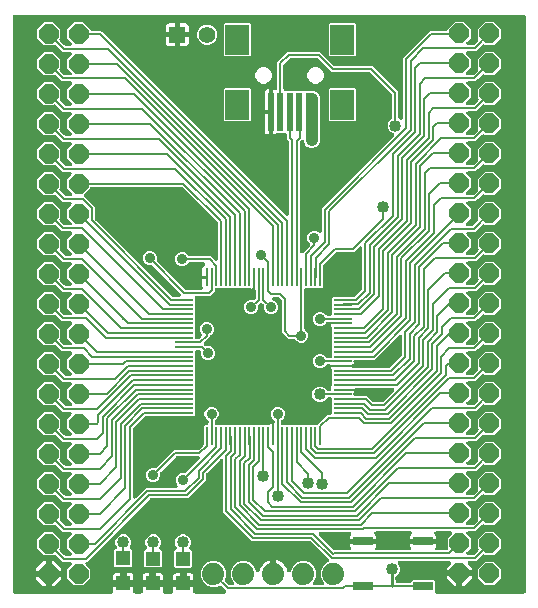
<source format=gbr>
G04 EAGLE Gerber RS-274X export*
G75*
%MOMM*%
%FSLAX34Y34*%
%LPD*%
%INTop Copper*%
%IPPOS*%
%AMOC8*
5,1,8,0,0,1.08239X$1,22.5*%
G01*
%ADD10R,0.230000X1.500000*%
%ADD11R,1.500000X0.230000*%
%ADD12R,2.000000X2.500000*%
%ADD13R,0.500000X3.300000*%
%ADD14C,1.879600*%
%ADD15R,1.409600X1.409600*%
%ADD16C,1.409600*%
%ADD17P,1.759533X8X292.500000*%
%ADD18R,1.200000X1.200000*%
%ADD19R,1.651000X0.762000*%
%ADD20C,0.203200*%
%ADD21C,1.016000*%
%ADD22C,0.889000*%
%ADD23C,0.254000*%
%ADD24C,1.016000*%
%ADD25C,0.304800*%

G36*
X86772Y2293D02*
X86772Y2293D01*
X86823Y2290D01*
X86945Y2312D01*
X87068Y2327D01*
X87116Y2344D01*
X87166Y2353D01*
X87280Y2402D01*
X87396Y2444D01*
X87439Y2472D01*
X87486Y2492D01*
X87585Y2566D01*
X87689Y2633D01*
X87724Y2670D01*
X87765Y2700D01*
X87845Y2795D01*
X87931Y2884D01*
X87957Y2928D01*
X87990Y2967D01*
X88046Y3077D01*
X88110Y3183D01*
X88125Y3231D01*
X88149Y3277D01*
X88178Y3397D01*
X88216Y3515D01*
X88220Y3566D01*
X88232Y3615D01*
X88234Y3739D01*
X88244Y3862D01*
X88236Y3913D01*
X88237Y3964D01*
X88193Y4204D01*
X88045Y4756D01*
X88045Y8091D01*
X95110Y8091D01*
X95136Y8094D01*
X95162Y8092D01*
X95309Y8114D01*
X95456Y8131D01*
X95481Y8139D01*
X95507Y8143D01*
X95644Y8198D01*
X95784Y8248D01*
X95806Y8262D01*
X95831Y8272D01*
X95952Y8357D01*
X96077Y8437D01*
X96095Y8456D01*
X96117Y8471D01*
X96216Y8581D01*
X96319Y8688D01*
X96333Y8710D01*
X96350Y8730D01*
X96422Y8860D01*
X96498Y8987D01*
X96506Y9012D01*
X96519Y9035D01*
X96559Y9178D01*
X96584Y9254D01*
X96588Y9243D01*
X96592Y9217D01*
X96646Y9079D01*
X96696Y8940D01*
X96711Y8918D01*
X96720Y8893D01*
X96805Y8772D01*
X96885Y8647D01*
X96904Y8629D01*
X96919Y8607D01*
X97029Y8508D01*
X97136Y8405D01*
X97159Y8391D01*
X97178Y8374D01*
X97308Y8302D01*
X97435Y8226D01*
X97460Y8218D01*
X97483Y8205D01*
X97626Y8165D01*
X97767Y8120D01*
X97793Y8117D01*
X97818Y8110D01*
X98062Y8091D01*
X105127Y8091D01*
X105127Y4756D01*
X104979Y4204D01*
X104972Y4154D01*
X104956Y4105D01*
X104946Y3982D01*
X104928Y3860D01*
X104932Y3809D01*
X104928Y3758D01*
X104946Y3635D01*
X104957Y3512D01*
X104972Y3464D01*
X104980Y3413D01*
X105025Y3298D01*
X105063Y3180D01*
X105090Y3137D01*
X105108Y3089D01*
X105179Y2988D01*
X105243Y2882D01*
X105278Y2845D01*
X105307Y2803D01*
X105399Y2720D01*
X105485Y2631D01*
X105528Y2604D01*
X105566Y2570D01*
X105674Y2510D01*
X105778Y2443D01*
X105827Y2426D01*
X105871Y2401D01*
X105990Y2368D01*
X106107Y2326D01*
X106157Y2320D01*
X106207Y2306D01*
X106450Y2287D01*
X111751Y2287D01*
X111802Y2293D01*
X111853Y2290D01*
X111975Y2312D01*
X112097Y2327D01*
X112145Y2344D01*
X112196Y2353D01*
X112309Y2402D01*
X112426Y2444D01*
X112468Y2472D01*
X112515Y2492D01*
X112614Y2566D01*
X112718Y2633D01*
X112754Y2670D01*
X112795Y2700D01*
X112874Y2795D01*
X112961Y2884D01*
X112987Y2928D01*
X113020Y2967D01*
X113076Y3077D01*
X113139Y3183D01*
X113155Y3231D01*
X113178Y3277D01*
X113208Y3397D01*
X113246Y3515D01*
X113250Y3566D01*
X113262Y3615D01*
X113264Y3739D01*
X113274Y3862D01*
X113266Y3913D01*
X113267Y3964D01*
X113223Y4204D01*
X113126Y4564D01*
X113126Y7899D01*
X120191Y7899D01*
X120217Y7902D01*
X120243Y7900D01*
X120390Y7922D01*
X120537Y7939D01*
X120562Y7947D01*
X120588Y7951D01*
X120725Y8006D01*
X120865Y8056D01*
X120887Y8070D01*
X120912Y8080D01*
X121033Y8165D01*
X121158Y8245D01*
X121176Y8264D01*
X121198Y8279D01*
X121297Y8389D01*
X121400Y8496D01*
X121414Y8518D01*
X121431Y8538D01*
X121503Y8668D01*
X121579Y8795D01*
X121587Y8820D01*
X121600Y8843D01*
X121640Y8986D01*
X121665Y9062D01*
X121669Y9051D01*
X121673Y9025D01*
X121727Y8887D01*
X121777Y8748D01*
X121792Y8726D01*
X121801Y8701D01*
X121886Y8580D01*
X121966Y8455D01*
X121985Y8437D01*
X122000Y8415D01*
X122110Y8316D01*
X122217Y8213D01*
X122240Y8199D01*
X122259Y8182D01*
X122389Y8110D01*
X122516Y8034D01*
X122541Y8026D01*
X122564Y8013D01*
X122707Y7973D01*
X122848Y7928D01*
X122874Y7925D01*
X122899Y7918D01*
X123143Y7899D01*
X130208Y7899D01*
X130208Y4564D01*
X130111Y4204D01*
X130104Y4154D01*
X130088Y4105D01*
X130079Y3982D01*
X130060Y3860D01*
X130065Y3809D01*
X130060Y3758D01*
X130079Y3635D01*
X130089Y3512D01*
X130105Y3464D01*
X130112Y3413D01*
X130158Y3298D01*
X130196Y3180D01*
X130222Y3137D01*
X130241Y3089D01*
X130311Y2988D01*
X130375Y2882D01*
X130411Y2845D01*
X130440Y2803D01*
X130532Y2720D01*
X130618Y2631D01*
X130661Y2604D01*
X130699Y2570D01*
X130807Y2510D01*
X130911Y2443D01*
X130959Y2426D01*
X131004Y2401D01*
X131123Y2367D01*
X131239Y2326D01*
X131290Y2320D01*
X131339Y2306D01*
X131583Y2287D01*
X137323Y2287D01*
X137374Y2293D01*
X137425Y2290D01*
X137547Y2312D01*
X137670Y2327D01*
X137718Y2344D01*
X137768Y2353D01*
X137881Y2402D01*
X137998Y2444D01*
X138041Y2472D01*
X138087Y2492D01*
X138187Y2566D01*
X138290Y2633D01*
X138326Y2670D01*
X138367Y2700D01*
X138447Y2795D01*
X138533Y2884D01*
X138559Y2928D01*
X138592Y2967D01*
X138648Y3077D01*
X138711Y3183D01*
X138727Y3232D01*
X138750Y3277D01*
X138780Y3397D01*
X138818Y3515D01*
X138822Y3566D01*
X138834Y3615D01*
X138836Y3739D01*
X138846Y3862D01*
X138838Y3913D01*
X138839Y3964D01*
X138795Y4204D01*
X138794Y4207D01*
X138715Y4500D01*
X138715Y7836D01*
X145780Y7836D01*
X145806Y7839D01*
X145832Y7837D01*
X145979Y7859D01*
X146126Y7876D01*
X146151Y7884D01*
X146177Y7888D01*
X146314Y7943D01*
X146454Y7993D01*
X146476Y8007D01*
X146501Y8017D01*
X146622Y8102D01*
X146747Y8182D01*
X146765Y8201D01*
X146787Y8216D01*
X146886Y8326D01*
X146989Y8433D01*
X147003Y8455D01*
X147020Y8475D01*
X147092Y8605D01*
X147168Y8732D01*
X147176Y8757D01*
X147189Y8780D01*
X147229Y8923D01*
X147254Y8999D01*
X147258Y8988D01*
X147262Y8962D01*
X147316Y8824D01*
X147366Y8685D01*
X147381Y8663D01*
X147390Y8638D01*
X147475Y8517D01*
X147555Y8392D01*
X147574Y8374D01*
X147589Y8352D01*
X147699Y8253D01*
X147806Y8150D01*
X147829Y8136D01*
X147848Y8119D01*
X147978Y8047D01*
X148105Y7971D01*
X148130Y7963D01*
X148153Y7950D01*
X148296Y7910D01*
X148437Y7865D01*
X148463Y7862D01*
X148488Y7855D01*
X148732Y7836D01*
X155797Y7836D01*
X155797Y4500D01*
X155717Y4204D01*
X155710Y4154D01*
X155694Y4105D01*
X155684Y3982D01*
X155666Y3860D01*
X155670Y3809D01*
X155666Y3758D01*
X155685Y3636D01*
X155695Y3512D01*
X155710Y3464D01*
X155718Y3413D01*
X155764Y3298D01*
X155802Y3180D01*
X155828Y3137D01*
X155847Y3089D01*
X155917Y2988D01*
X155981Y2882D01*
X156017Y2845D01*
X156046Y2803D01*
X156137Y2720D01*
X156224Y2631D01*
X156267Y2604D01*
X156304Y2570D01*
X156413Y2510D01*
X156517Y2443D01*
X156565Y2426D01*
X156609Y2401D01*
X156729Y2367D01*
X156845Y2326D01*
X156896Y2320D01*
X156945Y2306D01*
X157189Y2287D01*
X182150Y2287D01*
X182250Y2298D01*
X182350Y2300D01*
X182422Y2318D01*
X182496Y2327D01*
X182590Y2360D01*
X182688Y2385D01*
X182754Y2419D01*
X182824Y2444D01*
X182908Y2499D01*
X182998Y2545D01*
X183054Y2593D01*
X183117Y2633D01*
X183187Y2705D01*
X183263Y2770D01*
X183307Y2830D01*
X183359Y2884D01*
X183411Y2970D01*
X183470Y3051D01*
X183500Y3119D01*
X183538Y3183D01*
X183568Y3279D01*
X183608Y3371D01*
X183621Y3444D01*
X183644Y3515D01*
X183652Y3615D01*
X183670Y3714D01*
X183666Y3788D01*
X183672Y3862D01*
X183657Y3962D01*
X183652Y4062D01*
X183631Y4133D01*
X183620Y4207D01*
X183583Y4300D01*
X183555Y4397D01*
X183519Y4462D01*
X183492Y4531D01*
X183434Y4613D01*
X183385Y4701D01*
X183320Y4777D01*
X183293Y4817D01*
X183266Y4841D01*
X183227Y4887D01*
X179450Y8664D01*
X179390Y8711D01*
X179337Y8766D01*
X179254Y8820D01*
X179177Y8881D01*
X179108Y8913D01*
X179043Y8955D01*
X178951Y8988D01*
X178862Y9030D01*
X178787Y9046D01*
X178715Y9071D01*
X178617Y9082D01*
X178521Y9103D01*
X178445Y9102D01*
X178369Y9110D01*
X178271Y9099D01*
X178173Y9097D01*
X178098Y9078D01*
X178023Y9069D01*
X177881Y9024D01*
X177835Y9012D01*
X177818Y9003D01*
X177790Y8994D01*
X175084Y7873D01*
X170738Y7873D01*
X166724Y9536D01*
X163651Y12609D01*
X161988Y16623D01*
X161988Y20969D01*
X163651Y24983D01*
X166724Y28056D01*
X170738Y29719D01*
X175084Y29719D01*
X179098Y28056D01*
X182171Y24983D01*
X183834Y20969D01*
X183834Y16623D01*
X182713Y13917D01*
X182692Y13844D01*
X182662Y13773D01*
X182644Y13677D01*
X182617Y13582D01*
X182613Y13506D01*
X182600Y13430D01*
X182605Y13332D01*
X182600Y13234D01*
X182614Y13159D01*
X182618Y13082D01*
X182645Y12988D01*
X182663Y12891D01*
X182693Y12821D01*
X182714Y12748D01*
X182762Y12662D01*
X182802Y12571D01*
X182847Y12510D01*
X182884Y12443D01*
X182981Y12330D01*
X183009Y12292D01*
X183024Y12279D01*
X183043Y12257D01*
X185709Y9591D01*
X185808Y9512D01*
X185902Y9428D01*
X185944Y9404D01*
X185982Y9374D01*
X186096Y9320D01*
X186207Y9259D01*
X186254Y9246D01*
X186297Y9225D01*
X186421Y9199D01*
X186543Y9164D01*
X186603Y9159D01*
X186638Y9152D01*
X186686Y9153D01*
X186786Y9145D01*
X188838Y9145D01*
X188938Y9156D01*
X189038Y9158D01*
X189110Y9176D01*
X189184Y9185D01*
X189279Y9219D01*
X189376Y9243D01*
X189442Y9277D01*
X189512Y9302D01*
X189597Y9357D01*
X189686Y9403D01*
X189742Y9451D01*
X189805Y9491D01*
X189875Y9563D01*
X189951Y9628D01*
X189995Y9688D01*
X190047Y9742D01*
X190099Y9828D01*
X190158Y9909D01*
X190188Y9977D01*
X190226Y10041D01*
X190257Y10137D01*
X190296Y10229D01*
X190309Y10302D01*
X190332Y10373D01*
X190340Y10473D01*
X190358Y10572D01*
X190354Y10646D01*
X190360Y10720D01*
X190345Y10820D01*
X190340Y10920D01*
X190319Y10991D01*
X190308Y11065D01*
X190271Y11158D01*
X190243Y11255D01*
X190207Y11320D01*
X190180Y11389D01*
X190122Y11471D01*
X190073Y11559D01*
X190008Y11635D01*
X189981Y11675D01*
X189954Y11699D01*
X189915Y11745D01*
X189051Y12609D01*
X187388Y16623D01*
X187388Y20969D01*
X189051Y24983D01*
X192124Y28056D01*
X196138Y29719D01*
X200484Y29719D01*
X204498Y28056D01*
X207571Y24983D01*
X209144Y21184D01*
X209196Y21092D01*
X209238Y20996D01*
X209280Y20940D01*
X209314Y20880D01*
X209385Y20801D01*
X209448Y20717D01*
X209501Y20673D01*
X209548Y20621D01*
X209635Y20561D01*
X209715Y20494D01*
X209777Y20463D01*
X209835Y20423D01*
X209933Y20385D01*
X210027Y20337D01*
X210094Y20321D01*
X210159Y20295D01*
X210263Y20280D01*
X210365Y20255D01*
X210435Y20255D01*
X210504Y20245D01*
X210609Y20253D01*
X210714Y20252D01*
X210782Y20268D01*
X210851Y20273D01*
X210951Y20306D01*
X211054Y20329D01*
X211116Y20359D01*
X211183Y20381D01*
X211273Y20435D01*
X211368Y20481D01*
X211422Y20524D01*
X211481Y20560D01*
X211557Y20634D01*
X211639Y20700D01*
X211681Y20755D01*
X211731Y20803D01*
X211788Y20892D01*
X211853Y20975D01*
X211882Y21038D01*
X211919Y21096D01*
X211955Y21196D01*
X211999Y21291D01*
X212020Y21381D01*
X212036Y21425D01*
X212040Y21463D01*
X212056Y21529D01*
X212066Y21592D01*
X212647Y23379D01*
X213500Y25053D01*
X214605Y26574D01*
X215933Y27902D01*
X217454Y29007D01*
X219128Y29860D01*
X220915Y30441D01*
X221172Y30481D01*
X221172Y19812D01*
X221175Y19786D01*
X221173Y19760D01*
X221195Y19613D01*
X221212Y19466D01*
X221220Y19441D01*
X221224Y19415D01*
X221279Y19278D01*
X221329Y19138D01*
X221343Y19116D01*
X221353Y19091D01*
X221438Y18970D01*
X221518Y18845D01*
X221537Y18827D01*
X221552Y18805D01*
X221662Y18706D01*
X221769Y18603D01*
X221791Y18589D01*
X221811Y18572D01*
X221941Y18500D01*
X222068Y18424D01*
X222093Y18416D01*
X222116Y18403D01*
X222259Y18363D01*
X222400Y18318D01*
X222426Y18316D01*
X222451Y18309D01*
X222695Y18289D01*
X224727Y18289D01*
X224753Y18292D01*
X224779Y18290D01*
X224926Y18312D01*
X225073Y18329D01*
X225098Y18338D01*
X225124Y18342D01*
X225262Y18396D01*
X225401Y18446D01*
X225423Y18461D01*
X225448Y18470D01*
X225569Y18555D01*
X225694Y18635D01*
X225712Y18654D01*
X225734Y18669D01*
X225833Y18779D01*
X225936Y18886D01*
X225950Y18909D01*
X225967Y18928D01*
X226039Y19058D01*
X226115Y19185D01*
X226123Y19210D01*
X226136Y19233D01*
X226176Y19376D01*
X226221Y19517D01*
X226223Y19543D01*
X226231Y19568D01*
X226250Y19812D01*
X226250Y30481D01*
X226507Y30441D01*
X228294Y29860D01*
X229968Y29007D01*
X231489Y27902D01*
X232817Y26574D01*
X233922Y25053D01*
X234775Y23379D01*
X235356Y21592D01*
X235366Y21529D01*
X235394Y21428D01*
X235413Y21324D01*
X235441Y21260D01*
X235459Y21193D01*
X235510Y21101D01*
X235552Y21004D01*
X235593Y20948D01*
X235626Y20888D01*
X235697Y20809D01*
X235760Y20724D01*
X235813Y20680D01*
X235859Y20628D01*
X235945Y20567D01*
X236026Y20499D01*
X236087Y20468D01*
X236144Y20428D01*
X236242Y20389D01*
X236336Y20341D01*
X236403Y20324D01*
X236468Y20298D01*
X236572Y20282D01*
X236674Y20256D01*
X236743Y20255D01*
X236812Y20245D01*
X236917Y20253D01*
X237023Y20251D01*
X237090Y20266D01*
X237160Y20272D01*
X237260Y20303D01*
X237363Y20326D01*
X237426Y20356D01*
X237492Y20376D01*
X237583Y20430D01*
X237678Y20475D01*
X237732Y20519D01*
X237792Y20554D01*
X237868Y20627D01*
X237950Y20693D01*
X237993Y20747D01*
X238043Y20795D01*
X238101Y20884D01*
X238166Y20966D01*
X238208Y21049D01*
X238233Y21087D01*
X238247Y21124D01*
X238278Y21184D01*
X239851Y24983D01*
X242924Y28056D01*
X246938Y29719D01*
X251284Y29719D01*
X255298Y28056D01*
X258371Y24983D01*
X260034Y20969D01*
X260034Y16623D01*
X258371Y12609D01*
X257507Y11745D01*
X257445Y11666D01*
X257375Y11594D01*
X257337Y11530D01*
X257291Y11472D01*
X257248Y11381D01*
X257196Y11295D01*
X257173Y11224D01*
X257142Y11157D01*
X257120Y11059D01*
X257090Y10963D01*
X257084Y10889D01*
X257068Y10816D01*
X257070Y10716D01*
X257062Y10616D01*
X257073Y10542D01*
X257074Y10468D01*
X257099Y10371D01*
X257114Y10271D01*
X257141Y10202D01*
X257159Y10130D01*
X257205Y10041D01*
X257242Y9947D01*
X257285Y9886D01*
X257319Y9820D01*
X257384Y9744D01*
X257441Y9661D01*
X257496Y9611D01*
X257545Y9555D01*
X257625Y9495D01*
X257700Y9428D01*
X257765Y9392D01*
X257825Y9347D01*
X257917Y9308D01*
X258005Y9259D01*
X258077Y9239D01*
X258145Y9209D01*
X258244Y9192D01*
X258340Y9164D01*
X258440Y9156D01*
X258488Y9148D01*
X258524Y9150D01*
X258584Y9145D01*
X265038Y9145D01*
X265138Y9156D01*
X265238Y9158D01*
X265310Y9176D01*
X265384Y9185D01*
X265479Y9219D01*
X265576Y9243D01*
X265642Y9277D01*
X265712Y9302D01*
X265797Y9357D01*
X265886Y9403D01*
X265942Y9451D01*
X266005Y9491D01*
X266075Y9563D01*
X266151Y9628D01*
X266195Y9688D01*
X266247Y9742D01*
X266299Y9828D01*
X266358Y9909D01*
X266388Y9977D01*
X266426Y10041D01*
X266457Y10137D01*
X266496Y10229D01*
X266509Y10302D01*
X266532Y10373D01*
X266540Y10473D01*
X266558Y10572D01*
X266554Y10646D01*
X266560Y10720D01*
X266545Y10820D01*
X266540Y10920D01*
X266519Y10991D01*
X266508Y11065D01*
X266471Y11158D01*
X266443Y11255D01*
X266407Y11320D01*
X266380Y11389D01*
X266322Y11471D01*
X266273Y11559D01*
X266208Y11635D01*
X266181Y11675D01*
X266154Y11699D01*
X266115Y11745D01*
X265251Y12609D01*
X263588Y16623D01*
X263588Y20969D01*
X265251Y24983D01*
X268324Y28056D01*
X269900Y28709D01*
X270032Y28782D01*
X270165Y28851D01*
X270184Y28866D01*
X270205Y28878D01*
X270316Y28979D01*
X270431Y29077D01*
X270445Y29096D01*
X270463Y29112D01*
X270549Y29236D01*
X270638Y29357D01*
X270648Y29379D01*
X270661Y29399D01*
X270717Y29539D01*
X270776Y29677D01*
X270780Y29701D01*
X270789Y29723D01*
X270811Y29872D01*
X270838Y30020D01*
X270836Y30044D01*
X270840Y30068D01*
X270827Y30218D01*
X270820Y30368D01*
X270813Y30391D01*
X270811Y30415D01*
X270765Y30559D01*
X270723Y30703D01*
X270711Y30724D01*
X270704Y30747D01*
X270626Y30876D01*
X270553Y31007D01*
X270534Y31029D01*
X270524Y31046D01*
X270491Y31080D01*
X270395Y31193D01*
X255299Y46289D01*
X255200Y46368D01*
X255106Y46452D01*
X255064Y46476D01*
X255026Y46506D01*
X254912Y46560D01*
X254801Y46621D01*
X254754Y46634D01*
X254711Y46655D01*
X254587Y46681D01*
X254465Y46716D01*
X254405Y46721D01*
X254370Y46728D01*
X254322Y46727D01*
X254222Y46735D01*
X205450Y46735D01*
X181355Y70830D01*
X181355Y114649D01*
X181344Y114749D01*
X181342Y114849D01*
X181324Y114921D01*
X181315Y114995D01*
X181282Y115089D01*
X181257Y115187D01*
X181223Y115253D01*
X181198Y115323D01*
X181143Y115407D01*
X181097Y115497D01*
X181049Y115553D01*
X181009Y115616D01*
X180937Y115686D01*
X180872Y115762D01*
X180812Y115806D01*
X180758Y115858D01*
X180672Y115910D01*
X180591Y115969D01*
X180523Y115999D01*
X180459Y116037D01*
X180363Y116067D01*
X180271Y116107D01*
X180198Y116120D01*
X180127Y116143D01*
X180027Y116151D01*
X179928Y116169D01*
X179854Y116165D01*
X179780Y116171D01*
X179680Y116156D01*
X179580Y116151D01*
X179509Y116130D01*
X179435Y116119D01*
X179342Y116082D01*
X179245Y116054D01*
X179180Y116018D01*
X179111Y115991D01*
X179029Y115933D01*
X178941Y115884D01*
X178865Y115819D01*
X178825Y115792D01*
X178801Y115765D01*
X178755Y115726D01*
X167071Y104042D01*
X166992Y103943D01*
X166908Y103849D01*
X166884Y103807D01*
X166854Y103769D01*
X166800Y103655D01*
X166739Y103544D01*
X166726Y103497D01*
X166705Y103454D01*
X166679Y103330D01*
X166644Y103208D01*
X166639Y103148D01*
X166632Y103113D01*
X166633Y103065D01*
X166625Y102965D01*
X166625Y97881D01*
X151674Y82930D01*
X120174Y82930D01*
X120049Y82916D01*
X119923Y82909D01*
X119876Y82896D01*
X119828Y82890D01*
X119709Y82848D01*
X119588Y82813D01*
X119546Y82789D01*
X119500Y82773D01*
X119394Y82704D01*
X119284Y82643D01*
X119237Y82603D01*
X119207Y82584D01*
X119174Y82549D01*
X119097Y82484D01*
X65810Y29197D01*
X65771Y29196D01*
X65699Y29178D01*
X65625Y29169D01*
X65530Y29136D01*
X65433Y29111D01*
X65367Y29077D01*
X65297Y29052D01*
X65212Y28997D01*
X65123Y28951D01*
X65067Y28903D01*
X65004Y28863D01*
X64934Y28791D01*
X64858Y28726D01*
X64814Y28666D01*
X64762Y28612D01*
X64710Y28526D01*
X64651Y28445D01*
X64621Y28377D01*
X64583Y28313D01*
X64552Y28217D01*
X64513Y28125D01*
X64499Y28052D01*
X64477Y27981D01*
X64469Y27881D01*
X64451Y27782D01*
X64455Y27708D01*
X64449Y27634D01*
X64464Y27534D01*
X64469Y27434D01*
X64489Y27363D01*
X64501Y27289D01*
X64538Y27196D01*
X64565Y27099D01*
X64602Y27034D01*
X64629Y26965D01*
X64686Y26883D01*
X64736Y26795D01*
X64801Y26719D01*
X64828Y26679D01*
X64855Y26655D01*
X64894Y26609D01*
X68391Y23112D01*
X68391Y15116D01*
X62736Y9461D01*
X54740Y9461D01*
X49085Y15116D01*
X49085Y23112D01*
X52582Y26609D01*
X52644Y26687D01*
X52714Y26760D01*
X52752Y26824D01*
X52799Y26882D01*
X52841Y26973D01*
X52893Y27059D01*
X52916Y27130D01*
X52947Y27197D01*
X52969Y27295D01*
X52999Y27391D01*
X53005Y27465D01*
X53021Y27538D01*
X53019Y27638D01*
X53027Y27738D01*
X53016Y27812D01*
X53015Y27886D01*
X52990Y27983D01*
X52975Y28083D01*
X52948Y28152D01*
X52930Y28224D01*
X52884Y28314D01*
X52847Y28407D01*
X52804Y28468D01*
X52770Y28534D01*
X52705Y28611D01*
X52648Y28693D01*
X52593Y28743D01*
X52544Y28799D01*
X52464Y28859D01*
X52389Y28926D01*
X52324Y28962D01*
X52264Y29007D01*
X52172Y29046D01*
X52084Y29095D01*
X52012Y29115D01*
X51944Y29145D01*
X51845Y29162D01*
X51749Y29190D01*
X51649Y29198D01*
X51601Y29206D01*
X51565Y29204D01*
X51505Y29209D01*
X44922Y29209D01*
X42987Y31144D01*
X39380Y34751D01*
X39360Y34767D01*
X39343Y34787D01*
X39223Y34875D01*
X39107Y34967D01*
X39083Y34979D01*
X39062Y34994D01*
X38926Y35053D01*
X38792Y35116D01*
X38766Y35122D01*
X38742Y35132D01*
X38596Y35159D01*
X38451Y35190D01*
X38425Y35189D01*
X38399Y35194D01*
X38251Y35186D01*
X38103Y35184D01*
X38077Y35177D01*
X38051Y35176D01*
X37909Y35135D01*
X37765Y35099D01*
X37742Y35087D01*
X37716Y35079D01*
X37587Y35007D01*
X37455Y34939D01*
X37435Y34922D01*
X37412Y34909D01*
X37356Y34861D01*
X29340Y34861D01*
X23685Y40516D01*
X23685Y48512D01*
X29340Y54167D01*
X37336Y54167D01*
X42991Y48512D01*
X42991Y40516D01*
X42973Y40498D01*
X42957Y40478D01*
X42937Y40461D01*
X42849Y40341D01*
X42757Y40225D01*
X42745Y40201D01*
X42730Y40180D01*
X42671Y40044D01*
X42608Y39910D01*
X42602Y39884D01*
X42592Y39860D01*
X42565Y39714D01*
X42534Y39569D01*
X42535Y39543D01*
X42530Y39517D01*
X42538Y39369D01*
X42540Y39221D01*
X42547Y39195D01*
X42548Y39169D01*
X42589Y39027D01*
X42625Y38883D01*
X42637Y38860D01*
X42645Y38834D01*
X42717Y38705D01*
X42785Y38573D01*
X42802Y38553D01*
X42815Y38530D01*
X42973Y38344D01*
X46580Y34737D01*
X46679Y34658D01*
X46773Y34574D01*
X46815Y34550D01*
X46853Y34520D01*
X46967Y34466D01*
X47078Y34405D01*
X47125Y34392D01*
X47168Y34371D01*
X47292Y34345D01*
X47414Y34310D01*
X47474Y34305D01*
X47509Y34298D01*
X47557Y34299D01*
X47657Y34291D01*
X51633Y34291D01*
X51733Y34302D01*
X51833Y34304D01*
X51905Y34322D01*
X51979Y34331D01*
X52074Y34364D01*
X52171Y34389D01*
X52237Y34423D01*
X52307Y34448D01*
X52392Y34503D01*
X52481Y34549D01*
X52537Y34597D01*
X52600Y34637D01*
X52670Y34709D01*
X52746Y34774D01*
X52790Y34834D01*
X52842Y34888D01*
X52894Y34974D01*
X52953Y35055D01*
X52983Y35123D01*
X53021Y35187D01*
X53052Y35283D01*
X53091Y35375D01*
X53105Y35448D01*
X53127Y35519D01*
X53135Y35619D01*
X53153Y35718D01*
X53149Y35792D01*
X53155Y35866D01*
X53140Y35966D01*
X53135Y36066D01*
X53115Y36137D01*
X53103Y36211D01*
X53066Y36304D01*
X53039Y36401D01*
X53002Y36466D01*
X52975Y36535D01*
X52918Y36617D01*
X52868Y36705D01*
X52803Y36781D01*
X52776Y36821D01*
X52749Y36845D01*
X52710Y36891D01*
X49085Y40516D01*
X49085Y48512D01*
X52582Y52009D01*
X52644Y52087D01*
X52714Y52160D01*
X52752Y52224D01*
X52799Y52282D01*
X52841Y52373D01*
X52893Y52459D01*
X52916Y52530D01*
X52947Y52597D01*
X52969Y52695D01*
X52999Y52791D01*
X53005Y52865D01*
X53021Y52938D01*
X53019Y53038D01*
X53027Y53138D01*
X53016Y53212D01*
X53015Y53286D01*
X52990Y53383D01*
X52975Y53483D01*
X52948Y53552D01*
X52930Y53624D01*
X52884Y53714D01*
X52847Y53807D01*
X52804Y53868D01*
X52770Y53934D01*
X52705Y54011D01*
X52648Y54093D01*
X52593Y54143D01*
X52544Y54199D01*
X52464Y54259D01*
X52389Y54326D01*
X52324Y54362D01*
X52264Y54407D01*
X52172Y54446D01*
X52084Y54495D01*
X52012Y54515D01*
X51944Y54545D01*
X51845Y54562D01*
X51749Y54590D01*
X51649Y54598D01*
X51601Y54606D01*
X51565Y54604D01*
X51505Y54609D01*
X45176Y54609D01*
X43241Y56544D01*
X39507Y60278D01*
X39487Y60294D01*
X39470Y60314D01*
X39350Y60402D01*
X39234Y60494D01*
X39210Y60506D01*
X39189Y60521D01*
X39053Y60580D01*
X38919Y60643D01*
X38893Y60649D01*
X38869Y60659D01*
X38723Y60686D01*
X38578Y60717D01*
X38552Y60716D01*
X38526Y60721D01*
X38378Y60713D01*
X38230Y60711D01*
X38204Y60704D01*
X38178Y60703D01*
X38036Y60662D01*
X37892Y60626D01*
X37868Y60614D01*
X37843Y60606D01*
X37714Y60534D01*
X37582Y60466D01*
X37562Y60449D01*
X37539Y60436D01*
X37353Y60278D01*
X37336Y60261D01*
X29340Y60261D01*
X23685Y65916D01*
X23685Y73912D01*
X29340Y79567D01*
X37336Y79567D01*
X42991Y73912D01*
X42991Y65889D01*
X42976Y65868D01*
X42884Y65752D01*
X42872Y65728D01*
X42857Y65707D01*
X42798Y65571D01*
X42735Y65437D01*
X42729Y65411D01*
X42719Y65387D01*
X42692Y65241D01*
X42661Y65096D01*
X42662Y65070D01*
X42657Y65044D01*
X42665Y64896D01*
X42667Y64748D01*
X42674Y64722D01*
X42675Y64696D01*
X42716Y64554D01*
X42752Y64410D01*
X42764Y64387D01*
X42772Y64361D01*
X42844Y64232D01*
X42912Y64100D01*
X42929Y64080D01*
X42942Y64057D01*
X43100Y63871D01*
X46834Y60137D01*
X46933Y60058D01*
X47027Y59974D01*
X47069Y59950D01*
X47107Y59920D01*
X47221Y59866D01*
X47332Y59805D01*
X47379Y59792D01*
X47422Y59771D01*
X47546Y59745D01*
X47668Y59710D01*
X47728Y59705D01*
X47763Y59698D01*
X47811Y59699D01*
X47911Y59691D01*
X51633Y59691D01*
X51733Y59702D01*
X51833Y59704D01*
X51905Y59722D01*
X51979Y59731D01*
X52074Y59764D01*
X52171Y59789D01*
X52237Y59823D01*
X52307Y59848D01*
X52392Y59903D01*
X52481Y59949D01*
X52537Y59997D01*
X52600Y60037D01*
X52670Y60109D01*
X52746Y60174D01*
X52790Y60234D01*
X52842Y60288D01*
X52894Y60374D01*
X52953Y60455D01*
X52983Y60523D01*
X53021Y60587D01*
X53052Y60683D01*
X53091Y60775D01*
X53105Y60848D01*
X53127Y60919D01*
X53135Y61019D01*
X53153Y61118D01*
X53149Y61192D01*
X53155Y61266D01*
X53140Y61366D01*
X53135Y61466D01*
X53115Y61537D01*
X53103Y61611D01*
X53066Y61704D01*
X53039Y61801D01*
X53002Y61866D01*
X52975Y61935D01*
X52918Y62017D01*
X52868Y62105D01*
X52803Y62181D01*
X52776Y62221D01*
X52749Y62245D01*
X52710Y62291D01*
X49085Y65916D01*
X49085Y73912D01*
X52582Y77409D01*
X52644Y77487D01*
X52714Y77560D01*
X52752Y77624D01*
X52799Y77682D01*
X52841Y77773D01*
X52893Y77859D01*
X52916Y77930D01*
X52947Y77997D01*
X52969Y78095D01*
X52999Y78191D01*
X53005Y78265D01*
X53021Y78338D01*
X53019Y78438D01*
X53027Y78538D01*
X53016Y78612D01*
X53015Y78686D01*
X52990Y78783D01*
X52975Y78883D01*
X52948Y78952D01*
X52930Y79024D01*
X52884Y79114D01*
X52847Y79207D01*
X52804Y79268D01*
X52770Y79334D01*
X52705Y79411D01*
X52648Y79493D01*
X52593Y79543D01*
X52544Y79599D01*
X52464Y79659D01*
X52389Y79726D01*
X52324Y79762D01*
X52264Y79807D01*
X52172Y79846D01*
X52084Y79895D01*
X52012Y79915D01*
X51944Y79945D01*
X51845Y79962D01*
X51749Y79990D01*
X51649Y79998D01*
X51601Y80006D01*
X51565Y80004D01*
X51505Y80009D01*
X44922Y80009D01*
X39380Y85551D01*
X39359Y85567D01*
X39342Y85587D01*
X39223Y85675D01*
X39107Y85767D01*
X39083Y85779D01*
X39062Y85794D01*
X38926Y85853D01*
X38792Y85916D01*
X38766Y85922D01*
X38742Y85932D01*
X38596Y85959D01*
X38451Y85990D01*
X38425Y85989D01*
X38399Y85994D01*
X38251Y85986D01*
X38103Y85984D01*
X38077Y85977D01*
X38051Y85976D01*
X37909Y85935D01*
X37765Y85899D01*
X37741Y85887D01*
X37716Y85879D01*
X37587Y85807D01*
X37455Y85739D01*
X37435Y85722D01*
X37412Y85709D01*
X37356Y85661D01*
X29340Y85661D01*
X23685Y91316D01*
X23685Y99312D01*
X29340Y104967D01*
X37336Y104967D01*
X42991Y99312D01*
X42991Y91316D01*
X42973Y91298D01*
X42957Y91278D01*
X42937Y91261D01*
X42848Y91141D01*
X42757Y91025D01*
X42745Y91002D01*
X42730Y90980D01*
X42671Y90844D01*
X42608Y90710D01*
X42602Y90684D01*
X42592Y90660D01*
X42565Y90514D01*
X42534Y90369D01*
X42535Y90343D01*
X42530Y90317D01*
X42538Y90169D01*
X42540Y90021D01*
X42547Y89995D01*
X42548Y89969D01*
X42589Y89827D01*
X42625Y89683D01*
X42637Y89660D01*
X42645Y89634D01*
X42717Y89505D01*
X42785Y89373D01*
X42802Y89353D01*
X42815Y89330D01*
X42973Y89144D01*
X46580Y85537D01*
X46679Y85458D01*
X46773Y85374D01*
X46815Y85350D01*
X46853Y85320D01*
X46967Y85266D01*
X47078Y85205D01*
X47125Y85192D01*
X47168Y85171D01*
X47292Y85145D01*
X47414Y85110D01*
X47474Y85105D01*
X47509Y85098D01*
X47557Y85099D01*
X47657Y85091D01*
X51633Y85091D01*
X51733Y85102D01*
X51833Y85104D01*
X51905Y85122D01*
X51979Y85131D01*
X52074Y85164D01*
X52171Y85189D01*
X52237Y85223D01*
X52307Y85248D01*
X52392Y85303D01*
X52481Y85349D01*
X52537Y85397D01*
X52600Y85437D01*
X52670Y85509D01*
X52746Y85574D01*
X52790Y85634D01*
X52842Y85688D01*
X52894Y85774D01*
X52953Y85855D01*
X52983Y85923D01*
X53021Y85987D01*
X53052Y86083D01*
X53091Y86175D01*
X53105Y86248D01*
X53127Y86319D01*
X53135Y86419D01*
X53153Y86518D01*
X53149Y86592D01*
X53155Y86666D01*
X53140Y86766D01*
X53135Y86866D01*
X53115Y86937D01*
X53103Y87011D01*
X53066Y87104D01*
X53039Y87201D01*
X53002Y87266D01*
X52975Y87335D01*
X52918Y87417D01*
X52868Y87505D01*
X52803Y87581D01*
X52776Y87621D01*
X52749Y87645D01*
X52710Y87691D01*
X49085Y91316D01*
X49085Y99312D01*
X52582Y102809D01*
X52644Y102887D01*
X52714Y102960D01*
X52752Y103024D01*
X52799Y103082D01*
X52841Y103173D01*
X52893Y103259D01*
X52916Y103330D01*
X52947Y103397D01*
X52969Y103495D01*
X52999Y103591D01*
X53005Y103665D01*
X53021Y103738D01*
X53019Y103838D01*
X53027Y103938D01*
X53016Y104012D01*
X53015Y104086D01*
X52990Y104183D01*
X52975Y104283D01*
X52948Y104352D01*
X52930Y104424D01*
X52884Y104514D01*
X52847Y104607D01*
X52804Y104668D01*
X52770Y104734D01*
X52705Y104811D01*
X52648Y104893D01*
X52593Y104943D01*
X52544Y104999D01*
X52464Y105059D01*
X52389Y105126D01*
X52324Y105162D01*
X52264Y105207D01*
X52172Y105246D01*
X52084Y105295D01*
X52012Y105315D01*
X51944Y105345D01*
X51845Y105362D01*
X51749Y105390D01*
X51649Y105398D01*
X51601Y105406D01*
X51565Y105404D01*
X51505Y105409D01*
X44922Y105409D01*
X39380Y110951D01*
X39359Y110967D01*
X39342Y110987D01*
X39223Y111075D01*
X39107Y111167D01*
X39083Y111179D01*
X39062Y111194D01*
X38926Y111253D01*
X38792Y111316D01*
X38766Y111322D01*
X38742Y111332D01*
X38596Y111359D01*
X38451Y111390D01*
X38425Y111389D01*
X38399Y111394D01*
X38251Y111386D01*
X38103Y111384D01*
X38077Y111377D01*
X38051Y111376D01*
X37909Y111335D01*
X37765Y111299D01*
X37741Y111287D01*
X37716Y111279D01*
X37587Y111207D01*
X37455Y111139D01*
X37435Y111122D01*
X37412Y111109D01*
X37356Y111061D01*
X29340Y111061D01*
X23685Y116716D01*
X23685Y124712D01*
X29340Y130367D01*
X37336Y130367D01*
X42991Y124712D01*
X42991Y116716D01*
X42973Y116698D01*
X42957Y116678D01*
X42937Y116661D01*
X42848Y116541D01*
X42757Y116425D01*
X42745Y116402D01*
X42730Y116380D01*
X42671Y116244D01*
X42608Y116110D01*
X42602Y116084D01*
X42592Y116060D01*
X42565Y115914D01*
X42534Y115769D01*
X42535Y115743D01*
X42530Y115717D01*
X42538Y115569D01*
X42540Y115421D01*
X42547Y115395D01*
X42548Y115369D01*
X42589Y115227D01*
X42625Y115083D01*
X42637Y115060D01*
X42645Y115034D01*
X42717Y114905D01*
X42785Y114773D01*
X42802Y114753D01*
X42815Y114730D01*
X42973Y114544D01*
X46580Y110937D01*
X46679Y110858D01*
X46773Y110774D01*
X46815Y110750D01*
X46853Y110720D01*
X46967Y110666D01*
X47078Y110605D01*
X47125Y110592D01*
X47168Y110571D01*
X47292Y110545D01*
X47414Y110510D01*
X47474Y110505D01*
X47509Y110498D01*
X47557Y110499D01*
X47657Y110491D01*
X51633Y110491D01*
X51733Y110502D01*
X51833Y110504D01*
X51905Y110522D01*
X51979Y110531D01*
X52074Y110564D01*
X52171Y110589D01*
X52237Y110623D01*
X52307Y110648D01*
X52392Y110703D01*
X52481Y110749D01*
X52537Y110797D01*
X52600Y110837D01*
X52670Y110909D01*
X52746Y110974D01*
X52790Y111034D01*
X52842Y111088D01*
X52894Y111174D01*
X52953Y111255D01*
X52983Y111323D01*
X53021Y111387D01*
X53052Y111483D01*
X53091Y111575D01*
X53105Y111648D01*
X53127Y111719D01*
X53135Y111819D01*
X53153Y111918D01*
X53149Y111992D01*
X53155Y112066D01*
X53140Y112166D01*
X53135Y112266D01*
X53115Y112337D01*
X53103Y112411D01*
X53066Y112504D01*
X53039Y112601D01*
X53002Y112666D01*
X52975Y112735D01*
X52918Y112817D01*
X52868Y112905D01*
X52803Y112981D01*
X52776Y113021D01*
X52749Y113045D01*
X52710Y113091D01*
X49085Y116716D01*
X49085Y124712D01*
X52582Y128209D01*
X52644Y128287D01*
X52714Y128360D01*
X52752Y128424D01*
X52799Y128482D01*
X52841Y128573D01*
X52893Y128659D01*
X52916Y128730D01*
X52947Y128797D01*
X52969Y128895D01*
X52999Y128991D01*
X53005Y129065D01*
X53021Y129138D01*
X53019Y129238D01*
X53027Y129338D01*
X53016Y129412D01*
X53015Y129486D01*
X52990Y129583D01*
X52975Y129683D01*
X52948Y129752D01*
X52930Y129824D01*
X52884Y129914D01*
X52847Y130007D01*
X52804Y130068D01*
X52770Y130134D01*
X52705Y130211D01*
X52648Y130293D01*
X52593Y130343D01*
X52544Y130399D01*
X52464Y130459D01*
X52389Y130526D01*
X52324Y130562D01*
X52264Y130607D01*
X52172Y130646D01*
X52084Y130695D01*
X52012Y130715D01*
X51944Y130745D01*
X51845Y130762D01*
X51749Y130790D01*
X51649Y130798D01*
X51601Y130806D01*
X51565Y130804D01*
X51505Y130809D01*
X44922Y130809D01*
X42987Y132744D01*
X39380Y136351D01*
X39360Y136367D01*
X39343Y136387D01*
X39223Y136475D01*
X39107Y136567D01*
X39083Y136579D01*
X39062Y136594D01*
X38926Y136653D01*
X38792Y136716D01*
X38766Y136722D01*
X38742Y136732D01*
X38596Y136759D01*
X38451Y136790D01*
X38425Y136789D01*
X38399Y136794D01*
X38251Y136786D01*
X38103Y136784D01*
X38077Y136777D01*
X38051Y136776D01*
X37909Y136735D01*
X37765Y136699D01*
X37742Y136687D01*
X37716Y136679D01*
X37587Y136607D01*
X37455Y136539D01*
X37435Y136522D01*
X37412Y136509D01*
X37356Y136461D01*
X29340Y136461D01*
X23685Y142116D01*
X23685Y150112D01*
X29340Y155767D01*
X37336Y155767D01*
X42991Y150112D01*
X42991Y142116D01*
X42973Y142098D01*
X42957Y142078D01*
X42937Y142061D01*
X42849Y141941D01*
X42757Y141825D01*
X42745Y141801D01*
X42730Y141780D01*
X42671Y141644D01*
X42608Y141510D01*
X42602Y141484D01*
X42592Y141460D01*
X42565Y141314D01*
X42534Y141169D01*
X42535Y141143D01*
X42530Y141117D01*
X42538Y140969D01*
X42540Y140821D01*
X42547Y140795D01*
X42548Y140769D01*
X42589Y140627D01*
X42625Y140483D01*
X42637Y140460D01*
X42645Y140434D01*
X42717Y140305D01*
X42785Y140173D01*
X42802Y140153D01*
X42815Y140130D01*
X42973Y139944D01*
X46580Y136337D01*
X46679Y136258D01*
X46773Y136174D01*
X46815Y136150D01*
X46853Y136120D01*
X46967Y136066D01*
X47078Y136005D01*
X47125Y135992D01*
X47168Y135971D01*
X47292Y135945D01*
X47414Y135910D01*
X47474Y135905D01*
X47509Y135898D01*
X47557Y135899D01*
X47657Y135891D01*
X51633Y135891D01*
X51733Y135902D01*
X51833Y135904D01*
X51905Y135922D01*
X51979Y135931D01*
X52074Y135964D01*
X52171Y135989D01*
X52237Y136023D01*
X52307Y136048D01*
X52392Y136103D01*
X52481Y136149D01*
X52537Y136197D01*
X52600Y136237D01*
X52670Y136309D01*
X52746Y136374D01*
X52790Y136434D01*
X52842Y136488D01*
X52894Y136574D01*
X52953Y136655D01*
X52983Y136723D01*
X53021Y136787D01*
X53052Y136883D01*
X53091Y136975D01*
X53105Y137048D01*
X53127Y137119D01*
X53135Y137219D01*
X53153Y137318D01*
X53149Y137392D01*
X53155Y137466D01*
X53140Y137566D01*
X53135Y137666D01*
X53115Y137737D01*
X53103Y137811D01*
X53066Y137904D01*
X53039Y138001D01*
X53002Y138066D01*
X52975Y138135D01*
X52918Y138217D01*
X52868Y138305D01*
X52803Y138381D01*
X52776Y138421D01*
X52749Y138445D01*
X52710Y138491D01*
X49085Y142116D01*
X49085Y150112D01*
X52328Y153355D01*
X52390Y153433D01*
X52460Y153506D01*
X52498Y153570D01*
X52545Y153628D01*
X52587Y153719D01*
X52639Y153805D01*
X52662Y153876D01*
X52693Y153943D01*
X52715Y154041D01*
X52745Y154137D01*
X52751Y154211D01*
X52767Y154284D01*
X52765Y154384D01*
X52773Y154484D01*
X52762Y154558D01*
X52761Y154632D01*
X52736Y154729D01*
X52721Y154829D01*
X52694Y154898D01*
X52676Y154970D01*
X52630Y155060D01*
X52593Y155153D01*
X52550Y155214D01*
X52516Y155280D01*
X52451Y155356D01*
X52394Y155439D01*
X52339Y155489D01*
X52290Y155545D01*
X52210Y155605D01*
X52135Y155672D01*
X52070Y155708D01*
X52010Y155753D01*
X51918Y155792D01*
X51830Y155841D01*
X51758Y155861D01*
X51690Y155891D01*
X51591Y155908D01*
X51495Y155936D01*
X51395Y155944D01*
X51347Y155952D01*
X51311Y155950D01*
X51251Y155955D01*
X45176Y155955D01*
X39380Y161751D01*
X39359Y161767D01*
X39342Y161787D01*
X39223Y161875D01*
X39107Y161967D01*
X39083Y161979D01*
X39062Y161994D01*
X38926Y162053D01*
X38792Y162116D01*
X38766Y162122D01*
X38742Y162132D01*
X38596Y162159D01*
X38451Y162190D01*
X38425Y162189D01*
X38399Y162194D01*
X38251Y162186D01*
X38103Y162184D01*
X38077Y162177D01*
X38051Y162176D01*
X37909Y162135D01*
X37765Y162099D01*
X37741Y162087D01*
X37716Y162079D01*
X37587Y162007D01*
X37455Y161939D01*
X37435Y161922D01*
X37412Y161909D01*
X37356Y161861D01*
X29340Y161861D01*
X23685Y167516D01*
X23685Y175512D01*
X29340Y181167D01*
X37336Y181167D01*
X42991Y175512D01*
X42991Y167516D01*
X42973Y167498D01*
X42957Y167478D01*
X42937Y167461D01*
X42848Y167341D01*
X42757Y167225D01*
X42745Y167202D01*
X42730Y167180D01*
X42671Y167044D01*
X42608Y166910D01*
X42602Y166884D01*
X42592Y166860D01*
X42565Y166714D01*
X42534Y166569D01*
X42535Y166543D01*
X42530Y166517D01*
X42538Y166369D01*
X42540Y166221D01*
X42547Y166195D01*
X42548Y166169D01*
X42589Y166027D01*
X42625Y165883D01*
X42637Y165860D01*
X42645Y165834D01*
X42717Y165705D01*
X42785Y165573D01*
X42802Y165553D01*
X42815Y165530D01*
X42973Y165344D01*
X46834Y161483D01*
X46933Y161404D01*
X47027Y161320D01*
X47069Y161296D01*
X47107Y161266D01*
X47221Y161212D01*
X47332Y161151D01*
X47379Y161138D01*
X47422Y161117D01*
X47546Y161091D01*
X47668Y161056D01*
X47728Y161051D01*
X47763Y161044D01*
X47811Y161045D01*
X47911Y161037D01*
X51887Y161037D01*
X51987Y161048D01*
X52087Y161050D01*
X52159Y161068D01*
X52233Y161077D01*
X52328Y161110D01*
X52425Y161135D01*
X52491Y161169D01*
X52561Y161194D01*
X52646Y161249D01*
X52735Y161295D01*
X52791Y161343D01*
X52854Y161383D01*
X52924Y161455D01*
X53000Y161520D01*
X53044Y161580D01*
X53096Y161634D01*
X53148Y161720D01*
X53207Y161801D01*
X53237Y161869D01*
X53275Y161933D01*
X53306Y162029D01*
X53345Y162121D01*
X53359Y162194D01*
X53381Y162265D01*
X53389Y162365D01*
X53407Y162464D01*
X53403Y162538D01*
X53409Y162612D01*
X53394Y162712D01*
X53389Y162812D01*
X53369Y162883D01*
X53357Y162957D01*
X53320Y163050D01*
X53293Y163147D01*
X53256Y163212D01*
X53229Y163281D01*
X53172Y163363D01*
X53122Y163451D01*
X53057Y163527D01*
X53030Y163567D01*
X53003Y163591D01*
X52964Y163637D01*
X49085Y167516D01*
X49085Y175512D01*
X52582Y179009D01*
X52644Y179087D01*
X52714Y179160D01*
X52752Y179224D01*
X52799Y179282D01*
X52841Y179373D01*
X52893Y179459D01*
X52916Y179530D01*
X52947Y179597D01*
X52969Y179695D01*
X52999Y179791D01*
X53005Y179865D01*
X53021Y179938D01*
X53019Y180038D01*
X53027Y180138D01*
X53016Y180212D01*
X53015Y180286D01*
X52990Y180383D01*
X52975Y180483D01*
X52948Y180552D01*
X52930Y180624D01*
X52884Y180714D01*
X52847Y180807D01*
X52804Y180868D01*
X52770Y180934D01*
X52705Y181011D01*
X52648Y181093D01*
X52593Y181143D01*
X52544Y181199D01*
X52464Y181259D01*
X52389Y181326D01*
X52324Y181362D01*
X52264Y181407D01*
X52172Y181446D01*
X52084Y181495D01*
X52012Y181515D01*
X51944Y181545D01*
X51845Y181562D01*
X51749Y181590D01*
X51649Y181598D01*
X51601Y181606D01*
X51565Y181604D01*
X51505Y181609D01*
X45176Y181609D01*
X39507Y187278D01*
X39487Y187294D01*
X39469Y187314D01*
X39350Y187402D01*
X39234Y187494D01*
X39210Y187506D01*
X39189Y187521D01*
X39053Y187580D01*
X38919Y187643D01*
X38893Y187649D01*
X38869Y187659D01*
X38723Y187686D01*
X38578Y187717D01*
X38552Y187716D01*
X38526Y187721D01*
X38378Y187713D01*
X38230Y187711D01*
X38204Y187704D01*
X38178Y187703D01*
X38036Y187662D01*
X37892Y187626D01*
X37868Y187614D01*
X37843Y187606D01*
X37714Y187534D01*
X37582Y187466D01*
X37562Y187449D01*
X37539Y187436D01*
X37353Y187278D01*
X37336Y187261D01*
X29340Y187261D01*
X23685Y192916D01*
X23685Y200912D01*
X29340Y206567D01*
X37336Y206567D01*
X42991Y200912D01*
X42991Y192889D01*
X42976Y192868D01*
X42884Y192752D01*
X42872Y192729D01*
X42857Y192707D01*
X42798Y192571D01*
X42735Y192437D01*
X42729Y192411D01*
X42719Y192387D01*
X42692Y192241D01*
X42661Y192096D01*
X42662Y192070D01*
X42657Y192044D01*
X42665Y191896D01*
X42667Y191748D01*
X42674Y191722D01*
X42675Y191696D01*
X42716Y191554D01*
X42752Y191410D01*
X42764Y191387D01*
X42772Y191361D01*
X42844Y191232D01*
X42912Y191100D01*
X42929Y191080D01*
X42942Y191057D01*
X43100Y190871D01*
X46834Y187137D01*
X46933Y187058D01*
X47027Y186974D01*
X47069Y186950D01*
X47107Y186920D01*
X47221Y186866D01*
X47332Y186805D01*
X47379Y186792D01*
X47422Y186771D01*
X47546Y186745D01*
X47668Y186710D01*
X47728Y186705D01*
X47763Y186698D01*
X47811Y186699D01*
X47911Y186691D01*
X51633Y186691D01*
X51733Y186702D01*
X51833Y186704D01*
X51905Y186722D01*
X51979Y186731D01*
X52074Y186764D01*
X52171Y186789D01*
X52237Y186823D01*
X52307Y186848D01*
X52392Y186903D01*
X52481Y186949D01*
X52537Y186997D01*
X52600Y187037D01*
X52670Y187109D01*
X52746Y187174D01*
X52790Y187234D01*
X52842Y187288D01*
X52894Y187374D01*
X52953Y187455D01*
X52983Y187523D01*
X53021Y187587D01*
X53052Y187683D01*
X53091Y187775D01*
X53105Y187848D01*
X53127Y187919D01*
X53135Y188019D01*
X53153Y188118D01*
X53149Y188192D01*
X53155Y188266D01*
X53140Y188366D01*
X53135Y188466D01*
X53115Y188537D01*
X53103Y188611D01*
X53066Y188704D01*
X53039Y188801D01*
X53002Y188866D01*
X52975Y188935D01*
X52918Y189017D01*
X52868Y189105D01*
X52803Y189181D01*
X52776Y189221D01*
X52749Y189245D01*
X52710Y189291D01*
X49085Y192916D01*
X49085Y200912D01*
X52836Y204663D01*
X52898Y204741D01*
X52968Y204814D01*
X53006Y204878D01*
X53053Y204936D01*
X53095Y205027D01*
X53147Y205113D01*
X53170Y205184D01*
X53201Y205251D01*
X53223Y205349D01*
X53253Y205445D01*
X53259Y205519D01*
X53275Y205592D01*
X53273Y205692D01*
X53281Y205792D01*
X53270Y205866D01*
X53269Y205940D01*
X53244Y206037D01*
X53229Y206137D01*
X53202Y206206D01*
X53184Y206278D01*
X53138Y206368D01*
X53101Y206461D01*
X53058Y206522D01*
X53024Y206588D01*
X52959Y206665D01*
X52902Y206747D01*
X52847Y206797D01*
X52798Y206853D01*
X52718Y206913D01*
X52643Y206980D01*
X52578Y207016D01*
X52518Y207061D01*
X52426Y207100D01*
X52338Y207149D01*
X52266Y207169D01*
X52198Y207199D01*
X52099Y207216D01*
X52003Y207244D01*
X51903Y207252D01*
X51855Y207260D01*
X51819Y207258D01*
X51759Y207263D01*
X44668Y207263D01*
X42733Y209198D01*
X39380Y212551D01*
X39360Y212567D01*
X39343Y212587D01*
X39223Y212675D01*
X39107Y212767D01*
X39083Y212779D01*
X39062Y212794D01*
X38926Y212853D01*
X38792Y212916D01*
X38766Y212922D01*
X38742Y212932D01*
X38596Y212959D01*
X38451Y212990D01*
X38425Y212989D01*
X38399Y212994D01*
X38251Y212986D01*
X38103Y212984D01*
X38077Y212977D01*
X38051Y212976D01*
X37909Y212935D01*
X37765Y212899D01*
X37741Y212887D01*
X37716Y212879D01*
X37587Y212807D01*
X37455Y212739D01*
X37435Y212722D01*
X37412Y212709D01*
X37356Y212661D01*
X29340Y212661D01*
X23685Y218316D01*
X23685Y226312D01*
X29340Y231967D01*
X37336Y231967D01*
X42991Y226312D01*
X42991Y218316D01*
X42973Y218298D01*
X42957Y218278D01*
X42937Y218261D01*
X42849Y218141D01*
X42757Y218025D01*
X42745Y218001D01*
X42730Y217980D01*
X42671Y217844D01*
X42608Y217710D01*
X42602Y217684D01*
X42592Y217660D01*
X42565Y217514D01*
X42534Y217369D01*
X42535Y217343D01*
X42530Y217317D01*
X42538Y217169D01*
X42540Y217021D01*
X42547Y216995D01*
X42548Y216969D01*
X42589Y216827D01*
X42625Y216683D01*
X42637Y216660D01*
X42645Y216634D01*
X42717Y216505D01*
X42785Y216373D01*
X42802Y216353D01*
X42815Y216330D01*
X42973Y216144D01*
X46326Y212791D01*
X46425Y212712D01*
X46519Y212628D01*
X46561Y212604D01*
X46599Y212574D01*
X46713Y212520D01*
X46824Y212459D01*
X46871Y212446D01*
X46914Y212425D01*
X47038Y212399D01*
X47160Y212364D01*
X47220Y212359D01*
X47255Y212352D01*
X47303Y212353D01*
X47403Y212345D01*
X51379Y212345D01*
X51479Y212356D01*
X51579Y212358D01*
X51651Y212376D01*
X51725Y212385D01*
X51820Y212418D01*
X51917Y212443D01*
X51983Y212477D01*
X52053Y212502D01*
X52138Y212557D01*
X52227Y212603D01*
X52283Y212651D01*
X52346Y212691D01*
X52416Y212763D01*
X52492Y212828D01*
X52536Y212888D01*
X52588Y212942D01*
X52640Y213028D01*
X52699Y213109D01*
X52729Y213177D01*
X52767Y213241D01*
X52798Y213337D01*
X52837Y213429D01*
X52851Y213502D01*
X52873Y213573D01*
X52881Y213673D01*
X52899Y213772D01*
X52895Y213846D01*
X52901Y213920D01*
X52886Y214020D01*
X52881Y214120D01*
X52861Y214191D01*
X52849Y214265D01*
X52812Y214358D01*
X52785Y214455D01*
X52748Y214520D01*
X52721Y214589D01*
X52664Y214671D01*
X52614Y214759D01*
X52549Y214835D01*
X52522Y214875D01*
X52495Y214899D01*
X52456Y214945D01*
X49085Y218316D01*
X49085Y226312D01*
X52836Y230063D01*
X52898Y230141D01*
X52968Y230214D01*
X53006Y230278D01*
X53053Y230336D01*
X53095Y230427D01*
X53147Y230513D01*
X53170Y230584D01*
X53201Y230651D01*
X53223Y230749D01*
X53253Y230845D01*
X53259Y230919D01*
X53275Y230992D01*
X53273Y231092D01*
X53281Y231192D01*
X53270Y231266D01*
X53269Y231340D01*
X53244Y231437D01*
X53229Y231537D01*
X53202Y231606D01*
X53184Y231678D01*
X53138Y231768D01*
X53101Y231861D01*
X53058Y231922D01*
X53024Y231988D01*
X52959Y232065D01*
X52902Y232147D01*
X52847Y232197D01*
X52798Y232253D01*
X52718Y232313D01*
X52643Y232380D01*
X52578Y232416D01*
X52518Y232461D01*
X52426Y232500D01*
X52338Y232549D01*
X52266Y232569D01*
X52198Y232599D01*
X52099Y232616D01*
X52003Y232644D01*
X51903Y232652D01*
X51855Y232660D01*
X51819Y232658D01*
X51759Y232663D01*
X44796Y232663D01*
X39444Y238015D01*
X39423Y238031D01*
X39406Y238051D01*
X39287Y238139D01*
X39171Y238231D01*
X39147Y238243D01*
X39126Y238258D01*
X38990Y238317D01*
X38856Y238380D01*
X38830Y238386D01*
X38806Y238396D01*
X38660Y238423D01*
X38515Y238454D01*
X38489Y238453D01*
X38463Y238458D01*
X38315Y238450D01*
X38167Y238448D01*
X38141Y238441D01*
X38115Y238440D01*
X37973Y238399D01*
X37829Y238363D01*
X37805Y238351D01*
X37780Y238343D01*
X37651Y238271D01*
X37519Y238203D01*
X37499Y238186D01*
X37476Y238173D01*
X37344Y238061D01*
X29340Y238061D01*
X23685Y243716D01*
X23685Y251712D01*
X29340Y257367D01*
X37336Y257367D01*
X42991Y251712D01*
X42991Y243711D01*
X42913Y243605D01*
X42821Y243489D01*
X42809Y243465D01*
X42794Y243444D01*
X42735Y243309D01*
X42672Y243174D01*
X42666Y243148D01*
X42656Y243124D01*
X42630Y242978D01*
X42598Y242833D01*
X42599Y242807D01*
X42594Y242781D01*
X42602Y242633D01*
X42604Y242485D01*
X42611Y242459D01*
X42612Y242433D01*
X42653Y242291D01*
X42689Y242147D01*
X42701Y242124D01*
X42709Y242098D01*
X42781Y241969D01*
X42849Y241837D01*
X42866Y241817D01*
X42879Y241794D01*
X43037Y241608D01*
X46454Y238191D01*
X46553Y238112D01*
X46647Y238028D01*
X46689Y238004D01*
X46727Y237974D01*
X46841Y237920D01*
X46952Y237859D01*
X46999Y237846D01*
X47042Y237825D01*
X47166Y237799D01*
X47288Y237764D01*
X47348Y237759D01*
X47383Y237752D01*
X47431Y237753D01*
X47531Y237745D01*
X51379Y237745D01*
X51479Y237756D01*
X51579Y237758D01*
X51651Y237776D01*
X51725Y237785D01*
X51820Y237818D01*
X51917Y237843D01*
X51983Y237877D01*
X52053Y237902D01*
X52138Y237957D01*
X52227Y238003D01*
X52283Y238051D01*
X52346Y238091D01*
X52416Y238163D01*
X52492Y238228D01*
X52536Y238288D01*
X52588Y238342D01*
X52640Y238428D01*
X52699Y238509D01*
X52729Y238577D01*
X52767Y238641D01*
X52798Y238737D01*
X52837Y238829D01*
X52851Y238902D01*
X52873Y238973D01*
X52881Y239073D01*
X52899Y239172D01*
X52895Y239246D01*
X52901Y239320D01*
X52886Y239420D01*
X52881Y239520D01*
X52861Y239591D01*
X52849Y239665D01*
X52812Y239758D01*
X52785Y239855D01*
X52748Y239920D01*
X52721Y239989D01*
X52664Y240071D01*
X52614Y240159D01*
X52549Y240235D01*
X52522Y240275D01*
X52495Y240299D01*
X52456Y240345D01*
X49085Y243716D01*
X49085Y251712D01*
X52582Y255209D01*
X52644Y255287D01*
X52714Y255360D01*
X52752Y255424D01*
X52799Y255482D01*
X52841Y255573D01*
X52893Y255659D01*
X52916Y255730D01*
X52947Y255797D01*
X52969Y255895D01*
X52999Y255991D01*
X53005Y256065D01*
X53021Y256138D01*
X53019Y256238D01*
X53027Y256338D01*
X53016Y256412D01*
X53015Y256486D01*
X52990Y256583D01*
X52975Y256683D01*
X52948Y256752D01*
X52930Y256824D01*
X52884Y256914D01*
X52847Y257007D01*
X52804Y257068D01*
X52770Y257134D01*
X52705Y257211D01*
X52648Y257293D01*
X52593Y257343D01*
X52544Y257399D01*
X52464Y257459D01*
X52389Y257526D01*
X52324Y257562D01*
X52264Y257607D01*
X52172Y257646D01*
X52084Y257695D01*
X52012Y257715D01*
X51944Y257745D01*
X51845Y257762D01*
X51749Y257790D01*
X51649Y257798D01*
X51601Y257806D01*
X51565Y257804D01*
X51505Y257809D01*
X44922Y257809D01*
X42987Y259744D01*
X39380Y263351D01*
X39360Y263367D01*
X39343Y263387D01*
X39223Y263475D01*
X39107Y263567D01*
X39083Y263579D01*
X39062Y263594D01*
X38926Y263653D01*
X38792Y263716D01*
X38766Y263722D01*
X38742Y263732D01*
X38596Y263759D01*
X38451Y263790D01*
X38425Y263789D01*
X38399Y263794D01*
X38251Y263786D01*
X38103Y263784D01*
X38077Y263777D01*
X38051Y263776D01*
X37909Y263735D01*
X37765Y263699D01*
X37742Y263687D01*
X37716Y263679D01*
X37587Y263607D01*
X37455Y263539D01*
X37435Y263522D01*
X37412Y263509D01*
X37356Y263461D01*
X29340Y263461D01*
X23685Y269116D01*
X23685Y277112D01*
X29340Y282767D01*
X37336Y282767D01*
X42991Y277112D01*
X42991Y269116D01*
X42973Y269098D01*
X42957Y269078D01*
X42937Y269061D01*
X42849Y268941D01*
X42757Y268825D01*
X42745Y268801D01*
X42730Y268780D01*
X42671Y268644D01*
X42608Y268510D01*
X42602Y268484D01*
X42592Y268460D01*
X42565Y268314D01*
X42534Y268169D01*
X42535Y268143D01*
X42530Y268117D01*
X42538Y267969D01*
X42540Y267821D01*
X42547Y267795D01*
X42548Y267769D01*
X42589Y267627D01*
X42625Y267483D01*
X42637Y267460D01*
X42645Y267434D01*
X42717Y267305D01*
X42785Y267173D01*
X42802Y267153D01*
X42815Y267130D01*
X42973Y266944D01*
X46580Y263337D01*
X46679Y263258D01*
X46773Y263174D01*
X46815Y263150D01*
X46853Y263120D01*
X46967Y263066D01*
X47078Y263005D01*
X47125Y262992D01*
X47168Y262971D01*
X47292Y262945D01*
X47414Y262910D01*
X47474Y262905D01*
X47509Y262898D01*
X47557Y262899D01*
X47657Y262891D01*
X51633Y262891D01*
X51733Y262902D01*
X51833Y262904D01*
X51905Y262922D01*
X51979Y262931D01*
X52074Y262964D01*
X52171Y262989D01*
X52237Y263023D01*
X52307Y263048D01*
X52392Y263103D01*
X52481Y263149D01*
X52537Y263197D01*
X52600Y263237D01*
X52670Y263309D01*
X52746Y263374D01*
X52790Y263434D01*
X52842Y263488D01*
X52894Y263574D01*
X52953Y263655D01*
X52983Y263723D01*
X53021Y263787D01*
X53052Y263883D01*
X53091Y263975D01*
X53105Y264048D01*
X53127Y264119D01*
X53135Y264219D01*
X53153Y264318D01*
X53149Y264392D01*
X53155Y264466D01*
X53140Y264566D01*
X53135Y264666D01*
X53115Y264737D01*
X53103Y264811D01*
X53066Y264904D01*
X53039Y265001D01*
X53002Y265066D01*
X52975Y265135D01*
X52918Y265217D01*
X52868Y265305D01*
X52803Y265381D01*
X52776Y265421D01*
X52749Y265445D01*
X52710Y265491D01*
X49085Y269116D01*
X49085Y277112D01*
X52582Y280609D01*
X52644Y280687D01*
X52714Y280760D01*
X52752Y280824D01*
X52799Y280882D01*
X52841Y280973D01*
X52893Y281059D01*
X52916Y281130D01*
X52947Y281197D01*
X52969Y281295D01*
X52999Y281391D01*
X53005Y281465D01*
X53021Y281538D01*
X53019Y281638D01*
X53027Y281738D01*
X53016Y281812D01*
X53015Y281886D01*
X52990Y281983D01*
X52975Y282083D01*
X52948Y282152D01*
X52930Y282224D01*
X52884Y282314D01*
X52847Y282407D01*
X52804Y282468D01*
X52770Y282534D01*
X52705Y282611D01*
X52648Y282693D01*
X52593Y282743D01*
X52544Y282799D01*
X52464Y282859D01*
X52389Y282926D01*
X52324Y282962D01*
X52264Y283007D01*
X52172Y283046D01*
X52084Y283095D01*
X52012Y283115D01*
X51944Y283145D01*
X51845Y283162D01*
X51749Y283190D01*
X51649Y283198D01*
X51601Y283206D01*
X51565Y283204D01*
X51505Y283209D01*
X45176Y283209D01*
X43241Y285144D01*
X39507Y288878D01*
X39487Y288894D01*
X39470Y288914D01*
X39350Y289002D01*
X39234Y289094D01*
X39210Y289106D01*
X39189Y289121D01*
X39053Y289180D01*
X38919Y289243D01*
X38893Y289249D01*
X38869Y289259D01*
X38723Y289286D01*
X38578Y289317D01*
X38552Y289316D01*
X38526Y289321D01*
X38378Y289313D01*
X38230Y289311D01*
X38204Y289304D01*
X38178Y289303D01*
X38036Y289262D01*
X37892Y289226D01*
X37868Y289214D01*
X37843Y289206D01*
X37714Y289134D01*
X37582Y289066D01*
X37562Y289049D01*
X37539Y289036D01*
X37353Y288878D01*
X37336Y288861D01*
X29340Y288861D01*
X23685Y294516D01*
X23685Y302512D01*
X29340Y308167D01*
X37336Y308167D01*
X42991Y302512D01*
X42991Y294489D01*
X42975Y294468D01*
X42884Y294352D01*
X42872Y294328D01*
X42857Y294307D01*
X42798Y294171D01*
X42735Y294037D01*
X42729Y294011D01*
X42719Y293987D01*
X42692Y293841D01*
X42661Y293696D01*
X42662Y293670D01*
X42657Y293644D01*
X42665Y293496D01*
X42667Y293348D01*
X42674Y293322D01*
X42675Y293296D01*
X42716Y293154D01*
X42752Y293010D01*
X42764Y292987D01*
X42772Y292961D01*
X42844Y292832D01*
X42912Y292700D01*
X42929Y292680D01*
X42942Y292657D01*
X43100Y292471D01*
X46834Y288737D01*
X46933Y288658D01*
X47027Y288574D01*
X47069Y288550D01*
X47107Y288520D01*
X47221Y288466D01*
X47332Y288405D01*
X47379Y288392D01*
X47422Y288371D01*
X47546Y288345D01*
X47668Y288310D01*
X47728Y288305D01*
X47763Y288298D01*
X47811Y288299D01*
X47911Y288291D01*
X51633Y288291D01*
X51733Y288302D01*
X51833Y288304D01*
X51905Y288322D01*
X51979Y288331D01*
X52074Y288364D01*
X52171Y288389D01*
X52237Y288423D01*
X52307Y288448D01*
X52392Y288503D01*
X52481Y288549D01*
X52537Y288597D01*
X52600Y288637D01*
X52670Y288709D01*
X52746Y288774D01*
X52790Y288834D01*
X52842Y288888D01*
X52894Y288974D01*
X52953Y289055D01*
X52983Y289123D01*
X53021Y289187D01*
X53052Y289283D01*
X53091Y289375D01*
X53105Y289448D01*
X53127Y289519D01*
X53135Y289619D01*
X53153Y289718D01*
X53149Y289792D01*
X53155Y289866D01*
X53140Y289966D01*
X53135Y290066D01*
X53115Y290137D01*
X53103Y290211D01*
X53066Y290304D01*
X53039Y290401D01*
X53002Y290466D01*
X52975Y290535D01*
X52918Y290617D01*
X52868Y290705D01*
X52803Y290781D01*
X52776Y290821D01*
X52749Y290845D01*
X52710Y290891D01*
X49085Y294516D01*
X49085Y302512D01*
X52836Y306263D01*
X52898Y306341D01*
X52968Y306414D01*
X53006Y306478D01*
X53053Y306536D01*
X53095Y306627D01*
X53147Y306713D01*
X53170Y306784D01*
X53201Y306851D01*
X53223Y306949D01*
X53253Y307045D01*
X53259Y307119D01*
X53275Y307192D01*
X53273Y307292D01*
X53281Y307392D01*
X53270Y307466D01*
X53269Y307540D01*
X53244Y307637D01*
X53229Y307737D01*
X53202Y307806D01*
X53184Y307878D01*
X53138Y307968D01*
X53101Y308061D01*
X53058Y308122D01*
X53024Y308188D01*
X52959Y308265D01*
X52902Y308347D01*
X52847Y308397D01*
X52798Y308453D01*
X52718Y308513D01*
X52643Y308580D01*
X52578Y308616D01*
X52518Y308661D01*
X52426Y308700D01*
X52338Y308749D01*
X52266Y308769D01*
X52198Y308799D01*
X52099Y308816D01*
X52003Y308844D01*
X51903Y308852D01*
X51855Y308860D01*
X51819Y308858D01*
X51759Y308863D01*
X44668Y308863D01*
X39380Y314151D01*
X39359Y314167D01*
X39342Y314187D01*
X39235Y314266D01*
X39231Y314270D01*
X39228Y314272D01*
X39223Y314275D01*
X39107Y314367D01*
X39083Y314379D01*
X39062Y314394D01*
X38926Y314453D01*
X38792Y314516D01*
X38766Y314522D01*
X38742Y314532D01*
X38596Y314559D01*
X38451Y314590D01*
X38425Y314589D01*
X38399Y314594D01*
X38251Y314586D01*
X38103Y314584D01*
X38077Y314577D01*
X38051Y314576D01*
X37909Y314535D01*
X37765Y314499D01*
X37741Y314487D01*
X37716Y314479D01*
X37587Y314407D01*
X37455Y314339D01*
X37435Y314322D01*
X37412Y314309D01*
X37356Y314261D01*
X29340Y314261D01*
X23685Y319916D01*
X23685Y327912D01*
X29340Y333567D01*
X37336Y333567D01*
X42991Y327912D01*
X42991Y319916D01*
X42973Y319898D01*
X42957Y319878D01*
X42937Y319861D01*
X42848Y319741D01*
X42757Y319625D01*
X42745Y319602D01*
X42730Y319580D01*
X42671Y319444D01*
X42608Y319310D01*
X42602Y319284D01*
X42592Y319260D01*
X42565Y319114D01*
X42534Y318969D01*
X42535Y318943D01*
X42530Y318917D01*
X42538Y318769D01*
X42540Y318621D01*
X42547Y318595D01*
X42548Y318569D01*
X42589Y318427D01*
X42625Y318283D01*
X42637Y318260D01*
X42645Y318234D01*
X42717Y318105D01*
X42785Y317973D01*
X42802Y317953D01*
X42815Y317930D01*
X42973Y317744D01*
X46326Y314391D01*
X46425Y314312D01*
X46519Y314228D01*
X46561Y314204D01*
X46599Y314174D01*
X46713Y314120D01*
X46824Y314059D01*
X46871Y314046D01*
X46914Y314025D01*
X47038Y313999D01*
X47160Y313964D01*
X47220Y313959D01*
X47255Y313952D01*
X47303Y313953D01*
X47403Y313945D01*
X51379Y313945D01*
X51479Y313956D01*
X51579Y313958D01*
X51651Y313976D01*
X51725Y313985D01*
X51820Y314018D01*
X51917Y314043D01*
X51983Y314077D01*
X52053Y314102D01*
X52138Y314157D01*
X52227Y314203D01*
X52283Y314251D01*
X52346Y314291D01*
X52416Y314363D01*
X52492Y314428D01*
X52536Y314488D01*
X52588Y314542D01*
X52640Y314628D01*
X52699Y314709D01*
X52729Y314777D01*
X52767Y314841D01*
X52798Y314937D01*
X52837Y315029D01*
X52851Y315102D01*
X52873Y315173D01*
X52881Y315273D01*
X52899Y315372D01*
X52895Y315446D01*
X52901Y315520D01*
X52886Y315620D01*
X52881Y315720D01*
X52861Y315791D01*
X52849Y315865D01*
X52812Y315958D01*
X52785Y316055D01*
X52748Y316120D01*
X52721Y316189D01*
X52664Y316271D01*
X52614Y316359D01*
X52549Y316435D01*
X52522Y316475D01*
X52495Y316499D01*
X52456Y316545D01*
X49085Y319916D01*
X49085Y327912D01*
X52328Y331155D01*
X52390Y331233D01*
X52460Y331306D01*
X52498Y331370D01*
X52545Y331428D01*
X52587Y331519D01*
X52639Y331605D01*
X52662Y331676D01*
X52693Y331743D01*
X52715Y331841D01*
X52745Y331937D01*
X52751Y332011D01*
X52767Y332084D01*
X52765Y332184D01*
X52773Y332284D01*
X52762Y332358D01*
X52761Y332432D01*
X52736Y332529D01*
X52721Y332629D01*
X52694Y332698D01*
X52676Y332770D01*
X52630Y332860D01*
X52593Y332953D01*
X52550Y333014D01*
X52516Y333080D01*
X52451Y333156D01*
X52394Y333239D01*
X52339Y333289D01*
X52290Y333345D01*
X52210Y333405D01*
X52135Y333472D01*
X52070Y333508D01*
X52010Y333553D01*
X51918Y333592D01*
X51830Y333641D01*
X51758Y333661D01*
X51690Y333691D01*
X51591Y333708D01*
X51495Y333736D01*
X51395Y333744D01*
X51347Y333752D01*
X51311Y333750D01*
X51251Y333755D01*
X45176Y333755D01*
X43241Y335690D01*
X39380Y339551D01*
X39360Y339567D01*
X39343Y339587D01*
X39223Y339675D01*
X39107Y339767D01*
X39083Y339779D01*
X39062Y339794D01*
X38926Y339853D01*
X38792Y339916D01*
X38766Y339922D01*
X38742Y339932D01*
X38596Y339959D01*
X38451Y339990D01*
X38425Y339989D01*
X38399Y339994D01*
X38251Y339986D01*
X38103Y339984D01*
X38077Y339977D01*
X38051Y339976D01*
X37909Y339935D01*
X37765Y339899D01*
X37741Y339887D01*
X37716Y339879D01*
X37587Y339807D01*
X37455Y339739D01*
X37435Y339722D01*
X37412Y339709D01*
X37356Y339661D01*
X29340Y339661D01*
X23685Y345316D01*
X23685Y353312D01*
X29340Y358967D01*
X37336Y358967D01*
X42991Y353312D01*
X42991Y345316D01*
X42973Y345298D01*
X42957Y345278D01*
X42937Y345261D01*
X42849Y345141D01*
X42757Y345025D01*
X42745Y345001D01*
X42730Y344980D01*
X42671Y344844D01*
X42608Y344710D01*
X42602Y344684D01*
X42592Y344660D01*
X42565Y344514D01*
X42534Y344369D01*
X42535Y344343D01*
X42530Y344317D01*
X42538Y344169D01*
X42540Y344021D01*
X42547Y343995D01*
X42548Y343969D01*
X42589Y343827D01*
X42625Y343683D01*
X42637Y343660D01*
X42645Y343634D01*
X42717Y343505D01*
X42785Y343373D01*
X42802Y343353D01*
X42815Y343330D01*
X42973Y343144D01*
X46834Y339283D01*
X46933Y339204D01*
X47027Y339120D01*
X47069Y339096D01*
X47107Y339066D01*
X47221Y339012D01*
X47332Y338951D01*
X47379Y338938D01*
X47422Y338917D01*
X47546Y338891D01*
X47668Y338856D01*
X47728Y338851D01*
X47763Y338844D01*
X47811Y338845D01*
X47911Y338837D01*
X51887Y338837D01*
X51987Y338848D01*
X52087Y338850D01*
X52159Y338868D01*
X52233Y338877D01*
X52328Y338910D01*
X52425Y338935D01*
X52491Y338969D01*
X52561Y338994D01*
X52646Y339049D01*
X52735Y339095D01*
X52791Y339143D01*
X52854Y339183D01*
X52924Y339255D01*
X53000Y339320D01*
X53044Y339380D01*
X53096Y339434D01*
X53148Y339520D01*
X53207Y339601D01*
X53237Y339669D01*
X53275Y339733D01*
X53306Y339829D01*
X53345Y339921D01*
X53359Y339994D01*
X53381Y340065D01*
X53389Y340165D01*
X53407Y340264D01*
X53403Y340338D01*
X53409Y340412D01*
X53394Y340512D01*
X53389Y340612D01*
X53369Y340683D01*
X53357Y340757D01*
X53320Y340850D01*
X53293Y340947D01*
X53256Y341012D01*
X53229Y341081D01*
X53172Y341163D01*
X53122Y341251D01*
X53057Y341327D01*
X53030Y341367D01*
X53003Y341391D01*
X52964Y341437D01*
X49085Y345316D01*
X49085Y353312D01*
X52328Y356555D01*
X52390Y356633D01*
X52460Y356706D01*
X52498Y356770D01*
X52545Y356828D01*
X52587Y356919D01*
X52639Y357005D01*
X52662Y357076D01*
X52693Y357143D01*
X52715Y357241D01*
X52745Y357337D01*
X52751Y357411D01*
X52767Y357484D01*
X52765Y357584D01*
X52773Y357684D01*
X52762Y357758D01*
X52761Y357832D01*
X52736Y357929D01*
X52721Y358029D01*
X52694Y358098D01*
X52676Y358170D01*
X52630Y358260D01*
X52593Y358353D01*
X52550Y358414D01*
X52516Y358480D01*
X52451Y358556D01*
X52394Y358639D01*
X52339Y358689D01*
X52290Y358745D01*
X52210Y358805D01*
X52135Y358872D01*
X52070Y358908D01*
X52010Y358953D01*
X51918Y358992D01*
X51830Y359041D01*
X51758Y359061D01*
X51690Y359091D01*
X51591Y359108D01*
X51495Y359136D01*
X51395Y359144D01*
X51347Y359152D01*
X51311Y359150D01*
X51251Y359155D01*
X45430Y359155D01*
X43495Y361090D01*
X39507Y365078D01*
X39487Y365094D01*
X39470Y365114D01*
X39350Y365202D01*
X39234Y365294D01*
X39210Y365306D01*
X39189Y365321D01*
X39053Y365380D01*
X38919Y365443D01*
X38893Y365449D01*
X38869Y365459D01*
X38723Y365486D01*
X38578Y365517D01*
X38552Y365516D01*
X38526Y365521D01*
X38378Y365513D01*
X38230Y365511D01*
X38204Y365504D01*
X38178Y365503D01*
X38036Y365462D01*
X37892Y365426D01*
X37868Y365414D01*
X37843Y365406D01*
X37714Y365334D01*
X37582Y365266D01*
X37562Y365249D01*
X37539Y365236D01*
X37353Y365078D01*
X37336Y365061D01*
X29340Y365061D01*
X23685Y370716D01*
X23685Y378712D01*
X29340Y384367D01*
X37336Y384367D01*
X42991Y378712D01*
X42991Y370689D01*
X42976Y370668D01*
X42884Y370552D01*
X42872Y370528D01*
X42857Y370507D01*
X42798Y370371D01*
X42735Y370237D01*
X42729Y370211D01*
X42719Y370187D01*
X42692Y370041D01*
X42661Y369896D01*
X42662Y369870D01*
X42657Y369844D01*
X42665Y369696D01*
X42667Y369548D01*
X42674Y369522D01*
X42675Y369496D01*
X42716Y369354D01*
X42752Y369210D01*
X42764Y369187D01*
X42772Y369161D01*
X42844Y369032D01*
X42912Y368900D01*
X42929Y368880D01*
X42942Y368857D01*
X43100Y368671D01*
X47088Y364683D01*
X47187Y364604D01*
X47281Y364520D01*
X47323Y364496D01*
X47361Y364466D01*
X47475Y364412D01*
X47586Y364351D01*
X47633Y364338D01*
X47676Y364317D01*
X47800Y364291D01*
X47922Y364256D01*
X47982Y364251D01*
X48017Y364244D01*
X48065Y364245D01*
X48165Y364237D01*
X51887Y364237D01*
X51987Y364248D01*
X52087Y364250D01*
X52159Y364268D01*
X52233Y364277D01*
X52328Y364310D01*
X52425Y364335D01*
X52491Y364369D01*
X52561Y364394D01*
X52646Y364449D01*
X52735Y364495D01*
X52791Y364543D01*
X52854Y364583D01*
X52924Y364655D01*
X53000Y364720D01*
X53044Y364780D01*
X53096Y364834D01*
X53148Y364920D01*
X53207Y365001D01*
X53237Y365069D01*
X53275Y365133D01*
X53306Y365229D01*
X53345Y365321D01*
X53359Y365394D01*
X53381Y365465D01*
X53389Y365565D01*
X53407Y365664D01*
X53403Y365738D01*
X53409Y365812D01*
X53394Y365912D01*
X53389Y366012D01*
X53369Y366083D01*
X53357Y366157D01*
X53320Y366250D01*
X53293Y366347D01*
X53256Y366412D01*
X53229Y366481D01*
X53172Y366563D01*
X53122Y366651D01*
X53057Y366727D01*
X53030Y366767D01*
X53003Y366791D01*
X52964Y366837D01*
X49085Y370716D01*
X49085Y378712D01*
X52582Y382209D01*
X52644Y382287D01*
X52714Y382360D01*
X52752Y382424D01*
X52799Y382482D01*
X52841Y382573D01*
X52893Y382659D01*
X52916Y382730D01*
X52947Y382797D01*
X52969Y382895D01*
X52999Y382991D01*
X53005Y383065D01*
X53021Y383138D01*
X53019Y383238D01*
X53027Y383338D01*
X53016Y383412D01*
X53015Y383486D01*
X52990Y383583D01*
X52975Y383683D01*
X52948Y383752D01*
X52930Y383824D01*
X52884Y383914D01*
X52847Y384007D01*
X52804Y384068D01*
X52770Y384134D01*
X52705Y384211D01*
X52648Y384293D01*
X52593Y384343D01*
X52544Y384399D01*
X52464Y384459D01*
X52389Y384526D01*
X52324Y384562D01*
X52264Y384607D01*
X52172Y384646D01*
X52084Y384695D01*
X52012Y384715D01*
X51944Y384745D01*
X51845Y384762D01*
X51749Y384790D01*
X51649Y384798D01*
X51601Y384806D01*
X51565Y384804D01*
X51505Y384809D01*
X44922Y384809D01*
X42987Y386744D01*
X39380Y390351D01*
X39360Y390367D01*
X39343Y390387D01*
X39223Y390475D01*
X39107Y390567D01*
X39083Y390579D01*
X39062Y390594D01*
X38926Y390653D01*
X38792Y390716D01*
X38766Y390722D01*
X38742Y390732D01*
X38596Y390759D01*
X38451Y390790D01*
X38425Y390789D01*
X38399Y390794D01*
X38251Y390786D01*
X38103Y390784D01*
X38077Y390777D01*
X38051Y390776D01*
X37909Y390735D01*
X37765Y390699D01*
X37742Y390687D01*
X37716Y390679D01*
X37587Y390607D01*
X37455Y390539D01*
X37435Y390522D01*
X37412Y390509D01*
X37356Y390461D01*
X29340Y390461D01*
X23685Y396116D01*
X23685Y404112D01*
X29340Y409767D01*
X37336Y409767D01*
X42991Y404112D01*
X42991Y396116D01*
X42973Y396098D01*
X42957Y396078D01*
X42937Y396061D01*
X42849Y395941D01*
X42757Y395825D01*
X42745Y395801D01*
X42730Y395780D01*
X42671Y395644D01*
X42608Y395510D01*
X42602Y395484D01*
X42592Y395460D01*
X42565Y395314D01*
X42534Y395169D01*
X42535Y395143D01*
X42530Y395117D01*
X42538Y394969D01*
X42540Y394821D01*
X42547Y394795D01*
X42548Y394769D01*
X42589Y394627D01*
X42625Y394483D01*
X42637Y394460D01*
X42645Y394434D01*
X42717Y394305D01*
X42785Y394173D01*
X42802Y394153D01*
X42815Y394130D01*
X42973Y393944D01*
X46580Y390337D01*
X46679Y390258D01*
X46773Y390174D01*
X46815Y390150D01*
X46853Y390120D01*
X46967Y390066D01*
X47078Y390005D01*
X47125Y389992D01*
X47168Y389971D01*
X47292Y389945D01*
X47414Y389910D01*
X47474Y389905D01*
X47509Y389898D01*
X47557Y389899D01*
X47657Y389891D01*
X51633Y389891D01*
X51733Y389902D01*
X51833Y389904D01*
X51905Y389922D01*
X51979Y389931D01*
X52074Y389964D01*
X52171Y389989D01*
X52237Y390023D01*
X52307Y390048D01*
X52392Y390103D01*
X52481Y390149D01*
X52537Y390197D01*
X52600Y390237D01*
X52670Y390309D01*
X52746Y390374D01*
X52790Y390434D01*
X52842Y390488D01*
X52894Y390574D01*
X52953Y390655D01*
X52983Y390723D01*
X53021Y390787D01*
X53052Y390883D01*
X53091Y390975D01*
X53105Y391048D01*
X53127Y391119D01*
X53135Y391219D01*
X53153Y391318D01*
X53149Y391392D01*
X53155Y391466D01*
X53140Y391565D01*
X53135Y391666D01*
X53115Y391737D01*
X53103Y391811D01*
X53066Y391904D01*
X53039Y392001D01*
X53002Y392066D01*
X52975Y392135D01*
X52918Y392217D01*
X52868Y392305D01*
X52803Y392381D01*
X52776Y392421D01*
X52749Y392445D01*
X52710Y392491D01*
X49085Y396116D01*
X49085Y404112D01*
X52582Y407609D01*
X52644Y407687D01*
X52714Y407760D01*
X52752Y407824D01*
X52799Y407882D01*
X52841Y407973D01*
X52893Y408059D01*
X52916Y408130D01*
X52947Y408197D01*
X52969Y408295D01*
X52999Y408391D01*
X53005Y408465D01*
X53021Y408538D01*
X53019Y408638D01*
X53027Y408738D01*
X53016Y408812D01*
X53015Y408886D01*
X52990Y408983D01*
X52975Y409083D01*
X52948Y409152D01*
X52930Y409224D01*
X52884Y409314D01*
X52847Y409407D01*
X52804Y409468D01*
X52770Y409534D01*
X52705Y409611D01*
X52648Y409693D01*
X52593Y409743D01*
X52544Y409799D01*
X52464Y409859D01*
X52389Y409926D01*
X52324Y409962D01*
X52264Y410007D01*
X52172Y410046D01*
X52084Y410095D01*
X52012Y410115D01*
X51944Y410145D01*
X51845Y410162D01*
X51749Y410190D01*
X51649Y410198D01*
X51601Y410206D01*
X51565Y410204D01*
X51505Y410209D01*
X45430Y410209D01*
X39634Y416005D01*
X39614Y416021D01*
X39596Y416041D01*
X39477Y416129D01*
X39361Y416221D01*
X39337Y416233D01*
X39316Y416248D01*
X39180Y416307D01*
X39046Y416370D01*
X39020Y416376D01*
X38996Y416386D01*
X38850Y416413D01*
X38705Y416444D01*
X38679Y416443D01*
X38653Y416448D01*
X38505Y416440D01*
X38357Y416438D01*
X38331Y416431D01*
X38305Y416430D01*
X38163Y416389D01*
X38019Y416353D01*
X37995Y416341D01*
X37970Y416333D01*
X37841Y416261D01*
X37709Y416193D01*
X37689Y416176D01*
X37666Y416163D01*
X37480Y416005D01*
X37336Y415861D01*
X29340Y415861D01*
X23685Y421516D01*
X23685Y429512D01*
X29340Y435167D01*
X37336Y435167D01*
X42991Y429512D01*
X42991Y421444D01*
X42984Y421434D01*
X42925Y421298D01*
X42862Y421164D01*
X42856Y421138D01*
X42846Y421114D01*
X42819Y420968D01*
X42788Y420823D01*
X42789Y420797D01*
X42784Y420771D01*
X42792Y420623D01*
X42794Y420475D01*
X42801Y420449D01*
X42802Y420423D01*
X42843Y420281D01*
X42879Y420137D01*
X42891Y420114D01*
X42899Y420088D01*
X42971Y419959D01*
X43039Y419827D01*
X43056Y419807D01*
X43069Y419784D01*
X43227Y419598D01*
X47088Y415737D01*
X47187Y415658D01*
X47281Y415574D01*
X47323Y415550D01*
X47361Y415520D01*
X47475Y415466D01*
X47586Y415405D01*
X47633Y415392D01*
X47676Y415371D01*
X47800Y415345D01*
X47922Y415310D01*
X47982Y415305D01*
X48017Y415298D01*
X48065Y415299D01*
X48165Y415291D01*
X51633Y415291D01*
X51733Y415302D01*
X51833Y415304D01*
X51905Y415322D01*
X51979Y415331D01*
X52074Y415364D01*
X52171Y415389D01*
X52237Y415423D01*
X52307Y415448D01*
X52392Y415503D01*
X52481Y415549D01*
X52537Y415597D01*
X52600Y415637D01*
X52670Y415709D01*
X52746Y415774D01*
X52790Y415834D01*
X52842Y415888D01*
X52894Y415974D01*
X52953Y416055D01*
X52983Y416123D01*
X53021Y416187D01*
X53052Y416283D01*
X53091Y416375D01*
X53105Y416448D01*
X53127Y416519D01*
X53135Y416619D01*
X53153Y416718D01*
X53149Y416792D01*
X53155Y416866D01*
X53140Y416966D01*
X53135Y417066D01*
X53115Y417137D01*
X53103Y417211D01*
X53066Y417304D01*
X53039Y417401D01*
X53002Y417466D01*
X52975Y417535D01*
X52918Y417617D01*
X52868Y417705D01*
X52803Y417781D01*
X52776Y417821D01*
X52749Y417845D01*
X52710Y417891D01*
X49085Y421516D01*
X49085Y429512D01*
X52836Y433263D01*
X52898Y433341D01*
X52968Y433414D01*
X53006Y433478D01*
X53053Y433536D01*
X53095Y433627D01*
X53147Y433713D01*
X53170Y433784D01*
X53201Y433851D01*
X53223Y433949D01*
X53253Y434045D01*
X53259Y434119D01*
X53275Y434192D01*
X53273Y434292D01*
X53281Y434392D01*
X53270Y434466D01*
X53269Y434540D01*
X53244Y434637D01*
X53229Y434737D01*
X53202Y434806D01*
X53184Y434878D01*
X53138Y434968D01*
X53101Y435061D01*
X53058Y435122D01*
X53024Y435188D01*
X52959Y435265D01*
X52902Y435347D01*
X52847Y435397D01*
X52798Y435453D01*
X52718Y435513D01*
X52643Y435580D01*
X52578Y435616D01*
X52518Y435661D01*
X52426Y435700D01*
X52338Y435749D01*
X52266Y435769D01*
X52198Y435799D01*
X52099Y435816D01*
X52003Y435844D01*
X51903Y435852D01*
X51855Y435860D01*
X51819Y435858D01*
X51759Y435863D01*
X44668Y435863D01*
X42733Y437798D01*
X39380Y441151D01*
X39360Y441167D01*
X39343Y441187D01*
X39223Y441275D01*
X39107Y441367D01*
X39083Y441379D01*
X39062Y441394D01*
X38926Y441453D01*
X38792Y441516D01*
X38766Y441522D01*
X38742Y441532D01*
X38596Y441559D01*
X38451Y441590D01*
X38425Y441589D01*
X38399Y441594D01*
X38251Y441586D01*
X38103Y441584D01*
X38077Y441577D01*
X38051Y441576D01*
X37909Y441535D01*
X37765Y441499D01*
X37742Y441487D01*
X37716Y441479D01*
X37587Y441407D01*
X37455Y441339D01*
X37435Y441322D01*
X37412Y441309D01*
X37356Y441261D01*
X29340Y441261D01*
X23685Y446916D01*
X23685Y454912D01*
X29340Y460567D01*
X37336Y460567D01*
X42991Y454912D01*
X42991Y446916D01*
X42973Y446898D01*
X42957Y446878D01*
X42937Y446861D01*
X42849Y446741D01*
X42757Y446625D01*
X42745Y446601D01*
X42730Y446580D01*
X42671Y446444D01*
X42608Y446310D01*
X42602Y446284D01*
X42592Y446260D01*
X42565Y446114D01*
X42534Y445969D01*
X42535Y445943D01*
X42530Y445917D01*
X42538Y445769D01*
X42540Y445621D01*
X42547Y445595D01*
X42548Y445569D01*
X42589Y445427D01*
X42625Y445283D01*
X42637Y445260D01*
X42645Y445234D01*
X42717Y445105D01*
X42785Y444973D01*
X42802Y444953D01*
X42815Y444930D01*
X42973Y444744D01*
X46326Y441391D01*
X46425Y441312D01*
X46519Y441228D01*
X46561Y441204D01*
X46599Y441174D01*
X46713Y441120D01*
X46824Y441059D01*
X46871Y441046D01*
X46914Y441025D01*
X47038Y440999D01*
X47160Y440964D01*
X47220Y440959D01*
X47255Y440952D01*
X47303Y440953D01*
X47403Y440945D01*
X51379Y440945D01*
X51479Y440956D01*
X51579Y440958D01*
X51651Y440976D01*
X51725Y440985D01*
X51820Y441018D01*
X51917Y441043D01*
X51983Y441077D01*
X52053Y441102D01*
X52138Y441157D01*
X52227Y441203D01*
X52283Y441251D01*
X52346Y441291D01*
X52416Y441363D01*
X52492Y441428D01*
X52536Y441488D01*
X52588Y441542D01*
X52640Y441628D01*
X52699Y441709D01*
X52729Y441777D01*
X52767Y441841D01*
X52798Y441937D01*
X52837Y442029D01*
X52851Y442102D01*
X52873Y442173D01*
X52881Y442273D01*
X52899Y442372D01*
X52895Y442446D01*
X52901Y442520D01*
X52886Y442620D01*
X52881Y442720D01*
X52861Y442791D01*
X52849Y442865D01*
X52812Y442958D01*
X52785Y443055D01*
X52748Y443120D01*
X52721Y443189D01*
X52664Y443271D01*
X52614Y443359D01*
X52549Y443435D01*
X52522Y443475D01*
X52495Y443499D01*
X52486Y443510D01*
X52484Y443513D01*
X52482Y443515D01*
X52456Y443545D01*
X49085Y446916D01*
X49085Y454912D01*
X52582Y458409D01*
X52644Y458487D01*
X52714Y458560D01*
X52752Y458624D01*
X52799Y458682D01*
X52841Y458773D01*
X52893Y458859D01*
X52916Y458930D01*
X52947Y458997D01*
X52969Y459095D01*
X52999Y459191D01*
X53005Y459265D01*
X53021Y459338D01*
X53019Y459438D01*
X53027Y459538D01*
X53016Y459612D01*
X53015Y459686D01*
X52990Y459783D01*
X52975Y459883D01*
X52948Y459952D01*
X52930Y460024D01*
X52884Y460114D01*
X52847Y460207D01*
X52804Y460268D01*
X52770Y460334D01*
X52705Y460411D01*
X52648Y460493D01*
X52593Y460543D01*
X52544Y460599D01*
X52464Y460659D01*
X52389Y460726D01*
X52324Y460762D01*
X52264Y460807D01*
X52172Y460846D01*
X52084Y460895D01*
X52012Y460915D01*
X51944Y460945D01*
X51845Y460962D01*
X51749Y460990D01*
X51649Y460998D01*
X51601Y461006D01*
X51565Y461004D01*
X51505Y461009D01*
X44922Y461009D01*
X42987Y462944D01*
X39380Y466551D01*
X39360Y466567D01*
X39343Y466587D01*
X39223Y466675D01*
X39107Y466767D01*
X39083Y466779D01*
X39062Y466794D01*
X38926Y466853D01*
X38792Y466916D01*
X38766Y466922D01*
X38742Y466932D01*
X38596Y466959D01*
X38451Y466990D01*
X38425Y466989D01*
X38399Y466994D01*
X38251Y466986D01*
X38103Y466984D01*
X38077Y466977D01*
X38051Y466976D01*
X37909Y466935D01*
X37765Y466899D01*
X37742Y466887D01*
X37716Y466879D01*
X37587Y466807D01*
X37455Y466739D01*
X37435Y466722D01*
X37412Y466709D01*
X37356Y466661D01*
X29340Y466661D01*
X23685Y472316D01*
X23685Y480312D01*
X29340Y485967D01*
X37336Y485967D01*
X42991Y480312D01*
X42991Y472316D01*
X42973Y472298D01*
X42957Y472278D01*
X42937Y472261D01*
X42849Y472141D01*
X42757Y472025D01*
X42745Y472001D01*
X42730Y471980D01*
X42671Y471844D01*
X42608Y471710D01*
X42602Y471684D01*
X42592Y471660D01*
X42565Y471514D01*
X42534Y471369D01*
X42535Y471343D01*
X42530Y471317D01*
X42538Y471169D01*
X42540Y471021D01*
X42547Y470995D01*
X42548Y470969D01*
X42589Y470827D01*
X42625Y470683D01*
X42637Y470660D01*
X42645Y470634D01*
X42717Y470505D01*
X42785Y470373D01*
X42802Y470353D01*
X42815Y470330D01*
X42973Y470144D01*
X46580Y466537D01*
X46679Y466458D01*
X46773Y466374D01*
X46815Y466350D01*
X46853Y466320D01*
X46967Y466266D01*
X47078Y466205D01*
X47125Y466192D01*
X47168Y466171D01*
X47292Y466145D01*
X47414Y466110D01*
X47474Y466105D01*
X47509Y466098D01*
X47557Y466099D01*
X47657Y466091D01*
X51633Y466091D01*
X51733Y466102D01*
X51833Y466104D01*
X51905Y466122D01*
X51979Y466131D01*
X52074Y466164D01*
X52171Y466189D01*
X52237Y466223D01*
X52307Y466248D01*
X52392Y466303D01*
X52481Y466349D01*
X52537Y466397D01*
X52600Y466437D01*
X52670Y466509D01*
X52746Y466574D01*
X52790Y466634D01*
X52842Y466688D01*
X52894Y466774D01*
X52953Y466855D01*
X52983Y466923D01*
X53021Y466987D01*
X53052Y467083D01*
X53091Y467175D01*
X53105Y467248D01*
X53127Y467319D01*
X53135Y467419D01*
X53153Y467518D01*
X53149Y467592D01*
X53155Y467666D01*
X53140Y467766D01*
X53135Y467866D01*
X53115Y467937D01*
X53103Y468011D01*
X53066Y468104D01*
X53039Y468201D01*
X53002Y468266D01*
X52975Y468335D01*
X52918Y468417D01*
X52868Y468505D01*
X52803Y468581D01*
X52776Y468621D01*
X52749Y468645D01*
X52710Y468691D01*
X49085Y472316D01*
X49085Y480312D01*
X54740Y485967D01*
X62736Y485967D01*
X68394Y480309D01*
X68414Y480179D01*
X68431Y480032D01*
X68439Y480007D01*
X68443Y479981D01*
X68498Y479843D01*
X68548Y479704D01*
X68562Y479682D01*
X68572Y479657D01*
X68657Y479536D01*
X68737Y479411D01*
X68756Y479393D01*
X68771Y479371D01*
X68881Y479272D01*
X68988Y479169D01*
X69010Y479155D01*
X69030Y479138D01*
X69160Y479066D01*
X69287Y478990D01*
X69312Y478982D01*
X69335Y478969D01*
X69478Y478929D01*
X69619Y478884D01*
X69645Y478882D01*
X69670Y478874D01*
X69914Y478855D01*
X77696Y478855D01*
X234124Y322427D01*
X234202Y322365D01*
X234275Y322295D01*
X234339Y322257D01*
X234397Y322211D01*
X234488Y322168D01*
X234574Y322116D01*
X234645Y322093D01*
X234712Y322062D01*
X234810Y322041D01*
X234906Y322010D01*
X234980Y322004D01*
X235053Y321988D01*
X235153Y321990D01*
X235253Y321982D01*
X235327Y321993D01*
X235401Y321994D01*
X235498Y322019D01*
X235598Y322034D01*
X235667Y322061D01*
X235739Y322079D01*
X235829Y322125D01*
X235922Y322162D01*
X235983Y322205D01*
X236049Y322239D01*
X236126Y322304D01*
X236208Y322361D01*
X236258Y322416D01*
X236314Y322465D01*
X236374Y322546D01*
X236441Y322620D01*
X236477Y322685D01*
X236522Y322745D01*
X236561Y322837D01*
X236610Y322925D01*
X236630Y322997D01*
X236660Y323065D01*
X236677Y323164D01*
X236705Y323261D01*
X236713Y323361D01*
X236721Y323408D01*
X236719Y323444D01*
X236724Y323504D01*
X236724Y384400D01*
X236710Y384525D01*
X236703Y384651D01*
X236690Y384698D01*
X236684Y384746D01*
X236642Y384865D01*
X236607Y384986D01*
X236583Y385028D01*
X236567Y385074D01*
X236498Y385180D01*
X236437Y385290D01*
X236397Y385337D01*
X236378Y385367D01*
X236343Y385400D01*
X236278Y385477D01*
X234949Y386806D01*
X234949Y390697D01*
X234938Y390796D01*
X234936Y390897D01*
X234918Y390969D01*
X234909Y391043D01*
X234876Y391137D01*
X234851Y391235D01*
X234817Y391301D01*
X234792Y391371D01*
X234737Y391455D01*
X234691Y391545D01*
X234643Y391601D01*
X234603Y391664D01*
X234531Y391734D01*
X234465Y391810D01*
X234406Y391854D01*
X234352Y391906D01*
X234266Y391957D01*
X234185Y392017D01*
X234117Y392047D01*
X234053Y392085D01*
X233958Y392115D01*
X233865Y392155D01*
X233792Y392168D01*
X233721Y392191D01*
X233621Y392199D01*
X233522Y392217D01*
X233448Y392213D01*
X233374Y392219D01*
X233275Y392204D01*
X233174Y392199D01*
X233103Y392178D01*
X233029Y392167D01*
X232936Y392130D01*
X232839Y392102D01*
X232774Y392066D01*
X232725Y392046D01*
X226689Y392046D01*
X226564Y392032D01*
X226438Y392025D01*
X226391Y392012D01*
X226343Y392006D01*
X226224Y391964D01*
X226103Y391929D01*
X226061Y391905D01*
X226015Y391889D01*
X225909Y391820D01*
X225799Y391759D01*
X225752Y391719D01*
X225722Y391700D01*
X225689Y391665D01*
X225612Y391600D01*
X225550Y391538D01*
X224971Y391203D01*
X224325Y391030D01*
X223013Y391030D01*
X223013Y410071D01*
X223013Y429112D01*
X224325Y429112D01*
X225158Y428888D01*
X225208Y428881D01*
X225257Y428865D01*
X225380Y428855D01*
X225502Y428837D01*
X225553Y428842D01*
X225604Y428837D01*
X225727Y428856D01*
X225850Y428866D01*
X225898Y428882D01*
X225949Y428889D01*
X226064Y428935D01*
X226182Y428973D01*
X226225Y428999D01*
X226273Y429018D01*
X226374Y429088D01*
X226480Y429152D01*
X226517Y429188D01*
X226559Y429217D01*
X226642Y429309D01*
X226731Y429395D01*
X226758Y429438D01*
X226792Y429476D01*
X226852Y429584D01*
X226919Y429688D01*
X226936Y429736D01*
X226961Y429781D01*
X226994Y429900D01*
X227036Y430016D01*
X227042Y430067D01*
X227056Y430116D01*
X227075Y430360D01*
X227075Y452156D01*
X235930Y461011D01*
X262926Y461011D01*
X274926Y449011D01*
X275025Y448932D01*
X275119Y448848D01*
X275161Y448824D01*
X275199Y448794D01*
X275313Y448740D01*
X275424Y448679D01*
X275471Y448666D01*
X275514Y448645D01*
X275638Y448619D01*
X275760Y448584D01*
X275820Y448579D01*
X275855Y448572D01*
X275903Y448573D01*
X276003Y448565D01*
X307630Y448565D01*
X329439Y426756D01*
X329439Y405640D01*
X329447Y405564D01*
X329446Y405488D01*
X329467Y405392D01*
X329479Y405294D01*
X329504Y405222D01*
X329521Y405147D01*
X329563Y405059D01*
X329596Y404966D01*
X329638Y404902D01*
X329670Y404833D01*
X329732Y404756D01*
X329785Y404673D01*
X329840Y404620D01*
X329888Y404560D01*
X329965Y404499D01*
X330036Y404431D01*
X330101Y404392D01*
X330161Y404344D01*
X330294Y404276D01*
X330335Y404252D01*
X330353Y404246D01*
X330379Y404233D01*
X330639Y404125D01*
X330901Y403864D01*
X330979Y403801D01*
X331052Y403731D01*
X331116Y403693D01*
X331174Y403647D01*
X331265Y403604D01*
X331351Y403553D01*
X331422Y403530D01*
X331489Y403498D01*
X331587Y403477D01*
X331683Y403446D01*
X331757Y403440D01*
X331830Y403425D01*
X331930Y403426D01*
X332030Y403418D01*
X332104Y403429D01*
X332178Y403431D01*
X332276Y403455D01*
X332375Y403470D01*
X332444Y403498D01*
X332516Y403516D01*
X332605Y403562D01*
X332699Y403599D01*
X332760Y403641D01*
X332826Y403675D01*
X332902Y403740D01*
X332985Y403798D01*
X333035Y403853D01*
X333091Y403901D01*
X333151Y403982D01*
X333218Y404056D01*
X333254Y404122D01*
X333299Y404181D01*
X333338Y404274D01*
X333387Y404361D01*
X333407Y404433D01*
X333437Y404501D01*
X333454Y404600D01*
X333482Y404697D01*
X333490Y404797D01*
X333498Y404844D01*
X333496Y404880D01*
X333501Y404941D01*
X333501Y455966D01*
X356326Y478791D01*
X369888Y478791D01*
X369914Y478794D01*
X369940Y478792D01*
X370087Y478814D01*
X370234Y478831D01*
X370259Y478839D01*
X370285Y478843D01*
X370423Y478898D01*
X370562Y478948D01*
X370584Y478962D01*
X370609Y478972D01*
X370730Y479057D01*
X370855Y479137D01*
X370873Y479156D01*
X370895Y479171D01*
X370994Y479281D01*
X371097Y479388D01*
X371111Y479410D01*
X371128Y479430D01*
X371200Y479560D01*
X371276Y479687D01*
X371284Y479712D01*
X371297Y479735D01*
X371337Y479878D01*
X371382Y480019D01*
X371384Y480045D01*
X371392Y480070D01*
X371411Y480314D01*
X371411Y480629D01*
X377066Y486284D01*
X385062Y486284D01*
X390717Y480629D01*
X390717Y472633D01*
X387283Y469199D01*
X387221Y469121D01*
X387151Y469048D01*
X387113Y468984D01*
X387066Y468926D01*
X387024Y468835D01*
X386972Y468749D01*
X386949Y468678D01*
X386918Y468611D01*
X386896Y468513D01*
X386866Y468417D01*
X386860Y468343D01*
X386844Y468270D01*
X386846Y468170D01*
X386838Y468070D01*
X386849Y467996D01*
X386850Y467922D01*
X386875Y467825D01*
X386890Y467725D01*
X386917Y467656D01*
X386935Y467584D01*
X386981Y467494D01*
X387018Y467401D01*
X387061Y467340D01*
X387095Y467274D01*
X387160Y467197D01*
X387217Y467115D01*
X387272Y467065D01*
X387321Y467009D01*
X387401Y466949D01*
X387476Y466882D01*
X387541Y466846D01*
X387601Y466801D01*
X387693Y466762D01*
X387781Y466713D01*
X387853Y466693D01*
X387921Y466663D01*
X388020Y466646D01*
X388116Y466618D01*
X388216Y466610D01*
X388264Y466602D01*
X388300Y466604D01*
X388360Y466599D01*
X392271Y466599D01*
X392396Y466613D01*
X392522Y466620D01*
X392569Y466633D01*
X392617Y466639D01*
X392736Y466681D01*
X392857Y466716D01*
X392899Y466740D01*
X392945Y466756D01*
X393051Y466825D01*
X393161Y466886D01*
X393208Y466926D01*
X393238Y466945D01*
X393271Y466980D01*
X393348Y467045D01*
X396796Y470493D01*
X396813Y470514D01*
X396833Y470531D01*
X396921Y470650D01*
X397013Y470766D01*
X397024Y470790D01*
X397040Y470811D01*
X397099Y470948D01*
X397162Y471082D01*
X397167Y471107D01*
X397178Y471131D01*
X397204Y471278D01*
X397235Y471422D01*
X397235Y471448D01*
X397239Y471474D01*
X397232Y471623D01*
X397229Y471771D01*
X397223Y471796D01*
X397222Y471822D01*
X397180Y471965D01*
X397144Y472109D01*
X397132Y472132D01*
X397125Y472157D01*
X397053Y472286D01*
X396985Y472419D01*
X396968Y472439D01*
X396955Y472461D01*
X396811Y472630D01*
X396811Y480629D01*
X402466Y486284D01*
X410462Y486284D01*
X416117Y480629D01*
X416117Y472633D01*
X410462Y466978D01*
X402450Y466978D01*
X402387Y467025D01*
X402271Y467117D01*
X402247Y467128D01*
X402226Y467144D01*
X402090Y467203D01*
X401956Y467266D01*
X401930Y467271D01*
X401906Y467282D01*
X401760Y467308D01*
X401615Y467339D01*
X401589Y467339D01*
X401563Y467343D01*
X401415Y467336D01*
X401266Y467333D01*
X401241Y467327D01*
X401215Y467326D01*
X401072Y467284D01*
X400928Y467248D01*
X400905Y467236D01*
X400880Y467229D01*
X400750Y467156D01*
X400619Y467089D01*
X400599Y467072D01*
X400576Y467059D01*
X400389Y466900D01*
X395006Y461517D01*
X388106Y461517D01*
X388006Y461506D01*
X387906Y461504D01*
X387834Y461486D01*
X387760Y461477D01*
X387665Y461444D01*
X387568Y461419D01*
X387502Y461385D01*
X387432Y461360D01*
X387347Y461305D01*
X387258Y461259D01*
X387202Y461211D01*
X387139Y461171D01*
X387069Y461099D01*
X386993Y461034D01*
X386949Y460974D01*
X386897Y460920D01*
X386845Y460834D01*
X386786Y460753D01*
X386756Y460685D01*
X386718Y460621D01*
X386687Y460525D01*
X386648Y460433D01*
X386634Y460360D01*
X386612Y460289D01*
X386604Y460189D01*
X386586Y460090D01*
X386590Y460016D01*
X386584Y459942D01*
X386599Y459842D01*
X386604Y459742D01*
X386624Y459671D01*
X386636Y459597D01*
X386673Y459504D01*
X386700Y459407D01*
X386737Y459342D01*
X386764Y459273D01*
X386822Y459191D01*
X386871Y459103D01*
X386936Y459027D01*
X386963Y458987D01*
X386990Y458963D01*
X387029Y458917D01*
X390717Y455229D01*
X390717Y447233D01*
X387029Y443545D01*
X386967Y443467D01*
X386897Y443394D01*
X386859Y443330D01*
X386812Y443272D01*
X386770Y443181D01*
X386718Y443095D01*
X386695Y443024D01*
X386664Y442957D01*
X386642Y442859D01*
X386612Y442763D01*
X386606Y442689D01*
X386590Y442616D01*
X386592Y442516D01*
X386584Y442416D01*
X386595Y442342D01*
X386596Y442268D01*
X386621Y442171D01*
X386636Y442071D01*
X386663Y442002D01*
X386681Y441930D01*
X386727Y441840D01*
X386764Y441747D01*
X386807Y441686D01*
X386841Y441620D01*
X386906Y441543D01*
X386963Y441461D01*
X387018Y441411D01*
X387067Y441355D01*
X387147Y441295D01*
X387222Y441228D01*
X387287Y441192D01*
X387347Y441147D01*
X387439Y441108D01*
X387527Y441059D01*
X387599Y441039D01*
X387667Y441009D01*
X387766Y440992D01*
X387862Y440964D01*
X387962Y440956D01*
X388010Y440948D01*
X388046Y440950D01*
X388106Y440945D01*
X392017Y440945D01*
X392142Y440959D01*
X392268Y440966D01*
X392315Y440979D01*
X392363Y440985D01*
X392482Y441027D01*
X392603Y441062D01*
X392645Y441086D01*
X392691Y441102D01*
X392797Y441171D01*
X392907Y441232D01*
X392954Y441272D01*
X392984Y441291D01*
X393017Y441326D01*
X393019Y441327D01*
X393022Y441329D01*
X393025Y441332D01*
X393094Y441391D01*
X396796Y445093D01*
X396813Y445114D01*
X396833Y445131D01*
X396921Y445250D01*
X397013Y445366D01*
X397024Y445390D01*
X397040Y445411D01*
X397099Y445547D01*
X397162Y445682D01*
X397167Y445707D01*
X397178Y445731D01*
X397204Y445877D01*
X397235Y446022D01*
X397235Y446048D01*
X397239Y446074D01*
X397232Y446223D01*
X397229Y446371D01*
X397223Y446396D01*
X397222Y446422D01*
X397180Y446565D01*
X397144Y446709D01*
X397132Y446732D01*
X397125Y446757D01*
X397053Y446887D01*
X396985Y447018D01*
X396968Y447038D01*
X396955Y447061D01*
X396811Y447230D01*
X396811Y455229D01*
X402466Y460884D01*
X410462Y460884D01*
X416117Y455229D01*
X416117Y447233D01*
X410462Y441578D01*
X402450Y441578D01*
X402387Y441625D01*
X402271Y441717D01*
X402247Y441728D01*
X402226Y441744D01*
X402090Y441803D01*
X401956Y441866D01*
X401930Y441871D01*
X401906Y441882D01*
X401760Y441908D01*
X401615Y441939D01*
X401589Y441939D01*
X401563Y441943D01*
X401414Y441936D01*
X401266Y441933D01*
X401241Y441927D01*
X401215Y441926D01*
X401072Y441884D01*
X400928Y441848D01*
X400905Y441836D01*
X400880Y441829D01*
X400750Y441757D01*
X400619Y441689D01*
X400599Y441672D01*
X400576Y441659D01*
X400389Y441500D01*
X396687Y437798D01*
X394752Y435863D01*
X388360Y435863D01*
X388260Y435852D01*
X388160Y435850D01*
X388088Y435832D01*
X388014Y435823D01*
X387919Y435790D01*
X387822Y435765D01*
X387756Y435731D01*
X387686Y435706D01*
X387601Y435651D01*
X387512Y435605D01*
X387456Y435557D01*
X387393Y435517D01*
X387323Y435445D01*
X387247Y435380D01*
X387203Y435320D01*
X387151Y435266D01*
X387099Y435180D01*
X387040Y435099D01*
X387010Y435031D01*
X386972Y434967D01*
X386941Y434871D01*
X386902Y434779D01*
X386888Y434706D01*
X386866Y434635D01*
X386858Y434535D01*
X386840Y434436D01*
X386844Y434362D01*
X386838Y434288D01*
X386853Y434188D01*
X386858Y434088D01*
X386878Y434017D01*
X386890Y433943D01*
X386927Y433850D01*
X386954Y433753D01*
X386991Y433688D01*
X387018Y433619D01*
X387075Y433537D01*
X387125Y433449D01*
X387190Y433373D01*
X387217Y433333D01*
X387244Y433309D01*
X387283Y433263D01*
X390717Y429829D01*
X390717Y421833D01*
X387029Y418145D01*
X386967Y418067D01*
X386897Y417994D01*
X386859Y417930D01*
X386812Y417872D01*
X386770Y417781D01*
X386718Y417695D01*
X386695Y417624D01*
X386664Y417557D01*
X386642Y417459D01*
X386612Y417363D01*
X386606Y417289D01*
X386590Y417216D01*
X386592Y417116D01*
X386584Y417016D01*
X386595Y416942D01*
X386596Y416868D01*
X386621Y416771D01*
X386636Y416671D01*
X386663Y416602D01*
X386681Y416530D01*
X386727Y416440D01*
X386764Y416347D01*
X386807Y416286D01*
X386841Y416220D01*
X386906Y416143D01*
X386963Y416061D01*
X387018Y416011D01*
X387067Y415955D01*
X387147Y415895D01*
X387222Y415828D01*
X387287Y415792D01*
X387347Y415747D01*
X387439Y415708D01*
X387527Y415659D01*
X387599Y415639D01*
X387667Y415609D01*
X387766Y415592D01*
X387862Y415564D01*
X387962Y415556D01*
X388010Y415548D01*
X388046Y415550D01*
X388106Y415545D01*
X392271Y415545D01*
X392396Y415559D01*
X392522Y415566D01*
X392569Y415579D01*
X392617Y415585D01*
X392736Y415627D01*
X392857Y415662D01*
X392899Y415686D01*
X392945Y415702D01*
X393051Y415771D01*
X393161Y415832D01*
X393208Y415872D01*
X393238Y415891D01*
X393271Y415926D01*
X393348Y415991D01*
X396923Y419566D01*
X396940Y419587D01*
X396960Y419604D01*
X397048Y419723D01*
X397140Y419839D01*
X397151Y419863D01*
X397167Y419884D01*
X397225Y420021D01*
X397289Y420155D01*
X397294Y420180D01*
X397305Y420204D01*
X397331Y420351D01*
X397362Y420495D01*
X397362Y420521D01*
X397366Y420547D01*
X397359Y420696D01*
X397356Y420844D01*
X397350Y420869D01*
X397349Y420895D01*
X397307Y421038D01*
X397271Y421182D01*
X397259Y421205D01*
X397252Y421230D01*
X397180Y421360D01*
X397112Y421492D01*
X397095Y421511D01*
X397082Y421534D01*
X396923Y421721D01*
X396811Y421833D01*
X396811Y429829D01*
X402466Y435484D01*
X410462Y435484D01*
X416117Y429829D01*
X416117Y421833D01*
X410462Y416178D01*
X402412Y416178D01*
X402398Y416190D01*
X402374Y416201D01*
X402353Y416217D01*
X402217Y416275D01*
X402083Y416339D01*
X402057Y416344D01*
X402033Y416355D01*
X401887Y416381D01*
X401742Y416412D01*
X401716Y416412D01*
X401690Y416416D01*
X401542Y416409D01*
X401394Y416406D01*
X401368Y416400D01*
X401342Y416399D01*
X401200Y416358D01*
X401056Y416321D01*
X401032Y416309D01*
X401007Y416302D01*
X400878Y416230D01*
X400746Y416162D01*
X400726Y416145D01*
X400703Y416132D01*
X400516Y415973D01*
X395006Y410463D01*
X388360Y410463D01*
X388260Y410452D01*
X388160Y410450D01*
X388088Y410432D01*
X388014Y410423D01*
X387919Y410390D01*
X387822Y410365D01*
X387756Y410331D01*
X387686Y410306D01*
X387601Y410251D01*
X387512Y410205D01*
X387456Y410157D01*
X387393Y410117D01*
X387323Y410045D01*
X387247Y409980D01*
X387203Y409920D01*
X387151Y409866D01*
X387099Y409780D01*
X387040Y409699D01*
X387010Y409631D01*
X386972Y409567D01*
X386941Y409471D01*
X386902Y409379D01*
X386888Y409306D01*
X386866Y409235D01*
X386858Y409135D01*
X386840Y409036D01*
X386844Y408962D01*
X386838Y408888D01*
X386853Y408788D01*
X386858Y408688D01*
X386878Y408617D01*
X386890Y408543D01*
X386927Y408450D01*
X386954Y408353D01*
X386991Y408288D01*
X387018Y408219D01*
X387075Y408137D01*
X387125Y408049D01*
X387190Y407973D01*
X387217Y407933D01*
X387244Y407909D01*
X387283Y407863D01*
X390717Y404429D01*
X390717Y396433D01*
X387029Y392745D01*
X386967Y392667D01*
X386897Y392594D01*
X386859Y392530D01*
X386812Y392472D01*
X386770Y392381D01*
X386718Y392295D01*
X386695Y392224D01*
X386664Y392157D01*
X386642Y392059D01*
X386612Y391963D01*
X386606Y391889D01*
X386590Y391816D01*
X386592Y391716D01*
X386584Y391616D01*
X386595Y391542D01*
X386596Y391468D01*
X386621Y391371D01*
X386636Y391271D01*
X386663Y391202D01*
X386681Y391130D01*
X386727Y391040D01*
X386764Y390947D01*
X386807Y390886D01*
X386841Y390820D01*
X386906Y390743D01*
X386963Y390661D01*
X387018Y390611D01*
X387067Y390555D01*
X387147Y390495D01*
X387222Y390428D01*
X387287Y390392D01*
X387347Y390347D01*
X387439Y390308D01*
X387527Y390259D01*
X387599Y390239D01*
X387667Y390209D01*
X387766Y390192D01*
X387862Y390164D01*
X387962Y390156D01*
X388010Y390148D01*
X388046Y390150D01*
X388106Y390145D01*
X392017Y390145D01*
X392142Y390159D01*
X392268Y390166D01*
X392315Y390179D01*
X392363Y390185D01*
X392482Y390227D01*
X392603Y390262D01*
X392645Y390286D01*
X392691Y390302D01*
X392797Y390371D01*
X392907Y390432D01*
X392954Y390472D01*
X392984Y390491D01*
X393017Y390526D01*
X393094Y390591D01*
X396796Y394293D01*
X396813Y394314D01*
X396833Y394331D01*
X396921Y394450D01*
X397013Y394566D01*
X397024Y394590D01*
X397040Y394611D01*
X397099Y394748D01*
X397162Y394882D01*
X397167Y394907D01*
X397178Y394931D01*
X397204Y395078D01*
X397235Y395222D01*
X397235Y395248D01*
X397239Y395274D01*
X397232Y395423D01*
X397229Y395571D01*
X397223Y395596D01*
X397222Y395622D01*
X397180Y395765D01*
X397144Y395909D01*
X397132Y395932D01*
X397125Y395957D01*
X397053Y396086D01*
X396985Y396219D01*
X396968Y396239D01*
X396955Y396261D01*
X396811Y396430D01*
X396811Y404429D01*
X402466Y410084D01*
X410462Y410084D01*
X416117Y404429D01*
X416117Y396433D01*
X410462Y390778D01*
X402450Y390778D01*
X402387Y390825D01*
X402271Y390917D01*
X402247Y390928D01*
X402226Y390944D01*
X402090Y391003D01*
X401956Y391066D01*
X401930Y391071D01*
X401906Y391082D01*
X401760Y391108D01*
X401615Y391139D01*
X401589Y391139D01*
X401563Y391143D01*
X401415Y391136D01*
X401266Y391133D01*
X401241Y391127D01*
X401215Y391126D01*
X401072Y391084D01*
X400928Y391048D01*
X400905Y391036D01*
X400880Y391029D01*
X400750Y390956D01*
X400619Y390889D01*
X400599Y390872D01*
X400576Y390859D01*
X400389Y390700D01*
X394752Y385063D01*
X388360Y385063D01*
X388260Y385052D01*
X388160Y385050D01*
X388088Y385032D01*
X388014Y385023D01*
X387919Y384990D01*
X387822Y384965D01*
X387756Y384931D01*
X387686Y384906D01*
X387601Y384851D01*
X387512Y384805D01*
X387456Y384757D01*
X387393Y384717D01*
X387323Y384645D01*
X387247Y384580D01*
X387203Y384520D01*
X387151Y384466D01*
X387099Y384380D01*
X387040Y384299D01*
X387010Y384231D01*
X386972Y384167D01*
X386941Y384071D01*
X386902Y383979D01*
X386888Y383906D01*
X386866Y383835D01*
X386858Y383735D01*
X386840Y383636D01*
X386844Y383562D01*
X386838Y383488D01*
X386853Y383388D01*
X386858Y383288D01*
X386878Y383217D01*
X386890Y383143D01*
X386927Y383050D01*
X386954Y382953D01*
X386991Y382888D01*
X387018Y382819D01*
X387075Y382737D01*
X387125Y382649D01*
X387190Y382573D01*
X387217Y382533D01*
X387244Y382509D01*
X387283Y382463D01*
X390717Y379029D01*
X390717Y371033D01*
X387029Y367345D01*
X386967Y367267D01*
X386897Y367194D01*
X386859Y367130D01*
X386812Y367072D01*
X386770Y366981D01*
X386718Y366895D01*
X386695Y366824D01*
X386664Y366757D01*
X386642Y366659D01*
X386612Y366563D01*
X386606Y366489D01*
X386590Y366416D01*
X386592Y366316D01*
X386584Y366216D01*
X386595Y366142D01*
X386596Y366068D01*
X386621Y365971D01*
X386636Y365871D01*
X386663Y365802D01*
X386681Y365730D01*
X386727Y365640D01*
X386764Y365547D01*
X386807Y365486D01*
X386841Y365420D01*
X386906Y365343D01*
X386963Y365261D01*
X387018Y365211D01*
X387067Y365155D01*
X387147Y365095D01*
X387222Y365028D01*
X387287Y364992D01*
X387347Y364947D01*
X387439Y364908D01*
X387527Y364859D01*
X387599Y364839D01*
X387667Y364809D01*
X387766Y364792D01*
X387862Y364764D01*
X387962Y364756D01*
X388010Y364748D01*
X388046Y364750D01*
X388106Y364745D01*
X392017Y364745D01*
X392142Y364759D01*
X392268Y364766D01*
X392315Y364779D01*
X392363Y364785D01*
X392482Y364827D01*
X392603Y364862D01*
X392645Y364886D01*
X392691Y364902D01*
X392797Y364971D01*
X392908Y365032D01*
X392954Y365072D01*
X392984Y365091D01*
X393017Y365126D01*
X393094Y365191D01*
X396796Y368893D01*
X396813Y368914D01*
X396833Y368931D01*
X396921Y369050D01*
X397013Y369166D01*
X397024Y369190D01*
X397040Y369211D01*
X397099Y369347D01*
X397162Y369482D01*
X397167Y369507D01*
X397178Y369531D01*
X397204Y369678D01*
X397235Y369822D01*
X397235Y369848D01*
X397239Y369874D01*
X397232Y370023D01*
X397229Y370171D01*
X397223Y370196D01*
X397222Y370222D01*
X397180Y370365D01*
X397144Y370509D01*
X397132Y370532D01*
X397125Y370557D01*
X397053Y370686D01*
X396985Y370819D01*
X396968Y370839D01*
X396955Y370861D01*
X396811Y371030D01*
X396811Y379029D01*
X402466Y384684D01*
X410462Y384684D01*
X416117Y379029D01*
X416117Y371033D01*
X410462Y365378D01*
X402450Y365378D01*
X402387Y365425D01*
X402271Y365517D01*
X402247Y365528D01*
X402226Y365544D01*
X402090Y365603D01*
X401956Y365666D01*
X401930Y365671D01*
X401906Y365682D01*
X401760Y365708D01*
X401615Y365739D01*
X401589Y365739D01*
X401563Y365743D01*
X401414Y365736D01*
X401266Y365733D01*
X401241Y365727D01*
X401215Y365726D01*
X401072Y365684D01*
X400928Y365648D01*
X400905Y365636D01*
X400880Y365629D01*
X400751Y365557D01*
X400619Y365489D01*
X400599Y365472D01*
X400576Y365459D01*
X400389Y365300D01*
X396687Y361598D01*
X394752Y359663D01*
X388360Y359663D01*
X388260Y359652D01*
X388160Y359650D01*
X388088Y359632D01*
X388014Y359623D01*
X387919Y359590D01*
X387822Y359565D01*
X387756Y359531D01*
X387686Y359506D01*
X387601Y359451D01*
X387512Y359405D01*
X387456Y359357D01*
X387393Y359317D01*
X387323Y359245D01*
X387247Y359180D01*
X387203Y359120D01*
X387151Y359066D01*
X387099Y358980D01*
X387040Y358899D01*
X387010Y358831D01*
X386972Y358767D01*
X386941Y358671D01*
X386902Y358579D01*
X386888Y358506D01*
X386866Y358435D01*
X386858Y358335D01*
X386840Y358236D01*
X386844Y358162D01*
X386838Y358088D01*
X386853Y357988D01*
X386858Y357888D01*
X386878Y357817D01*
X386890Y357743D01*
X386927Y357650D01*
X386954Y357553D01*
X386991Y357488D01*
X387018Y357419D01*
X387076Y357337D01*
X387125Y357249D01*
X387190Y357173D01*
X387217Y357133D01*
X387244Y357109D01*
X387283Y357063D01*
X390717Y353629D01*
X390717Y345633D01*
X387029Y341945D01*
X386967Y341867D01*
X386897Y341794D01*
X386859Y341730D01*
X386812Y341672D01*
X386770Y341581D01*
X386718Y341495D01*
X386695Y341424D01*
X386664Y341357D01*
X386642Y341259D01*
X386612Y341163D01*
X386606Y341089D01*
X386590Y341016D01*
X386592Y340916D01*
X386584Y340816D01*
X386595Y340742D01*
X386596Y340668D01*
X386621Y340571D01*
X386636Y340471D01*
X386663Y340402D01*
X386681Y340330D01*
X386727Y340240D01*
X386764Y340147D01*
X386807Y340086D01*
X386841Y340020D01*
X386906Y339943D01*
X386963Y339861D01*
X387018Y339811D01*
X387067Y339755D01*
X387147Y339695D01*
X387222Y339628D01*
X387287Y339592D01*
X387347Y339547D01*
X387439Y339508D01*
X387527Y339459D01*
X387599Y339439D01*
X387667Y339409D01*
X387766Y339392D01*
X387862Y339364D01*
X387962Y339356D01*
X388010Y339348D01*
X388046Y339350D01*
X388106Y339345D01*
X392017Y339345D01*
X392142Y339359D01*
X392268Y339366D01*
X392315Y339379D01*
X392363Y339385D01*
X392482Y339427D01*
X392603Y339462D01*
X392645Y339486D01*
X392691Y339502D01*
X392797Y339571D01*
X392907Y339632D01*
X392954Y339672D01*
X392984Y339691D01*
X393017Y339726D01*
X393094Y339791D01*
X396796Y343493D01*
X396813Y343514D01*
X396833Y343531D01*
X396921Y343650D01*
X397013Y343766D01*
X397024Y343790D01*
X397040Y343811D01*
X397099Y343947D01*
X397162Y344082D01*
X397167Y344107D01*
X397178Y344131D01*
X397204Y344277D01*
X397235Y344422D01*
X397235Y344448D01*
X397239Y344474D01*
X397232Y344623D01*
X397229Y344771D01*
X397223Y344796D01*
X397222Y344822D01*
X397180Y344965D01*
X397144Y345109D01*
X397132Y345132D01*
X397125Y345157D01*
X397053Y345287D01*
X396985Y345418D01*
X396968Y345438D01*
X396955Y345461D01*
X396811Y345630D01*
X396811Y353629D01*
X402466Y359284D01*
X410462Y359284D01*
X416117Y353629D01*
X416117Y345633D01*
X410462Y339978D01*
X402450Y339978D01*
X402387Y340025D01*
X402271Y340117D01*
X402247Y340128D01*
X402226Y340144D01*
X402090Y340203D01*
X401956Y340266D01*
X401930Y340271D01*
X401906Y340282D01*
X401760Y340308D01*
X401615Y340339D01*
X401589Y340339D01*
X401563Y340343D01*
X401414Y340336D01*
X401266Y340333D01*
X401241Y340327D01*
X401215Y340326D01*
X401072Y340284D01*
X400928Y340248D01*
X400905Y340236D01*
X400880Y340229D01*
X400750Y340157D01*
X400619Y340089D01*
X400599Y340072D01*
X400576Y340059D01*
X400389Y339900D01*
X396687Y336198D01*
X394752Y334263D01*
X388360Y334263D01*
X388260Y334252D01*
X388160Y334250D01*
X388088Y334232D01*
X388014Y334223D01*
X387919Y334190D01*
X387822Y334165D01*
X387756Y334131D01*
X387686Y334106D01*
X387601Y334051D01*
X387512Y334005D01*
X387456Y333957D01*
X387393Y333917D01*
X387323Y333845D01*
X387247Y333780D01*
X387203Y333720D01*
X387151Y333666D01*
X387099Y333580D01*
X387040Y333499D01*
X387010Y333431D01*
X386972Y333367D01*
X386941Y333271D01*
X386902Y333179D01*
X386888Y333106D01*
X386866Y333035D01*
X386858Y332935D01*
X386840Y332836D01*
X386844Y332762D01*
X386838Y332688D01*
X386853Y332588D01*
X386858Y332488D01*
X386878Y332417D01*
X386890Y332343D01*
X386927Y332250D01*
X386954Y332153D01*
X386991Y332088D01*
X387018Y332019D01*
X387076Y331937D01*
X387125Y331849D01*
X387190Y331773D01*
X387217Y331733D01*
X387244Y331709D01*
X387283Y331663D01*
X390717Y328229D01*
X390717Y320233D01*
X386775Y316291D01*
X386713Y316213D01*
X386643Y316140D01*
X386605Y316076D01*
X386558Y316018D01*
X386516Y315927D01*
X386464Y315841D01*
X386441Y315770D01*
X386410Y315703D01*
X386388Y315605D01*
X386358Y315509D01*
X386352Y315435D01*
X386336Y315362D01*
X386338Y315262D01*
X386330Y315162D01*
X386341Y315088D01*
X386342Y315014D01*
X386367Y314917D01*
X386382Y314817D01*
X386409Y314748D01*
X386427Y314676D01*
X386473Y314586D01*
X386510Y314493D01*
X386553Y314432D01*
X386587Y314366D01*
X386652Y314289D01*
X386709Y314207D01*
X386764Y314157D01*
X386813Y314101D01*
X386893Y314041D01*
X386968Y313974D01*
X387033Y313938D01*
X387093Y313893D01*
X387185Y313854D01*
X387273Y313805D01*
X387345Y313785D01*
X387413Y313755D01*
X387512Y313738D01*
X387608Y313710D01*
X387708Y313702D01*
X387756Y313694D01*
X387792Y313696D01*
X387852Y313691D01*
X391763Y313691D01*
X391888Y313705D01*
X392014Y313712D01*
X392061Y313725D01*
X392109Y313731D01*
X392228Y313773D01*
X392349Y313808D01*
X392391Y313832D01*
X392437Y313848D01*
X392543Y313917D01*
X392653Y313978D01*
X392700Y314018D01*
X392730Y314037D01*
X392763Y314072D01*
X392840Y314137D01*
X396796Y318093D01*
X396813Y318114D01*
X396833Y318131D01*
X396921Y318250D01*
X397013Y318366D01*
X397024Y318390D01*
X397040Y318411D01*
X397099Y318548D01*
X397162Y318682D01*
X397167Y318707D01*
X397178Y318731D01*
X397204Y318878D01*
X397235Y319022D01*
X397235Y319048D01*
X397239Y319074D01*
X397232Y319223D01*
X397229Y319371D01*
X397223Y319396D01*
X397222Y319422D01*
X397180Y319565D01*
X397144Y319709D01*
X397132Y319732D01*
X397125Y319757D01*
X397053Y319886D01*
X396985Y320019D01*
X396968Y320039D01*
X396955Y320061D01*
X396811Y320230D01*
X396811Y328229D01*
X402466Y333884D01*
X410462Y333884D01*
X416117Y328229D01*
X416117Y320233D01*
X410462Y314578D01*
X402450Y314578D01*
X402387Y314625D01*
X402271Y314717D01*
X402247Y314728D01*
X402226Y314744D01*
X402090Y314803D01*
X401956Y314866D01*
X401930Y314871D01*
X401906Y314882D01*
X401760Y314908D01*
X401615Y314939D01*
X401589Y314939D01*
X401563Y314943D01*
X401415Y314936D01*
X401266Y314933D01*
X401241Y314927D01*
X401215Y314926D01*
X401072Y314884D01*
X400928Y314848D01*
X400905Y314836D01*
X400880Y314829D01*
X400750Y314756D01*
X400619Y314689D01*
X400599Y314672D01*
X400576Y314659D01*
X400389Y314500D01*
X394498Y308609D01*
X388614Y308609D01*
X388514Y308598D01*
X388414Y308596D01*
X388342Y308578D01*
X388268Y308569D01*
X388173Y308536D01*
X388076Y308511D01*
X388010Y308477D01*
X387940Y308452D01*
X387855Y308397D01*
X387766Y308351D01*
X387710Y308303D01*
X387647Y308263D01*
X387577Y308191D01*
X387501Y308126D01*
X387457Y308066D01*
X387405Y308012D01*
X387353Y307926D01*
X387294Y307845D01*
X387264Y307777D01*
X387226Y307713D01*
X387195Y307617D01*
X387156Y307525D01*
X387142Y307452D01*
X387120Y307381D01*
X387112Y307281D01*
X387094Y307182D01*
X387098Y307108D01*
X387092Y307034D01*
X387107Y306934D01*
X387112Y306834D01*
X387132Y306763D01*
X387144Y306689D01*
X387181Y306596D01*
X387208Y306499D01*
X387245Y306434D01*
X387272Y306365D01*
X387329Y306283D01*
X387379Y306195D01*
X387444Y306119D01*
X387471Y306079D01*
X387498Y306055D01*
X387537Y306009D01*
X390717Y302829D01*
X390717Y294833D01*
X387029Y291145D01*
X386967Y291067D01*
X386897Y290994D01*
X386859Y290930D01*
X386812Y290872D01*
X386770Y290781D01*
X386718Y290695D01*
X386695Y290624D01*
X386664Y290557D01*
X386642Y290459D01*
X386612Y290363D01*
X386606Y290289D01*
X386590Y290216D01*
X386592Y290116D01*
X386584Y290016D01*
X386595Y289942D01*
X386596Y289868D01*
X386621Y289771D01*
X386636Y289671D01*
X386663Y289602D01*
X386681Y289530D01*
X386727Y289440D01*
X386764Y289347D01*
X386807Y289286D01*
X386841Y289220D01*
X386906Y289143D01*
X386963Y289061D01*
X387018Y289011D01*
X387067Y288955D01*
X387147Y288895D01*
X387222Y288828D01*
X387287Y288792D01*
X387347Y288747D01*
X387439Y288708D01*
X387527Y288659D01*
X387599Y288639D01*
X387667Y288609D01*
X387766Y288592D01*
X387862Y288564D01*
X387962Y288556D01*
X388010Y288548D01*
X388046Y288550D01*
X388106Y288545D01*
X392271Y288545D01*
X392396Y288559D01*
X392522Y288566D01*
X392569Y288579D01*
X392617Y288585D01*
X392736Y288627D01*
X392857Y288662D01*
X392899Y288686D01*
X392945Y288702D01*
X393051Y288771D01*
X393161Y288832D01*
X393208Y288872D01*
X393238Y288891D01*
X393271Y288926D01*
X393348Y288991D01*
X396923Y292566D01*
X396940Y292587D01*
X396960Y292604D01*
X397048Y292723D01*
X397140Y292839D01*
X397151Y292863D01*
X397167Y292884D01*
X397226Y293020D01*
X397289Y293155D01*
X397294Y293180D01*
X397305Y293204D01*
X397331Y293350D01*
X397362Y293495D01*
X397362Y293521D01*
X397366Y293547D01*
X397359Y293696D01*
X397356Y293844D01*
X397350Y293869D01*
X397349Y293895D01*
X397307Y294038D01*
X397271Y294182D01*
X397259Y294205D01*
X397252Y294230D01*
X397179Y294360D01*
X397112Y294491D01*
X397095Y294511D01*
X397082Y294534D01*
X396923Y294721D01*
X396811Y294833D01*
X396811Y302829D01*
X402466Y308484D01*
X410462Y308484D01*
X416117Y302829D01*
X416117Y294833D01*
X410462Y289178D01*
X402412Y289178D01*
X402398Y289190D01*
X402374Y289201D01*
X402353Y289217D01*
X402217Y289276D01*
X402083Y289339D01*
X402057Y289344D01*
X402033Y289355D01*
X401887Y289381D01*
X401742Y289412D01*
X401716Y289412D01*
X401690Y289416D01*
X401541Y289409D01*
X401393Y289406D01*
X401368Y289400D01*
X401342Y289399D01*
X401199Y289357D01*
X401055Y289321D01*
X401032Y289309D01*
X401007Y289302D01*
X400877Y289230D01*
X400746Y289162D01*
X400726Y289145D01*
X400703Y289132D01*
X400516Y288973D01*
X396941Y285398D01*
X395006Y283463D01*
X388360Y283463D01*
X388260Y283452D01*
X388160Y283450D01*
X388088Y283432D01*
X388014Y283423D01*
X387919Y283390D01*
X387822Y283365D01*
X387756Y283331D01*
X387686Y283306D01*
X387601Y283251D01*
X387512Y283205D01*
X387456Y283157D01*
X387393Y283117D01*
X387323Y283045D01*
X387247Y282980D01*
X387203Y282920D01*
X387151Y282866D01*
X387099Y282780D01*
X387040Y282699D01*
X387010Y282631D01*
X386972Y282567D01*
X386941Y282471D01*
X386902Y282379D01*
X386888Y282306D01*
X386866Y282235D01*
X386858Y282135D01*
X386840Y282036D01*
X386844Y281962D01*
X386838Y281888D01*
X386853Y281788D01*
X386858Y281688D01*
X386878Y281617D01*
X386890Y281543D01*
X386927Y281450D01*
X386954Y281353D01*
X386991Y281288D01*
X387018Y281219D01*
X387075Y281137D01*
X387125Y281049D01*
X387190Y280973D01*
X387217Y280933D01*
X387244Y280909D01*
X387283Y280863D01*
X390717Y277429D01*
X390717Y269433D01*
X387029Y265745D01*
X386967Y265667D01*
X386897Y265594D01*
X386859Y265530D01*
X386812Y265472D01*
X386770Y265381D01*
X386718Y265295D01*
X386695Y265224D01*
X386664Y265157D01*
X386642Y265059D01*
X386612Y264963D01*
X386606Y264889D01*
X386590Y264816D01*
X386592Y264716D01*
X386584Y264616D01*
X386595Y264542D01*
X386596Y264468D01*
X386621Y264371D01*
X386636Y264271D01*
X386663Y264202D01*
X386681Y264130D01*
X386727Y264040D01*
X386764Y263947D01*
X386807Y263886D01*
X386841Y263820D01*
X386906Y263743D01*
X386963Y263661D01*
X387018Y263611D01*
X387067Y263555D01*
X387147Y263495D01*
X387222Y263428D01*
X387287Y263392D01*
X387347Y263347D01*
X387439Y263308D01*
X387527Y263259D01*
X387599Y263239D01*
X387667Y263209D01*
X387766Y263192D01*
X387862Y263164D01*
X387962Y263156D01*
X388010Y263148D01*
X388046Y263150D01*
X388106Y263145D01*
X392271Y263145D01*
X392396Y263159D01*
X392522Y263166D01*
X392569Y263179D01*
X392617Y263185D01*
X392736Y263227D01*
X392857Y263262D01*
X392899Y263286D01*
X392945Y263302D01*
X393051Y263371D01*
X393161Y263432D01*
X393208Y263472D01*
X393238Y263491D01*
X393271Y263526D01*
X393348Y263591D01*
X396923Y267166D01*
X396940Y267187D01*
X396960Y267204D01*
X397048Y267323D01*
X397140Y267439D01*
X397151Y267463D01*
X397167Y267484D01*
X397225Y267621D01*
X397289Y267755D01*
X397294Y267780D01*
X397305Y267804D01*
X397331Y267951D01*
X397362Y268095D01*
X397362Y268121D01*
X397366Y268147D01*
X397359Y268296D01*
X397356Y268444D01*
X397350Y268469D01*
X397349Y268495D01*
X397307Y268638D01*
X397271Y268782D01*
X397259Y268805D01*
X397252Y268830D01*
X397180Y268960D01*
X397112Y269092D01*
X397095Y269111D01*
X397082Y269134D01*
X396923Y269321D01*
X396811Y269433D01*
X396811Y277429D01*
X402466Y283084D01*
X410462Y283084D01*
X416117Y277429D01*
X416117Y269433D01*
X410462Y263778D01*
X402412Y263778D01*
X402398Y263790D01*
X402374Y263801D01*
X402353Y263817D01*
X402217Y263875D01*
X402083Y263939D01*
X402057Y263944D01*
X402033Y263955D01*
X401887Y263981D01*
X401742Y264012D01*
X401716Y264012D01*
X401690Y264016D01*
X401542Y264009D01*
X401394Y264006D01*
X401368Y264000D01*
X401342Y263999D01*
X401200Y263958D01*
X401056Y263921D01*
X401032Y263909D01*
X401007Y263902D01*
X400878Y263830D01*
X400746Y263762D01*
X400726Y263745D01*
X400703Y263732D01*
X400516Y263573D01*
X395006Y258063D01*
X388360Y258063D01*
X388260Y258052D01*
X388160Y258050D01*
X388088Y258032D01*
X388014Y258023D01*
X387919Y257990D01*
X387822Y257965D01*
X387756Y257931D01*
X387686Y257906D01*
X387601Y257851D01*
X387512Y257805D01*
X387456Y257757D01*
X387393Y257717D01*
X387323Y257645D01*
X387247Y257580D01*
X387203Y257520D01*
X387151Y257466D01*
X387099Y257380D01*
X387040Y257299D01*
X387010Y257231D01*
X386972Y257167D01*
X386941Y257071D01*
X386902Y256979D01*
X386888Y256906D01*
X386866Y256835D01*
X386858Y256735D01*
X386840Y256636D01*
X386844Y256562D01*
X386838Y256488D01*
X386853Y256388D01*
X386858Y256288D01*
X386878Y256217D01*
X386890Y256143D01*
X386927Y256050D01*
X386954Y255953D01*
X386991Y255888D01*
X387018Y255819D01*
X387075Y255737D01*
X387125Y255649D01*
X387190Y255573D01*
X387217Y255533D01*
X387244Y255509D01*
X387283Y255463D01*
X390717Y252029D01*
X390717Y244033D01*
X387029Y240345D01*
X386967Y240267D01*
X386897Y240194D01*
X386859Y240130D01*
X386812Y240072D01*
X386770Y239981D01*
X386718Y239895D01*
X386695Y239824D01*
X386664Y239757D01*
X386642Y239659D01*
X386612Y239563D01*
X386606Y239489D01*
X386590Y239416D01*
X386592Y239316D01*
X386584Y239216D01*
X386595Y239142D01*
X386596Y239068D01*
X386621Y238971D01*
X386636Y238871D01*
X386663Y238802D01*
X386681Y238730D01*
X386727Y238640D01*
X386764Y238547D01*
X386807Y238486D01*
X386841Y238420D01*
X386906Y238343D01*
X386963Y238261D01*
X387018Y238211D01*
X387067Y238155D01*
X387147Y238095D01*
X387222Y238028D01*
X387287Y237992D01*
X387347Y237947D01*
X387439Y237908D01*
X387527Y237859D01*
X387599Y237839D01*
X387667Y237809D01*
X387766Y237792D01*
X387862Y237764D01*
X387962Y237756D01*
X388010Y237748D01*
X388046Y237750D01*
X388106Y237745D01*
X392017Y237745D01*
X392142Y237759D01*
X392268Y237766D01*
X392315Y237779D01*
X392363Y237785D01*
X392482Y237827D01*
X392603Y237862D01*
X392645Y237886D01*
X392691Y237902D01*
X392797Y237971D01*
X392907Y238032D01*
X392954Y238072D01*
X392984Y238091D01*
X393017Y238126D01*
X393094Y238191D01*
X396796Y241893D01*
X396813Y241914D01*
X396833Y241931D01*
X396878Y241992D01*
X396918Y242034D01*
X396950Y242087D01*
X397013Y242166D01*
X397024Y242190D01*
X397040Y242211D01*
X397080Y242305D01*
X397097Y242333D01*
X397108Y242368D01*
X397162Y242482D01*
X397167Y242507D01*
X397178Y242531D01*
X397200Y242655D01*
X397203Y242665D01*
X397204Y242679D01*
X397235Y242822D01*
X397235Y242848D01*
X397239Y242874D01*
X397232Y243023D01*
X397229Y243171D01*
X397223Y243196D01*
X397222Y243222D01*
X397180Y243365D01*
X397144Y243509D01*
X397132Y243532D01*
X397125Y243557D01*
X397053Y243687D01*
X396985Y243818D01*
X396968Y243838D01*
X396955Y243861D01*
X396811Y244030D01*
X396811Y252029D01*
X402466Y257684D01*
X410462Y257684D01*
X416117Y252029D01*
X416117Y244033D01*
X410462Y238378D01*
X402450Y238378D01*
X402387Y238425D01*
X402271Y238517D01*
X402247Y238528D01*
X402226Y238544D01*
X402090Y238603D01*
X401956Y238666D01*
X401930Y238671D01*
X401906Y238682D01*
X401760Y238708D01*
X401615Y238739D01*
X401589Y238739D01*
X401563Y238743D01*
X401414Y238736D01*
X401266Y238733D01*
X401241Y238727D01*
X401215Y238726D01*
X401072Y238684D01*
X400928Y238648D01*
X400905Y238636D01*
X400880Y238629D01*
X400750Y238557D01*
X400619Y238489D01*
X400599Y238472D01*
X400576Y238459D01*
X400389Y238300D01*
X396687Y234598D01*
X394752Y232663D01*
X388360Y232663D01*
X388260Y232652D01*
X388160Y232650D01*
X388088Y232632D01*
X388014Y232623D01*
X387919Y232590D01*
X387822Y232565D01*
X387756Y232531D01*
X387686Y232506D01*
X387601Y232451D01*
X387512Y232405D01*
X387456Y232357D01*
X387393Y232317D01*
X387323Y232245D01*
X387247Y232180D01*
X387203Y232120D01*
X387151Y232066D01*
X387099Y231980D01*
X387040Y231899D01*
X387010Y231831D01*
X386972Y231767D01*
X386941Y231671D01*
X386902Y231579D01*
X386888Y231506D01*
X386866Y231435D01*
X386858Y231335D01*
X386840Y231236D01*
X386844Y231162D01*
X386838Y231088D01*
X386853Y230988D01*
X386858Y230888D01*
X386878Y230817D01*
X386890Y230743D01*
X386927Y230650D01*
X386954Y230553D01*
X386991Y230488D01*
X387018Y230419D01*
X387075Y230337D01*
X387125Y230249D01*
X387190Y230173D01*
X387217Y230133D01*
X387244Y230109D01*
X387283Y230063D01*
X390717Y226629D01*
X390717Y218633D01*
X387029Y214945D01*
X386967Y214867D01*
X386897Y214794D01*
X386859Y214730D01*
X386812Y214672D01*
X386770Y214581D01*
X386718Y214495D01*
X386695Y214424D01*
X386664Y214357D01*
X386642Y214259D01*
X386612Y214163D01*
X386606Y214089D01*
X386590Y214016D01*
X386592Y213916D01*
X386584Y213816D01*
X386595Y213742D01*
X386596Y213668D01*
X386621Y213571D01*
X386636Y213471D01*
X386663Y213402D01*
X386681Y213330D01*
X386727Y213240D01*
X386764Y213147D01*
X386807Y213086D01*
X386841Y213020D01*
X386906Y212943D01*
X386963Y212861D01*
X387018Y212811D01*
X387067Y212755D01*
X387147Y212695D01*
X387222Y212628D01*
X387287Y212592D01*
X387347Y212547D01*
X387439Y212508D01*
X387527Y212459D01*
X387599Y212439D01*
X387667Y212409D01*
X387766Y212392D01*
X387862Y212364D01*
X387962Y212356D01*
X388010Y212348D01*
X388046Y212350D01*
X388106Y212345D01*
X392017Y212345D01*
X392142Y212359D01*
X392268Y212366D01*
X392315Y212379D01*
X392363Y212385D01*
X392482Y212427D01*
X392603Y212462D01*
X392645Y212486D01*
X392691Y212502D01*
X392797Y212571D01*
X392907Y212632D01*
X392954Y212672D01*
X392984Y212691D01*
X393017Y212726D01*
X393094Y212791D01*
X396796Y216493D01*
X396813Y216514D01*
X396833Y216531D01*
X396921Y216650D01*
X397013Y216766D01*
X397024Y216790D01*
X397040Y216811D01*
X397099Y216947D01*
X397162Y217082D01*
X397167Y217107D01*
X397178Y217131D01*
X397204Y217277D01*
X397235Y217422D01*
X397235Y217448D01*
X397239Y217474D01*
X397232Y217623D01*
X397229Y217771D01*
X397223Y217796D01*
X397222Y217822D01*
X397180Y217965D01*
X397144Y218109D01*
X397132Y218132D01*
X397125Y218157D01*
X397053Y218287D01*
X396985Y218418D01*
X396968Y218438D01*
X396955Y218461D01*
X396811Y218630D01*
X396811Y226629D01*
X402466Y232284D01*
X410462Y232284D01*
X416117Y226629D01*
X416117Y218633D01*
X410462Y212978D01*
X402450Y212978D01*
X402387Y213025D01*
X402271Y213117D01*
X402247Y213128D01*
X402226Y213144D01*
X402090Y213203D01*
X401956Y213266D01*
X401930Y213271D01*
X401906Y213282D01*
X401760Y213308D01*
X401615Y213339D01*
X401589Y213339D01*
X401563Y213343D01*
X401414Y213336D01*
X401266Y213333D01*
X401241Y213327D01*
X401215Y213326D01*
X401072Y213284D01*
X400928Y213248D01*
X400905Y213236D01*
X400880Y213229D01*
X400750Y213157D01*
X400619Y213089D01*
X400599Y213072D01*
X400576Y213059D01*
X400389Y212900D01*
X396687Y209198D01*
X394752Y207263D01*
X388360Y207263D01*
X388260Y207252D01*
X388160Y207250D01*
X388088Y207232D01*
X388014Y207223D01*
X387919Y207190D01*
X387822Y207165D01*
X387756Y207131D01*
X387686Y207106D01*
X387601Y207051D01*
X387512Y207005D01*
X387456Y206957D01*
X387393Y206917D01*
X387323Y206845D01*
X387247Y206780D01*
X387203Y206720D01*
X387151Y206666D01*
X387099Y206580D01*
X387040Y206499D01*
X387010Y206431D01*
X386972Y206367D01*
X386941Y206271D01*
X386902Y206179D01*
X386888Y206106D01*
X386866Y206035D01*
X386858Y205935D01*
X386840Y205836D01*
X386844Y205762D01*
X386838Y205688D01*
X386853Y205588D01*
X386858Y205488D01*
X386878Y205417D01*
X386890Y205343D01*
X386927Y205250D01*
X386954Y205153D01*
X386991Y205088D01*
X387018Y205019D01*
X387075Y204937D01*
X387125Y204849D01*
X387190Y204773D01*
X387217Y204733D01*
X387244Y204709D01*
X387283Y204663D01*
X390717Y201229D01*
X390717Y193233D01*
X387029Y189545D01*
X386967Y189467D01*
X386897Y189394D01*
X386859Y189330D01*
X386812Y189272D01*
X386770Y189181D01*
X386718Y189095D01*
X386695Y189024D01*
X386664Y188957D01*
X386642Y188859D01*
X386612Y188763D01*
X386606Y188689D01*
X386590Y188616D01*
X386592Y188516D01*
X386584Y188416D01*
X386595Y188342D01*
X386596Y188268D01*
X386621Y188171D01*
X386636Y188071D01*
X386663Y188002D01*
X386681Y187930D01*
X386727Y187840D01*
X386764Y187747D01*
X386807Y187686D01*
X386841Y187620D01*
X386906Y187543D01*
X386963Y187461D01*
X387018Y187411D01*
X387067Y187355D01*
X387147Y187295D01*
X387222Y187228D01*
X387287Y187192D01*
X387347Y187147D01*
X387439Y187108D01*
X387527Y187059D01*
X387599Y187039D01*
X387667Y187009D01*
X387766Y186992D01*
X387862Y186964D01*
X387962Y186956D01*
X388010Y186948D01*
X388046Y186950D01*
X388106Y186945D01*
X391763Y186945D01*
X391888Y186959D01*
X392014Y186966D01*
X392061Y186979D01*
X392109Y186985D01*
X392228Y187027D01*
X392349Y187062D01*
X392391Y187086D01*
X392437Y187102D01*
X392543Y187171D01*
X392653Y187232D01*
X392700Y187272D01*
X392730Y187291D01*
X392763Y187326D01*
X392840Y187391D01*
X396669Y191220D01*
X396686Y191241D01*
X396706Y191258D01*
X396794Y191378D01*
X396886Y191493D01*
X396897Y191517D01*
X396913Y191538D01*
X396972Y191675D01*
X397035Y191809D01*
X397040Y191834D01*
X397051Y191858D01*
X397077Y192005D01*
X397108Y192149D01*
X397108Y192175D01*
X397112Y192201D01*
X397105Y192350D01*
X397102Y192498D01*
X397096Y192523D01*
X397095Y192549D01*
X397053Y192692D01*
X397017Y192836D01*
X397005Y192859D01*
X396998Y192884D01*
X396926Y193014D01*
X396858Y193146D01*
X396841Y193166D01*
X396828Y193188D01*
X396811Y193208D01*
X396811Y201229D01*
X402466Y206884D01*
X410462Y206884D01*
X416117Y201229D01*
X416117Y193233D01*
X410462Y187578D01*
X402466Y187578D01*
X402417Y187627D01*
X402396Y187644D01*
X402379Y187664D01*
X402260Y187752D01*
X402144Y187844D01*
X402120Y187855D01*
X402099Y187871D01*
X401963Y187929D01*
X401829Y187993D01*
X401803Y187998D01*
X401779Y188009D01*
X401633Y188035D01*
X401488Y188066D01*
X401462Y188066D01*
X401436Y188070D01*
X401288Y188063D01*
X401139Y188060D01*
X401114Y188054D01*
X401088Y188053D01*
X400945Y188011D01*
X400801Y187975D01*
X400778Y187963D01*
X400753Y187956D01*
X400623Y187883D01*
X400492Y187816D01*
X400472Y187799D01*
X400449Y187786D01*
X400262Y187627D01*
X394498Y181863D01*
X388360Y181863D01*
X388260Y181852D01*
X388160Y181850D01*
X388088Y181832D01*
X388014Y181823D01*
X387919Y181790D01*
X387822Y181765D01*
X387756Y181731D01*
X387686Y181706D01*
X387601Y181651D01*
X387512Y181605D01*
X387456Y181557D01*
X387393Y181517D01*
X387323Y181445D01*
X387247Y181380D01*
X387203Y181320D01*
X387151Y181266D01*
X387099Y181180D01*
X387040Y181099D01*
X387010Y181031D01*
X386972Y180967D01*
X386941Y180871D01*
X386902Y180779D01*
X386888Y180706D01*
X386866Y180635D01*
X386858Y180535D01*
X386840Y180436D01*
X386844Y180362D01*
X386838Y180288D01*
X386853Y180188D01*
X386858Y180088D01*
X386878Y180017D01*
X386890Y179943D01*
X386927Y179850D01*
X386954Y179753D01*
X386991Y179688D01*
X387018Y179619D01*
X387075Y179537D01*
X387125Y179449D01*
X387190Y179373D01*
X387217Y179333D01*
X387244Y179309D01*
X387283Y179263D01*
X390717Y175829D01*
X390717Y167833D01*
X387283Y164399D01*
X387221Y164321D01*
X387151Y164248D01*
X387113Y164184D01*
X387066Y164126D01*
X387024Y164035D01*
X386972Y163949D01*
X386949Y163878D01*
X386918Y163811D01*
X386896Y163713D01*
X386866Y163617D01*
X386860Y163543D01*
X386844Y163470D01*
X386846Y163370D01*
X386838Y163270D01*
X386849Y163196D01*
X386850Y163122D01*
X386875Y163025D01*
X386890Y162925D01*
X386917Y162856D01*
X386935Y162784D01*
X386981Y162694D01*
X387018Y162601D01*
X387061Y162540D01*
X387095Y162474D01*
X387160Y162397D01*
X387217Y162315D01*
X387272Y162265D01*
X387321Y162209D01*
X387401Y162149D01*
X387476Y162082D01*
X387541Y162046D01*
X387601Y162001D01*
X387693Y161962D01*
X387781Y161913D01*
X387853Y161893D01*
X387921Y161863D01*
X388020Y161846D01*
X388116Y161818D01*
X388216Y161810D01*
X388264Y161802D01*
X388300Y161804D01*
X388360Y161799D01*
X392271Y161799D01*
X392396Y161813D01*
X392522Y161820D01*
X392569Y161833D01*
X392617Y161839D01*
X392736Y161881D01*
X392857Y161916D01*
X392899Y161940D01*
X392945Y161956D01*
X393051Y162025D01*
X393161Y162086D01*
X393208Y162126D01*
X393238Y162145D01*
X393271Y162180D01*
X393348Y162245D01*
X396796Y165693D01*
X396813Y165714D01*
X396833Y165731D01*
X396921Y165850D01*
X397013Y165966D01*
X397024Y165990D01*
X397040Y166011D01*
X397099Y166148D01*
X397162Y166282D01*
X397167Y166307D01*
X397178Y166331D01*
X397204Y166478D01*
X397235Y166622D01*
X397235Y166648D01*
X397239Y166674D01*
X397232Y166823D01*
X397229Y166971D01*
X397223Y166996D01*
X397222Y167022D01*
X397180Y167165D01*
X397144Y167309D01*
X397132Y167332D01*
X397125Y167357D01*
X397053Y167486D01*
X396985Y167619D01*
X396968Y167639D01*
X396955Y167661D01*
X396844Y167791D01*
X396835Y167805D01*
X396826Y167813D01*
X396811Y167830D01*
X396811Y175829D01*
X402466Y181484D01*
X410462Y181484D01*
X416117Y175829D01*
X416117Y167833D01*
X410462Y162178D01*
X402450Y162178D01*
X402387Y162225D01*
X402271Y162317D01*
X402247Y162328D01*
X402226Y162344D01*
X402090Y162403D01*
X401956Y162466D01*
X401930Y162471D01*
X401906Y162482D01*
X401760Y162508D01*
X401615Y162539D01*
X401589Y162539D01*
X401563Y162543D01*
X401415Y162536D01*
X401266Y162533D01*
X401241Y162527D01*
X401215Y162526D01*
X401072Y162484D01*
X400928Y162448D01*
X400905Y162436D01*
X400880Y162429D01*
X400750Y162356D01*
X400619Y162289D01*
X400599Y162272D01*
X400576Y162259D01*
X400389Y162100D01*
X395006Y156717D01*
X388106Y156717D01*
X388006Y156706D01*
X387906Y156704D01*
X387834Y156686D01*
X387760Y156677D01*
X387665Y156644D01*
X387568Y156619D01*
X387502Y156585D01*
X387432Y156560D01*
X387347Y156505D01*
X387258Y156459D01*
X387202Y156411D01*
X387139Y156371D01*
X387069Y156299D01*
X386993Y156234D01*
X386949Y156174D01*
X386897Y156120D01*
X386845Y156034D01*
X386786Y155953D01*
X386756Y155885D01*
X386718Y155821D01*
X386687Y155725D01*
X386648Y155633D01*
X386634Y155560D01*
X386612Y155489D01*
X386604Y155389D01*
X386586Y155290D01*
X386590Y155216D01*
X386584Y155142D01*
X386599Y155042D01*
X386604Y154942D01*
X386624Y154871D01*
X386636Y154797D01*
X386673Y154704D01*
X386700Y154607D01*
X386737Y154542D01*
X386764Y154473D01*
X386821Y154391D01*
X386871Y154303D01*
X386936Y154227D01*
X386963Y154187D01*
X386990Y154163D01*
X387029Y154117D01*
X390717Y150429D01*
X390717Y142433D01*
X387029Y138745D01*
X386967Y138667D01*
X386897Y138594D01*
X386859Y138530D01*
X386812Y138472D01*
X386770Y138381D01*
X386718Y138295D01*
X386695Y138224D01*
X386664Y138157D01*
X386642Y138059D01*
X386612Y137963D01*
X386606Y137889D01*
X386590Y137816D01*
X386592Y137716D01*
X386584Y137616D01*
X386595Y137542D01*
X386596Y137468D01*
X386621Y137371D01*
X386636Y137271D01*
X386663Y137202D01*
X386681Y137130D01*
X386727Y137040D01*
X386764Y136947D01*
X386807Y136886D01*
X386841Y136820D01*
X386906Y136743D01*
X386963Y136661D01*
X387018Y136611D01*
X387067Y136555D01*
X387147Y136495D01*
X387222Y136428D01*
X387287Y136392D01*
X387347Y136347D01*
X387439Y136308D01*
X387527Y136259D01*
X387599Y136239D01*
X387667Y136209D01*
X387766Y136192D01*
X387862Y136164D01*
X387962Y136156D01*
X388010Y136148D01*
X388046Y136150D01*
X388106Y136145D01*
X392525Y136145D01*
X392650Y136159D01*
X392776Y136166D01*
X392823Y136179D01*
X392871Y136185D01*
X392990Y136227D01*
X393111Y136262D01*
X393153Y136286D01*
X393199Y136302D01*
X393305Y136371D01*
X393415Y136432D01*
X393462Y136472D01*
X393492Y136491D01*
X393525Y136526D01*
X393602Y136591D01*
X397050Y140039D01*
X397067Y140060D01*
X397087Y140077D01*
X397175Y140196D01*
X397267Y140312D01*
X397278Y140336D01*
X397294Y140357D01*
X397352Y140494D01*
X397416Y140628D01*
X397421Y140653D01*
X397432Y140677D01*
X397458Y140824D01*
X397489Y140968D01*
X397489Y140994D01*
X397493Y141020D01*
X397486Y141169D01*
X397483Y141317D01*
X397477Y141342D01*
X397476Y141368D01*
X397435Y141511D01*
X397398Y141655D01*
X397386Y141678D01*
X397379Y141703D01*
X397307Y141832D01*
X397239Y141965D01*
X397222Y141985D01*
X397209Y142007D01*
X397050Y142194D01*
X396811Y142433D01*
X396811Y150429D01*
X402466Y156084D01*
X410462Y156084D01*
X416117Y150429D01*
X416117Y142433D01*
X410462Y136778D01*
X402281Y136778D01*
X402210Y136812D01*
X402184Y136817D01*
X402160Y136828D01*
X402014Y136854D01*
X401869Y136885D01*
X401843Y136885D01*
X401817Y136889D01*
X401669Y136882D01*
X401521Y136879D01*
X401495Y136873D01*
X401469Y136872D01*
X401326Y136830D01*
X401183Y136794D01*
X401159Y136782D01*
X401134Y136775D01*
X401005Y136703D01*
X400873Y136635D01*
X400853Y136618D01*
X400830Y136605D01*
X400643Y136446D01*
X395260Y131063D01*
X388360Y131063D01*
X388260Y131052D01*
X388160Y131050D01*
X388088Y131032D01*
X388014Y131023D01*
X387919Y130990D01*
X387822Y130965D01*
X387756Y130931D01*
X387686Y130906D01*
X387601Y130851D01*
X387512Y130805D01*
X387456Y130757D01*
X387393Y130717D01*
X387323Y130645D01*
X387247Y130580D01*
X387203Y130520D01*
X387151Y130466D01*
X387099Y130380D01*
X387040Y130299D01*
X387010Y130231D01*
X386972Y130167D01*
X386941Y130071D01*
X386902Y129979D01*
X386888Y129906D01*
X386866Y129835D01*
X386858Y129735D01*
X386840Y129636D01*
X386844Y129562D01*
X386838Y129488D01*
X386853Y129388D01*
X386858Y129288D01*
X386878Y129217D01*
X386890Y129143D01*
X386927Y129050D01*
X386954Y128953D01*
X386991Y128888D01*
X387018Y128819D01*
X387075Y128737D01*
X387125Y128649D01*
X387190Y128573D01*
X387217Y128533D01*
X387244Y128509D01*
X387283Y128463D01*
X390717Y125029D01*
X390717Y117033D01*
X387283Y113599D01*
X387221Y113521D01*
X387151Y113448D01*
X387113Y113384D01*
X387066Y113326D01*
X387024Y113235D01*
X386972Y113149D01*
X386949Y113078D01*
X386918Y113011D01*
X386896Y112913D01*
X386866Y112817D01*
X386860Y112743D01*
X386844Y112670D01*
X386846Y112570D01*
X386838Y112470D01*
X386849Y112396D01*
X386850Y112322D01*
X386875Y112225D01*
X386890Y112125D01*
X386917Y112056D01*
X386935Y111984D01*
X386981Y111894D01*
X387018Y111801D01*
X387061Y111740D01*
X387095Y111674D01*
X387160Y111597D01*
X387217Y111515D01*
X387272Y111465D01*
X387321Y111409D01*
X387401Y111349D01*
X387476Y111282D01*
X387541Y111246D01*
X387601Y111201D01*
X387693Y111162D01*
X387781Y111113D01*
X387853Y111093D01*
X387921Y111063D01*
X388020Y111046D01*
X388116Y111018D01*
X388216Y111010D01*
X388264Y111002D01*
X388300Y111004D01*
X388360Y110999D01*
X392271Y110999D01*
X392396Y111013D01*
X392522Y111020D01*
X392569Y111033D01*
X392617Y111039D01*
X392736Y111081D01*
X392857Y111116D01*
X392899Y111140D01*
X392945Y111156D01*
X393051Y111225D01*
X393162Y111286D01*
X393208Y111326D01*
X393238Y111345D01*
X393271Y111380D01*
X393348Y111445D01*
X396796Y114893D01*
X396813Y114914D01*
X396833Y114931D01*
X396921Y115050D01*
X397013Y115166D01*
X397024Y115190D01*
X397040Y115211D01*
X397099Y115347D01*
X397162Y115482D01*
X397167Y115507D01*
X397178Y115531D01*
X397204Y115678D01*
X397235Y115822D01*
X397235Y115848D01*
X397239Y115874D01*
X397232Y116023D01*
X397229Y116171D01*
X397223Y116196D01*
X397222Y116222D01*
X397180Y116365D01*
X397144Y116509D01*
X397132Y116532D01*
X397125Y116557D01*
X397053Y116686D01*
X396985Y116819D01*
X396968Y116839D01*
X396955Y116861D01*
X396811Y117030D01*
X396811Y125029D01*
X402466Y130684D01*
X410462Y130684D01*
X416117Y125029D01*
X416117Y117033D01*
X410462Y111378D01*
X402450Y111378D01*
X402387Y111425D01*
X402271Y111517D01*
X402247Y111528D01*
X402226Y111544D01*
X402090Y111603D01*
X401956Y111666D01*
X401930Y111671D01*
X401906Y111682D01*
X401760Y111708D01*
X401615Y111739D01*
X401589Y111739D01*
X401563Y111743D01*
X401414Y111736D01*
X401266Y111733D01*
X401241Y111727D01*
X401215Y111726D01*
X401072Y111684D01*
X400928Y111648D01*
X400905Y111636D01*
X400880Y111629D01*
X400751Y111557D01*
X400619Y111489D01*
X400599Y111472D01*
X400576Y111459D01*
X400389Y111300D01*
X396941Y107852D01*
X395006Y105917D01*
X388106Y105917D01*
X388006Y105906D01*
X387906Y105904D01*
X387834Y105886D01*
X387760Y105877D01*
X387665Y105844D01*
X387568Y105819D01*
X387502Y105785D01*
X387432Y105760D01*
X387347Y105705D01*
X387258Y105659D01*
X387202Y105611D01*
X387139Y105571D01*
X387069Y105499D01*
X386993Y105434D01*
X386949Y105374D01*
X386897Y105320D01*
X386845Y105234D01*
X386786Y105153D01*
X386756Y105085D01*
X386718Y105021D01*
X386687Y104925D01*
X386648Y104833D01*
X386634Y104760D01*
X386612Y104689D01*
X386604Y104589D01*
X386586Y104490D01*
X386590Y104416D01*
X386584Y104342D01*
X386599Y104242D01*
X386604Y104142D01*
X386624Y104071D01*
X386636Y103997D01*
X386673Y103904D01*
X386700Y103807D01*
X386737Y103742D01*
X386764Y103673D01*
X386822Y103591D01*
X386871Y103503D01*
X386936Y103427D01*
X386963Y103387D01*
X386990Y103363D01*
X387029Y103317D01*
X390717Y99629D01*
X390717Y91633D01*
X387029Y87945D01*
X386967Y87867D01*
X386897Y87794D01*
X386859Y87730D01*
X386812Y87672D01*
X386770Y87581D01*
X386718Y87495D01*
X386695Y87424D01*
X386664Y87357D01*
X386642Y87259D01*
X386612Y87163D01*
X386606Y87089D01*
X386590Y87016D01*
X386592Y86916D01*
X386584Y86816D01*
X386595Y86742D01*
X386596Y86668D01*
X386621Y86571D01*
X386636Y86471D01*
X386663Y86402D01*
X386681Y86330D01*
X386727Y86240D01*
X386764Y86147D01*
X386807Y86086D01*
X386841Y86020D01*
X386906Y85943D01*
X386963Y85861D01*
X387018Y85811D01*
X387067Y85755D01*
X387147Y85695D01*
X387222Y85628D01*
X387287Y85592D01*
X387347Y85547D01*
X387439Y85508D01*
X387527Y85459D01*
X387599Y85439D01*
X387667Y85409D01*
X387766Y85392D01*
X387862Y85364D01*
X387962Y85356D01*
X388010Y85348D01*
X388046Y85350D01*
X388106Y85345D01*
X392017Y85345D01*
X392142Y85359D01*
X392268Y85366D01*
X392315Y85379D01*
X392363Y85385D01*
X392482Y85427D01*
X392603Y85462D01*
X392645Y85486D01*
X392691Y85502D01*
X392797Y85571D01*
X392907Y85632D01*
X392954Y85672D01*
X392984Y85691D01*
X393017Y85726D01*
X393094Y85791D01*
X396796Y89493D01*
X396813Y89514D01*
X396833Y89531D01*
X396921Y89650D01*
X397013Y89766D01*
X397024Y89790D01*
X397040Y89811D01*
X397099Y89948D01*
X397162Y90082D01*
X397167Y90107D01*
X397178Y90131D01*
X397204Y90278D01*
X397235Y90422D01*
X397235Y90448D01*
X397239Y90474D01*
X397232Y90623D01*
X397229Y90771D01*
X397223Y90796D01*
X397222Y90822D01*
X397180Y90965D01*
X397144Y91109D01*
X397132Y91132D01*
X397125Y91157D01*
X397053Y91286D01*
X396985Y91419D01*
X396968Y91439D01*
X396955Y91461D01*
X396811Y91630D01*
X396811Y99629D01*
X402466Y105284D01*
X410462Y105284D01*
X416117Y99629D01*
X416117Y91633D01*
X410462Y85978D01*
X402450Y85978D01*
X402387Y86025D01*
X402271Y86117D01*
X402247Y86128D01*
X402226Y86144D01*
X402090Y86203D01*
X401956Y86266D01*
X401930Y86271D01*
X401906Y86282D01*
X401760Y86308D01*
X401615Y86339D01*
X401589Y86339D01*
X401563Y86343D01*
X401415Y86336D01*
X401266Y86333D01*
X401241Y86327D01*
X401215Y86326D01*
X401072Y86284D01*
X400928Y86248D01*
X400905Y86236D01*
X400880Y86229D01*
X400750Y86156D01*
X400619Y86089D01*
X400599Y86072D01*
X400576Y86059D01*
X400389Y85900D01*
X394752Y80263D01*
X388360Y80263D01*
X388260Y80252D01*
X388160Y80250D01*
X388088Y80232D01*
X388014Y80223D01*
X387919Y80190D01*
X387822Y80165D01*
X387756Y80131D01*
X387686Y80106D01*
X387601Y80051D01*
X387512Y80005D01*
X387456Y79957D01*
X387393Y79917D01*
X387323Y79845D01*
X387247Y79780D01*
X387203Y79720D01*
X387151Y79666D01*
X387099Y79580D01*
X387040Y79499D01*
X387010Y79431D01*
X386972Y79367D01*
X386941Y79271D01*
X386902Y79179D01*
X386888Y79106D01*
X386866Y79035D01*
X386858Y78935D01*
X386840Y78836D01*
X386844Y78762D01*
X386838Y78688D01*
X386853Y78588D01*
X386858Y78488D01*
X386878Y78417D01*
X386890Y78343D01*
X386927Y78250D01*
X386954Y78153D01*
X386991Y78088D01*
X387018Y78019D01*
X387075Y77937D01*
X387125Y77849D01*
X387190Y77773D01*
X387217Y77733D01*
X387244Y77709D01*
X387283Y77663D01*
X390717Y74229D01*
X390717Y66233D01*
X387029Y62545D01*
X386967Y62467D01*
X386897Y62394D01*
X386859Y62330D01*
X386812Y62272D01*
X386770Y62181D01*
X386718Y62095D01*
X386695Y62024D01*
X386664Y61957D01*
X386642Y61859D01*
X386612Y61763D01*
X386606Y61689D01*
X386590Y61616D01*
X386592Y61516D01*
X386584Y61416D01*
X386595Y61342D01*
X386596Y61268D01*
X386621Y61171D01*
X386636Y61071D01*
X386663Y61002D01*
X386681Y60930D01*
X386727Y60840D01*
X386764Y60747D01*
X386807Y60686D01*
X386841Y60620D01*
X386906Y60543D01*
X386963Y60461D01*
X387018Y60411D01*
X387067Y60355D01*
X387147Y60295D01*
X387222Y60228D01*
X387287Y60192D01*
X387347Y60147D01*
X387439Y60108D01*
X387527Y60059D01*
X387599Y60039D01*
X387667Y60009D01*
X387766Y59992D01*
X387862Y59964D01*
X387962Y59956D01*
X388010Y59948D01*
X388046Y59950D01*
X388106Y59945D01*
X392017Y59945D01*
X392142Y59959D01*
X392268Y59966D01*
X392315Y59979D01*
X392363Y59985D01*
X392482Y60027D01*
X392603Y60062D01*
X392645Y60086D01*
X392691Y60102D01*
X392797Y60171D01*
X392907Y60232D01*
X392954Y60272D01*
X392984Y60291D01*
X393017Y60326D01*
X393094Y60391D01*
X396796Y64093D01*
X396813Y64114D01*
X396833Y64131D01*
X396921Y64250D01*
X397013Y64366D01*
X397024Y64390D01*
X397040Y64411D01*
X397099Y64548D01*
X397162Y64682D01*
X397167Y64707D01*
X397178Y64731D01*
X397204Y64878D01*
X397235Y65022D01*
X397235Y65048D01*
X397239Y65074D01*
X397232Y65223D01*
X397229Y65371D01*
X397223Y65396D01*
X397222Y65422D01*
X397180Y65565D01*
X397144Y65709D01*
X397132Y65732D01*
X397125Y65757D01*
X397053Y65886D01*
X396985Y66019D01*
X396968Y66039D01*
X396955Y66061D01*
X396811Y66230D01*
X396811Y74229D01*
X402466Y79884D01*
X410462Y79884D01*
X416117Y74229D01*
X416117Y66233D01*
X410462Y60578D01*
X402450Y60578D01*
X402387Y60625D01*
X402271Y60717D01*
X402247Y60728D01*
X402226Y60744D01*
X402090Y60803D01*
X401956Y60866D01*
X401930Y60871D01*
X401906Y60882D01*
X401760Y60908D01*
X401615Y60939D01*
X401589Y60939D01*
X401563Y60943D01*
X401415Y60936D01*
X401266Y60933D01*
X401241Y60927D01*
X401215Y60926D01*
X401072Y60884D01*
X400928Y60848D01*
X400905Y60836D01*
X400880Y60829D01*
X400750Y60756D01*
X400619Y60689D01*
X400599Y60672D01*
X400576Y60659D01*
X400389Y60500D01*
X394752Y54863D01*
X388360Y54863D01*
X388260Y54852D01*
X388160Y54850D01*
X388088Y54832D01*
X388014Y54823D01*
X387919Y54790D01*
X387822Y54765D01*
X387756Y54731D01*
X387686Y54706D01*
X387601Y54651D01*
X387512Y54605D01*
X387456Y54557D01*
X387393Y54517D01*
X387323Y54445D01*
X387247Y54380D01*
X387203Y54320D01*
X387151Y54266D01*
X387099Y54180D01*
X387040Y54099D01*
X387010Y54031D01*
X386972Y53967D01*
X386941Y53871D01*
X386902Y53779D01*
X386888Y53706D01*
X386866Y53635D01*
X386858Y53535D01*
X386840Y53436D01*
X386844Y53362D01*
X386838Y53288D01*
X386853Y53188D01*
X386858Y53088D01*
X386878Y53017D01*
X386890Y52943D01*
X386927Y52850D01*
X386954Y52753D01*
X386991Y52688D01*
X387018Y52619D01*
X387076Y52537D01*
X387125Y52449D01*
X387190Y52373D01*
X387217Y52333D01*
X387244Y52309D01*
X387283Y52263D01*
X390717Y48829D01*
X390717Y40833D01*
X387283Y37399D01*
X387221Y37321D01*
X387151Y37248D01*
X387113Y37184D01*
X387066Y37126D01*
X387024Y37035D01*
X386972Y36949D01*
X386949Y36878D01*
X386918Y36811D01*
X386896Y36713D01*
X386866Y36617D01*
X386860Y36543D01*
X386844Y36470D01*
X386846Y36370D01*
X386838Y36270D01*
X386849Y36196D01*
X386850Y36122D01*
X386875Y36025D01*
X386890Y35925D01*
X386917Y35856D01*
X386935Y35784D01*
X386981Y35694D01*
X387018Y35601D01*
X387061Y35540D01*
X387095Y35474D01*
X387160Y35397D01*
X387217Y35315D01*
X387272Y35265D01*
X387321Y35209D01*
X387401Y35149D01*
X387476Y35082D01*
X387541Y35046D01*
X387601Y35001D01*
X387693Y34962D01*
X387781Y34913D01*
X387853Y34893D01*
X387921Y34863D01*
X388020Y34846D01*
X388116Y34818D01*
X388216Y34810D01*
X388264Y34802D01*
X388300Y34804D01*
X388360Y34799D01*
X392525Y34799D01*
X392650Y34813D01*
X392776Y34820D01*
X392823Y34833D01*
X392871Y34839D01*
X392990Y34881D01*
X393111Y34916D01*
X393153Y34940D01*
X393199Y34956D01*
X393305Y35025D01*
X393415Y35086D01*
X393462Y35126D01*
X393492Y35145D01*
X393525Y35180D01*
X393602Y35245D01*
X396923Y38566D01*
X396940Y38587D01*
X396960Y38604D01*
X397048Y38723D01*
X397140Y38839D01*
X397151Y38863D01*
X397167Y38884D01*
X397225Y39021D01*
X397289Y39155D01*
X397294Y39180D01*
X397305Y39204D01*
X397331Y39351D01*
X397362Y39495D01*
X397362Y39521D01*
X397366Y39547D01*
X397359Y39696D01*
X397356Y39844D01*
X397350Y39869D01*
X397349Y39895D01*
X397307Y40038D01*
X397271Y40182D01*
X397259Y40205D01*
X397252Y40230D01*
X397180Y40360D01*
X397112Y40492D01*
X397095Y40511D01*
X397082Y40534D01*
X396923Y40721D01*
X396811Y40833D01*
X396811Y48829D01*
X402466Y54484D01*
X410462Y54484D01*
X416117Y48829D01*
X416117Y40833D01*
X410462Y35178D01*
X402412Y35178D01*
X402398Y35190D01*
X402374Y35201D01*
X402353Y35217D01*
X402217Y35275D01*
X402083Y35339D01*
X402057Y35344D01*
X402033Y35355D01*
X401887Y35381D01*
X401742Y35412D01*
X401716Y35412D01*
X401690Y35416D01*
X401542Y35409D01*
X401394Y35406D01*
X401368Y35400D01*
X401342Y35399D01*
X401200Y35358D01*
X401056Y35321D01*
X401032Y35309D01*
X401007Y35302D01*
X400878Y35230D01*
X400746Y35162D01*
X400726Y35145D01*
X400703Y35132D01*
X400516Y34973D01*
X395260Y29717D01*
X389543Y29717D01*
X389443Y29706D01*
X389343Y29704D01*
X389271Y29686D01*
X389197Y29677D01*
X389102Y29644D01*
X389005Y29619D01*
X388939Y29585D01*
X388869Y29560D01*
X388784Y29505D01*
X388695Y29459D01*
X388638Y29411D01*
X388576Y29371D01*
X388506Y29299D01*
X388430Y29234D01*
X388385Y29174D01*
X388334Y29120D01*
X388282Y29034D01*
X388222Y28953D01*
X388193Y28885D01*
X388155Y28821D01*
X388124Y28725D01*
X388084Y28633D01*
X388071Y28560D01*
X388049Y28489D01*
X388041Y28389D01*
X388023Y28290D01*
X388027Y28216D01*
X388021Y28142D01*
X388036Y28042D01*
X388041Y27942D01*
X388061Y27871D01*
X388072Y27797D01*
X388109Y27704D01*
X388137Y27607D01*
X388174Y27542D01*
X388201Y27473D01*
X388258Y27391D01*
X388307Y27303D01*
X388373Y27227D01*
X388400Y27187D01*
X388410Y27178D01*
X388412Y27175D01*
X388431Y27158D01*
X388466Y27117D01*
X391733Y23850D01*
X391733Y21970D01*
X382080Y21970D01*
X382054Y21967D01*
X382028Y21969D01*
X381881Y21947D01*
X381734Y21930D01*
X381709Y21922D01*
X381683Y21918D01*
X381546Y21863D01*
X381406Y21813D01*
X381384Y21799D01*
X381359Y21789D01*
X381238Y21704D01*
X381113Y21624D01*
X381095Y21605D01*
X381073Y21590D01*
X381059Y21574D01*
X380974Y21656D01*
X380951Y21670D01*
X380932Y21687D01*
X380802Y21759D01*
X380675Y21835D01*
X380650Y21843D01*
X380627Y21856D01*
X380484Y21896D01*
X380343Y21941D01*
X380317Y21943D01*
X380292Y21951D01*
X380048Y21970D01*
X370395Y21970D01*
X370395Y23850D01*
X373662Y27117D01*
X373724Y27195D01*
X373794Y27268D01*
X373833Y27332D01*
X373879Y27390D01*
X373922Y27481D01*
X373973Y27567D01*
X373996Y27638D01*
X374028Y27705D01*
X374049Y27803D01*
X374079Y27899D01*
X374085Y27973D01*
X374101Y28046D01*
X374099Y28146D01*
X374107Y28246D01*
X374096Y28320D01*
X374095Y28394D01*
X374071Y28491D01*
X374056Y28591D01*
X374028Y28660D01*
X374010Y28732D01*
X373964Y28822D01*
X373927Y28915D01*
X373884Y28976D01*
X373850Y29042D01*
X373785Y29118D01*
X373728Y29201D01*
X373673Y29251D01*
X373625Y29307D01*
X373544Y29367D01*
X373469Y29434D01*
X373404Y29470D01*
X373344Y29515D01*
X373252Y29554D01*
X373164Y29603D01*
X373093Y29623D01*
X373024Y29653D01*
X372925Y29670D01*
X372829Y29698D01*
X372729Y29706D01*
X372681Y29714D01*
X372646Y29712D01*
X372585Y29717D01*
X330392Y29717D01*
X330292Y29706D01*
X330191Y29704D01*
X330119Y29686D01*
X330045Y29677D01*
X329951Y29644D01*
X329853Y29619D01*
X329787Y29585D01*
X329717Y29560D01*
X329633Y29505D01*
X329544Y29459D01*
X329487Y29411D01*
X329425Y29371D01*
X329355Y29299D01*
X329278Y29234D01*
X329234Y29174D01*
X329182Y29120D01*
X329131Y29034D01*
X329071Y28953D01*
X329042Y28885D01*
X329004Y28821D01*
X328973Y28726D01*
X328933Y28633D01*
X328920Y28560D01*
X328897Y28489D01*
X328889Y28389D01*
X328871Y28290D01*
X328875Y28216D01*
X328869Y28142D01*
X328884Y28043D01*
X328889Y27942D01*
X328910Y27871D01*
X328921Y27797D01*
X328958Y27704D01*
X328986Y27607D01*
X329022Y27542D01*
X329050Y27473D01*
X329107Y27391D01*
X329156Y27303D01*
X329221Y27227D01*
X329249Y27187D01*
X329259Y27178D01*
X329261Y27175D01*
X329279Y27158D01*
X329315Y27117D01*
X329703Y26728D01*
X330709Y24301D01*
X330709Y21673D01*
X329703Y19246D01*
X327826Y17368D01*
X327803Y17359D01*
X327735Y17309D01*
X327661Y17268D01*
X327594Y17208D01*
X327521Y17155D01*
X327465Y17091D01*
X327402Y17034D01*
X327351Y16960D01*
X327292Y16892D01*
X327252Y16817D01*
X327204Y16747D01*
X327171Y16664D01*
X327129Y16584D01*
X327107Y16502D01*
X327076Y16423D01*
X327063Y16334D01*
X327040Y16247D01*
X327033Y16128D01*
X327026Y16078D01*
X327028Y16049D01*
X327025Y16003D01*
X327090Y12419D01*
X327091Y12406D01*
X327090Y12394D01*
X327114Y12234D01*
X327136Y12073D01*
X327140Y12061D01*
X327142Y12049D01*
X327202Y11899D01*
X327259Y11747D01*
X327266Y11737D01*
X327271Y11725D01*
X327363Y11593D01*
X327453Y11458D01*
X327463Y11449D01*
X327470Y11439D01*
X327590Y11331D01*
X327708Y11220D01*
X327719Y11214D01*
X327728Y11206D01*
X327870Y11127D01*
X328011Y11047D01*
X328023Y11043D01*
X328033Y11037D01*
X328190Y10993D01*
X328344Y10947D01*
X328357Y10946D01*
X328369Y10942D01*
X328613Y10923D01*
X339090Y10923D01*
X339116Y10926D01*
X339142Y10924D01*
X339289Y10946D01*
X339436Y10963D01*
X339461Y10971D01*
X339487Y10975D01*
X339625Y11030D01*
X339764Y11080D01*
X339786Y11094D01*
X339811Y11104D01*
X339932Y11189D01*
X340057Y11269D01*
X340075Y11288D01*
X340097Y11303D01*
X340196Y11413D01*
X340299Y11520D01*
X340313Y11542D01*
X340330Y11562D01*
X340402Y11692D01*
X340478Y11819D01*
X340486Y11844D01*
X340499Y11867D01*
X340539Y12010D01*
X340584Y12151D01*
X340586Y12177D01*
X340594Y12202D01*
X340613Y12446D01*
X340613Y12824D01*
X341506Y13717D01*
X359280Y13717D01*
X360173Y12824D01*
X360173Y3810D01*
X360176Y3784D01*
X360174Y3758D01*
X360196Y3611D01*
X360213Y3464D01*
X360221Y3439D01*
X360225Y3413D01*
X360280Y3275D01*
X360330Y3136D01*
X360344Y3114D01*
X360354Y3089D01*
X360439Y2968D01*
X360519Y2843D01*
X360538Y2825D01*
X360553Y2803D01*
X360663Y2704D01*
X360770Y2601D01*
X360792Y2587D01*
X360812Y2570D01*
X360942Y2498D01*
X361069Y2422D01*
X361094Y2414D01*
X361117Y2401D01*
X361260Y2361D01*
X361401Y2316D01*
X361427Y2314D01*
X361452Y2306D01*
X361696Y2287D01*
X435739Y2287D01*
X435765Y2290D01*
X435791Y2288D01*
X435938Y2310D01*
X436085Y2327D01*
X436110Y2335D01*
X436136Y2339D01*
X436274Y2394D01*
X436413Y2444D01*
X436435Y2458D01*
X436460Y2468D01*
X436581Y2553D01*
X436706Y2633D01*
X436724Y2652D01*
X436746Y2667D01*
X436845Y2777D01*
X436948Y2884D01*
X436962Y2906D01*
X436979Y2926D01*
X437051Y3056D01*
X437127Y3183D01*
X437135Y3208D01*
X437148Y3231D01*
X437188Y3374D01*
X437233Y3515D01*
X437235Y3541D01*
X437243Y3566D01*
X437262Y3810D01*
X437262Y490882D01*
X437259Y490908D01*
X437261Y490934D01*
X437239Y491081D01*
X437222Y491228D01*
X437214Y491253D01*
X437210Y491279D01*
X437155Y491417D01*
X437105Y491556D01*
X437091Y491578D01*
X437081Y491603D01*
X436996Y491724D01*
X436916Y491849D01*
X436897Y491867D01*
X436882Y491889D01*
X436772Y491988D01*
X436665Y492091D01*
X436643Y492105D01*
X436623Y492122D01*
X436493Y492194D01*
X436366Y492270D01*
X436341Y492278D01*
X436318Y492291D01*
X436175Y492331D01*
X436034Y492376D01*
X436008Y492378D01*
X435983Y492386D01*
X435739Y492405D01*
X4572Y492405D01*
X4546Y492402D01*
X4520Y492404D01*
X4373Y492382D01*
X4226Y492365D01*
X4201Y492357D01*
X4175Y492353D01*
X4037Y492298D01*
X3898Y492248D01*
X3876Y492234D01*
X3851Y492224D01*
X3730Y492139D01*
X3605Y492059D01*
X3587Y492040D01*
X3565Y492025D01*
X3466Y491915D01*
X3363Y491808D01*
X3349Y491786D01*
X3332Y491766D01*
X3260Y491636D01*
X3184Y491509D01*
X3176Y491484D01*
X3163Y491461D01*
X3123Y491318D01*
X3078Y491177D01*
X3076Y491151D01*
X3068Y491126D01*
X3049Y490882D01*
X3049Y3810D01*
X3052Y3784D01*
X3050Y3758D01*
X3072Y3611D01*
X3089Y3464D01*
X3097Y3439D01*
X3101Y3413D01*
X3156Y3275D01*
X3206Y3136D01*
X3220Y3114D01*
X3230Y3089D01*
X3315Y2968D01*
X3395Y2843D01*
X3414Y2825D01*
X3429Y2803D01*
X3539Y2704D01*
X3646Y2601D01*
X3668Y2587D01*
X3688Y2570D01*
X3818Y2498D01*
X3945Y2422D01*
X3970Y2414D01*
X3993Y2401D01*
X4136Y2361D01*
X4277Y2316D01*
X4303Y2314D01*
X4328Y2306D01*
X4572Y2287D01*
X86722Y2287D01*
X86772Y2293D01*
G37*
G36*
X106324Y82726D02*
X106324Y82726D01*
X106424Y82731D01*
X106495Y82752D01*
X106569Y82763D01*
X106662Y82800D01*
X106759Y82828D01*
X106824Y82864D01*
X106893Y82891D01*
X106975Y82949D01*
X107063Y82998D01*
X107139Y83063D01*
X107179Y83090D01*
X107203Y83117D01*
X107249Y83156D01*
X113853Y89760D01*
X115788Y91695D01*
X141041Y91695D01*
X141141Y91706D01*
X141242Y91708D01*
X141314Y91726D01*
X141388Y91735D01*
X141482Y91768D01*
X141580Y91793D01*
X141646Y91827D01*
X141716Y91852D01*
X141800Y91907D01*
X141889Y91953D01*
X141946Y92001D01*
X142008Y92041D01*
X142078Y92113D01*
X142155Y92178D01*
X142199Y92238D01*
X142251Y92292D01*
X142302Y92378D01*
X142362Y92459D01*
X142391Y92527D01*
X142430Y92591D01*
X142460Y92686D01*
X142500Y92779D01*
X142513Y92852D01*
X142536Y92923D01*
X142544Y93023D01*
X142562Y93122D01*
X142558Y93196D01*
X142564Y93270D01*
X142549Y93369D01*
X142544Y93470D01*
X142523Y93541D01*
X142512Y93615D01*
X142475Y93708D01*
X142447Y93805D01*
X142411Y93870D01*
X142383Y93939D01*
X142326Y94021D01*
X142277Y94109D01*
X142212Y94185D01*
X142184Y94225D01*
X142158Y94249D01*
X142118Y94295D01*
X141751Y94662D01*
X140842Y96857D01*
X140842Y99231D01*
X141751Y101426D01*
X143430Y103105D01*
X145625Y104014D01*
X148020Y104014D01*
X148044Y104004D01*
X148140Y103986D01*
X148235Y103959D01*
X148311Y103956D01*
X148387Y103942D01*
X148485Y103947D01*
X148583Y103942D01*
X148658Y103956D01*
X148735Y103960D01*
X148829Y103987D01*
X148926Y104005D01*
X148996Y104035D01*
X149070Y104056D01*
X149155Y104105D01*
X149246Y104144D01*
X149307Y104189D01*
X149374Y104227D01*
X149487Y104323D01*
X149525Y104352D01*
X149538Y104366D01*
X149560Y104385D01*
X160938Y115763D01*
X161000Y115841D01*
X161070Y115914D01*
X161108Y115978D01*
X161154Y116036D01*
X161197Y116127D01*
X161249Y116213D01*
X161272Y116284D01*
X161303Y116351D01*
X161324Y116449D01*
X161355Y116545D01*
X161361Y116619D01*
X161377Y116692D01*
X161375Y116792D01*
X161383Y116892D01*
X161372Y116966D01*
X161371Y117040D01*
X161346Y117137D01*
X161331Y117237D01*
X161304Y117306D01*
X161286Y117378D01*
X161240Y117468D01*
X161203Y117561D01*
X161160Y117622D01*
X161126Y117688D01*
X161061Y117765D01*
X161004Y117847D01*
X160949Y117897D01*
X160900Y117953D01*
X160819Y118013D01*
X160745Y118080D01*
X160680Y118116D01*
X160620Y118161D01*
X160528Y118200D01*
X160440Y118249D01*
X160368Y118269D01*
X160300Y118299D01*
X160201Y118316D01*
X160104Y118344D01*
X160004Y118352D01*
X159957Y118360D01*
X159921Y118358D01*
X159861Y118363D01*
X141891Y118363D01*
X141766Y118349D01*
X141640Y118342D01*
X141593Y118329D01*
X141545Y118323D01*
X141426Y118281D01*
X141305Y118246D01*
X141263Y118222D01*
X141217Y118206D01*
X141111Y118137D01*
X141001Y118076D01*
X140954Y118036D01*
X140924Y118017D01*
X140891Y117982D01*
X140814Y117917D01*
X128261Y105364D01*
X128214Y105304D01*
X128159Y105251D01*
X128106Y105168D01*
X128045Y105091D01*
X128012Y105022D01*
X127971Y104958D01*
X127938Y104865D01*
X127896Y104776D01*
X127880Y104701D01*
X127854Y104629D01*
X127843Y104531D01*
X127822Y104435D01*
X127824Y104359D01*
X127815Y104283D01*
X127827Y104185D01*
X127828Y104087D01*
X127847Y104013D01*
X127856Y103937D01*
X127890Y103832D01*
X127890Y101429D01*
X126981Y99234D01*
X125302Y97555D01*
X123107Y96646D01*
X120733Y96646D01*
X118538Y97555D01*
X116859Y99234D01*
X115950Y101429D01*
X115950Y103803D01*
X116859Y105998D01*
X118538Y107677D01*
X120733Y108586D01*
X123128Y108586D01*
X123152Y108576D01*
X123248Y108558D01*
X123343Y108531D01*
X123419Y108528D01*
X123495Y108514D01*
X123593Y108519D01*
X123691Y108514D01*
X123766Y108528D01*
X123843Y108532D01*
X123937Y108559D01*
X124034Y108577D01*
X124104Y108607D01*
X124178Y108628D01*
X124263Y108677D01*
X124354Y108716D01*
X124415Y108761D01*
X124482Y108799D01*
X124595Y108895D01*
X124633Y108924D01*
X124646Y108938D01*
X124668Y108957D01*
X139156Y123445D01*
X159353Y123445D01*
X159478Y123459D01*
X159604Y123466D01*
X159651Y123479D01*
X159699Y123485D01*
X159818Y123527D01*
X159939Y123562D01*
X159981Y123586D01*
X160027Y123602D01*
X160133Y123671D01*
X160243Y123732D01*
X160290Y123772D01*
X160320Y123791D01*
X160353Y123826D01*
X160430Y123891D01*
X164144Y127605D01*
X164223Y127704D01*
X164307Y127798D01*
X164331Y127840D01*
X164361Y127878D01*
X164415Y127992D01*
X164476Y128103D01*
X164489Y128150D01*
X164510Y128193D01*
X164536Y128317D01*
X164571Y128439D01*
X164576Y128499D01*
X164583Y128534D01*
X164582Y128582D01*
X164590Y128682D01*
X164590Y144078D01*
X165483Y144971D01*
X167201Y144971D01*
X167227Y144974D01*
X167253Y144972D01*
X167400Y144994D01*
X167547Y145011D01*
X167572Y145019D01*
X167598Y145023D01*
X167736Y145078D01*
X167875Y145128D01*
X167897Y145142D01*
X167922Y145152D01*
X168043Y145237D01*
X168168Y145317D01*
X168186Y145336D01*
X168208Y145351D01*
X168307Y145461D01*
X168410Y145568D01*
X168424Y145590D01*
X168441Y145610D01*
X168513Y145740D01*
X168589Y145867D01*
X168597Y145892D01*
X168610Y145915D01*
X168650Y146058D01*
X168695Y146199D01*
X168697Y146225D01*
X168705Y146250D01*
X168724Y146494D01*
X168724Y148190D01*
X168716Y148266D01*
X168717Y148342D01*
X168696Y148439D01*
X168684Y148536D01*
X168659Y148608D01*
X168642Y148683D01*
X168600Y148772D01*
X168567Y148864D01*
X168525Y148929D01*
X168493Y148998D01*
X168431Y149074D01*
X168378Y149157D01*
X168323Y149210D01*
X168275Y149270D01*
X168198Y149331D01*
X168127Y149399D01*
X168062Y149439D01*
X168002Y149486D01*
X167903Y149536D01*
X166204Y151235D01*
X165295Y153430D01*
X165295Y155804D01*
X166204Y157999D01*
X167883Y159678D01*
X170078Y160587D01*
X172452Y160587D01*
X174647Y159678D01*
X176326Y157999D01*
X177235Y155804D01*
X177235Y153430D01*
X176326Y151235D01*
X174632Y149541D01*
X174608Y149532D01*
X174527Y149476D01*
X174441Y149428D01*
X174385Y149377D01*
X174322Y149333D01*
X174256Y149260D01*
X174183Y149194D01*
X174140Y149131D01*
X174089Y149074D01*
X174041Y148988D01*
X173985Y148907D01*
X173957Y148836D01*
X173920Y148769D01*
X173893Y148674D01*
X173857Y148583D01*
X173846Y148507D01*
X173825Y148434D01*
X173813Y148285D01*
X173806Y148238D01*
X173808Y148219D01*
X173806Y148190D01*
X173806Y146494D01*
X173809Y146468D01*
X173807Y146442D01*
X173829Y146295D01*
X173846Y146148D01*
X173854Y146123D01*
X173858Y146097D01*
X173913Y145959D01*
X173963Y145820D01*
X173977Y145798D01*
X173987Y145773D01*
X174072Y145652D01*
X174152Y145527D01*
X174171Y145509D01*
X174186Y145487D01*
X174296Y145388D01*
X174403Y145285D01*
X174425Y145271D01*
X174445Y145254D01*
X174575Y145182D01*
X174702Y145106D01*
X174727Y145098D01*
X174750Y145085D01*
X174893Y145045D01*
X175034Y145000D01*
X175060Y144998D01*
X175085Y144990D01*
X175329Y144971D01*
X219416Y144971D01*
X219541Y144985D01*
X219667Y144992D01*
X219714Y145005D01*
X219762Y145011D01*
X219881Y145053D01*
X220002Y145088D01*
X220044Y145112D01*
X220090Y145128D01*
X220196Y145197D01*
X220306Y145258D01*
X220353Y145298D01*
X220383Y145317D01*
X220416Y145352D01*
X220493Y145417D01*
X220555Y145479D01*
X221134Y145814D01*
X221780Y145987D01*
X223201Y145987D01*
X223227Y145990D01*
X223253Y145988D01*
X223400Y146010D01*
X223547Y146027D01*
X223572Y146035D01*
X223598Y146039D01*
X223736Y146094D01*
X223875Y146144D01*
X223897Y146158D01*
X223922Y146168D01*
X224043Y146253D01*
X224168Y146333D01*
X224186Y146352D01*
X224208Y146367D01*
X224307Y146477D01*
X224410Y146584D01*
X224424Y146606D01*
X224441Y146626D01*
X224513Y146756D01*
X224589Y146883D01*
X224597Y146908D01*
X224610Y146931D01*
X224650Y147074D01*
X224695Y147215D01*
X224697Y147241D01*
X224705Y147266D01*
X224724Y147510D01*
X224724Y148032D01*
X224716Y148108D01*
X224717Y148184D01*
X224696Y148280D01*
X224684Y148378D01*
X224659Y148450D01*
X224642Y148525D01*
X224600Y148614D01*
X224567Y148706D01*
X224525Y148771D01*
X224492Y148840D01*
X224431Y148916D01*
X224378Y148999D01*
X224323Y149052D01*
X224275Y149112D01*
X224198Y149173D01*
X224127Y149241D01*
X224062Y149281D01*
X224002Y149328D01*
X223981Y149338D01*
X222269Y151050D01*
X221360Y153245D01*
X221360Y155619D01*
X222269Y157814D01*
X223948Y159493D01*
X226143Y160402D01*
X228517Y160402D01*
X230712Y159493D01*
X232391Y157814D01*
X233300Y155619D01*
X233300Y153245D01*
X232391Y151050D01*
X230701Y149360D01*
X230679Y149348D01*
X230608Y149320D01*
X230528Y149264D01*
X230442Y149216D01*
X230385Y149165D01*
X230322Y149121D01*
X230256Y149048D01*
X230183Y148982D01*
X230140Y148919D01*
X230089Y148862D01*
X230041Y148776D01*
X229985Y148695D01*
X229957Y148624D01*
X229920Y148557D01*
X229893Y148462D01*
X229857Y148371D01*
X229846Y148296D01*
X229825Y148222D01*
X229813Y148073D01*
X229806Y148026D01*
X229808Y148007D01*
X229806Y147978D01*
X229806Y146494D01*
X229809Y146468D01*
X229807Y146442D01*
X229829Y146295D01*
X229846Y146148D01*
X229854Y146123D01*
X229858Y146097D01*
X229913Y145959D01*
X229963Y145820D01*
X229977Y145798D01*
X229987Y145773D01*
X230072Y145652D01*
X230152Y145527D01*
X230171Y145509D01*
X230186Y145487D01*
X230296Y145388D01*
X230403Y145285D01*
X230425Y145271D01*
X230445Y145254D01*
X230575Y145182D01*
X230702Y145106D01*
X230727Y145098D01*
X230750Y145085D01*
X230893Y145045D01*
X231034Y145000D01*
X231060Y144998D01*
X231085Y144990D01*
X231329Y144971D01*
X260127Y144971D01*
X260252Y144985D01*
X260378Y144992D01*
X260425Y145005D01*
X260473Y145011D01*
X260592Y145053D01*
X260713Y145088D01*
X260756Y145112D01*
X260801Y145128D01*
X260907Y145197D01*
X261018Y145258D01*
X261064Y145298D01*
X261094Y145317D01*
X261127Y145352D01*
X261204Y145417D01*
X267523Y151736D01*
X269458Y153671D01*
X271717Y153671D01*
X271743Y153674D01*
X271769Y153672D01*
X271916Y153694D01*
X272063Y153711D01*
X272088Y153719D01*
X272114Y153723D01*
X272252Y153778D01*
X272391Y153828D01*
X272413Y153842D01*
X272438Y153852D01*
X272559Y153937D01*
X272684Y154017D01*
X272702Y154036D01*
X272724Y154051D01*
X272823Y154161D01*
X272926Y154268D01*
X272940Y154290D01*
X272957Y154310D01*
X273029Y154440D01*
X273105Y154567D01*
X273113Y154592D01*
X273126Y154615D01*
X273166Y154758D01*
X273211Y154899D01*
X273213Y154925D01*
X273221Y154950D01*
X273240Y155194D01*
X273240Y166882D01*
X273237Y166908D01*
X273239Y166934D01*
X273217Y167081D01*
X273200Y167228D01*
X273192Y167253D01*
X273188Y167279D01*
X273133Y167417D01*
X273083Y167556D01*
X273069Y167578D01*
X273059Y167603D01*
X272975Y167724D01*
X272894Y167849D01*
X272875Y167867D01*
X272860Y167889D01*
X272750Y167988D01*
X272643Y168091D01*
X272621Y168105D01*
X272601Y168122D01*
X272471Y168194D01*
X272344Y168270D01*
X272319Y168278D01*
X272296Y168291D01*
X272153Y168331D01*
X272012Y168376D01*
X271986Y168378D01*
X271961Y168386D01*
X271717Y168405D01*
X270313Y168405D01*
X270237Y168397D01*
X270160Y168398D01*
X270064Y168377D01*
X269966Y168365D01*
X269894Y168340D01*
X269820Y168323D01*
X269731Y168281D01*
X269638Y168248D01*
X269574Y168206D01*
X269505Y168174D01*
X269428Y168112D01*
X269345Y168059D01*
X269292Y168004D01*
X269233Y167956D01*
X269172Y167879D01*
X269103Y167808D01*
X269064Y167743D01*
X269017Y167683D01*
X268949Y167550D01*
X268924Y167509D01*
X268919Y167491D01*
X268905Y167465D01*
X268743Y167074D01*
X266885Y165216D01*
X264458Y164210D01*
X261830Y164210D01*
X259403Y165216D01*
X257545Y167074D01*
X256539Y169501D01*
X256539Y172129D01*
X257545Y174556D01*
X259403Y176414D01*
X261830Y177420D01*
X264458Y177420D01*
X266885Y176414D01*
X268743Y174556D01*
X268797Y174427D01*
X268834Y174360D01*
X268862Y174289D01*
X268918Y174209D01*
X268966Y174122D01*
X269017Y174066D01*
X269061Y174003D01*
X269134Y173937D01*
X269200Y173864D01*
X269263Y173821D01*
X269320Y173770D01*
X269406Y173722D01*
X269487Y173666D01*
X269558Y173638D01*
X269625Y173601D01*
X269720Y173574D01*
X269811Y173538D01*
X269887Y173527D01*
X269960Y173506D01*
X270109Y173494D01*
X270156Y173487D01*
X270175Y173489D01*
X270204Y173487D01*
X270701Y173487D01*
X270727Y173490D01*
X270753Y173488D01*
X270900Y173510D01*
X271047Y173527D01*
X271072Y173535D01*
X271098Y173539D01*
X271236Y173594D01*
X271375Y173644D01*
X271397Y173658D01*
X271422Y173668D01*
X271543Y173753D01*
X271668Y173833D01*
X271686Y173852D01*
X271708Y173867D01*
X271807Y173977D01*
X271910Y174084D01*
X271924Y174106D01*
X271941Y174126D01*
X272013Y174256D01*
X272089Y174383D01*
X272097Y174408D01*
X272110Y174431D01*
X272150Y174574D01*
X272195Y174715D01*
X272197Y174741D01*
X272205Y174766D01*
X272224Y175010D01*
X272224Y176431D01*
X272397Y177077D01*
X272732Y177656D01*
X272794Y177718D01*
X272873Y177817D01*
X272957Y177911D01*
X272981Y177953D01*
X273011Y177991D01*
X273065Y178105D01*
X273126Y178216D01*
X273139Y178263D01*
X273160Y178306D01*
X273186Y178430D01*
X273221Y178552D01*
X273226Y178612D01*
X273233Y178647D01*
X273232Y178695D01*
X273240Y178795D01*
X273240Y191097D01*
X273226Y191222D01*
X273219Y191348D01*
X273206Y191395D01*
X273200Y191443D01*
X273158Y191562D01*
X273123Y191683D01*
X273099Y191725D01*
X273083Y191771D01*
X273014Y191877D01*
X272953Y191987D01*
X272913Y192034D01*
X272894Y192064D01*
X272859Y192097D01*
X272794Y192174D01*
X272732Y192236D01*
X272397Y192815D01*
X272224Y193461D01*
X272224Y194882D01*
X272221Y194908D01*
X272223Y194934D01*
X272201Y195081D01*
X272184Y195228D01*
X272176Y195253D01*
X272172Y195279D01*
X272117Y195417D01*
X272067Y195556D01*
X272053Y195578D01*
X272043Y195603D01*
X271958Y195724D01*
X271878Y195849D01*
X271859Y195867D01*
X271844Y195889D01*
X271734Y195988D01*
X271627Y196091D01*
X271605Y196105D01*
X271585Y196122D01*
X271455Y196194D01*
X271328Y196270D01*
X271303Y196278D01*
X271280Y196291D01*
X271137Y196331D01*
X270996Y196376D01*
X270970Y196378D01*
X270945Y196386D01*
X270701Y196405D01*
X269487Y196405D01*
X269361Y196391D01*
X269235Y196384D01*
X269188Y196371D01*
X269140Y196365D01*
X269022Y196323D01*
X268900Y196288D01*
X268858Y196264D01*
X268812Y196248D01*
X268706Y196179D01*
X268596Y196118D01*
X268550Y196078D01*
X268520Y196059D01*
X268486Y196024D01*
X268410Y195959D01*
X266526Y194075D01*
X264331Y193166D01*
X261957Y193166D01*
X259762Y194075D01*
X258083Y195754D01*
X257174Y197949D01*
X257174Y200323D01*
X258083Y202518D01*
X259762Y204197D01*
X261957Y205106D01*
X264331Y205106D01*
X266526Y204197D01*
X268205Y202518D01*
X268242Y202427D01*
X268279Y202360D01*
X268308Y202289D01*
X268364Y202209D01*
X268412Y202122D01*
X268463Y202066D01*
X268507Y202003D01*
X268580Y201937D01*
X268646Y201864D01*
X268709Y201821D01*
X268765Y201770D01*
X268852Y201722D01*
X268932Y201666D01*
X269004Y201638D01*
X269070Y201601D01*
X269165Y201574D01*
X269257Y201538D01*
X269332Y201527D01*
X269406Y201506D01*
X269555Y201494D01*
X269601Y201487D01*
X269621Y201489D01*
X269650Y201487D01*
X271717Y201487D01*
X271743Y201490D01*
X271769Y201488D01*
X271916Y201510D01*
X272063Y201527D01*
X272088Y201535D01*
X272114Y201539D01*
X272252Y201594D01*
X272391Y201644D01*
X272413Y201658D01*
X272438Y201668D01*
X272559Y201753D01*
X272684Y201833D01*
X272702Y201852D01*
X272724Y201867D01*
X272823Y201977D01*
X272926Y202084D01*
X272940Y202106D01*
X272957Y202126D01*
X273029Y202256D01*
X273105Y202383D01*
X273113Y202408D01*
X273126Y202431D01*
X273166Y202574D01*
X273211Y202715D01*
X273213Y202741D01*
X273221Y202766D01*
X273240Y203010D01*
X273240Y227097D01*
X273226Y227222D01*
X273219Y227348D01*
X273206Y227395D01*
X273200Y227443D01*
X273158Y227562D01*
X273123Y227683D01*
X273099Y227725D01*
X273083Y227771D01*
X273014Y227877D01*
X272953Y227987D01*
X272913Y228034D01*
X272894Y228064D01*
X272859Y228097D01*
X272794Y228174D01*
X272732Y228236D01*
X272397Y228815D01*
X272224Y229461D01*
X272224Y230882D01*
X272221Y230908D01*
X272223Y230934D01*
X272201Y231081D01*
X272184Y231228D01*
X272176Y231253D01*
X272172Y231279D01*
X272117Y231417D01*
X272067Y231556D01*
X272053Y231578D01*
X272043Y231603D01*
X271958Y231724D01*
X271878Y231849D01*
X271859Y231867D01*
X271844Y231889D01*
X271734Y231988D01*
X271627Y232091D01*
X271605Y232105D01*
X271585Y232122D01*
X271455Y232194D01*
X271328Y232270D01*
X271303Y232278D01*
X271280Y232291D01*
X271137Y232331D01*
X270996Y232376D01*
X270970Y232378D01*
X270945Y232386D01*
X270701Y232405D01*
X269569Y232405D01*
X269493Y232397D01*
X269417Y232398D01*
X269321Y232377D01*
X269223Y232365D01*
X269151Y232340D01*
X269076Y232323D01*
X268988Y232281D01*
X268895Y232248D01*
X268831Y232206D01*
X268762Y232174D01*
X268685Y232112D01*
X268602Y232059D01*
X268549Y232004D01*
X268489Y231956D01*
X268428Y231879D01*
X268360Y231808D01*
X268321Y231743D01*
X268273Y231683D01*
X268226Y231589D01*
X266526Y229889D01*
X264331Y228980D01*
X261957Y228980D01*
X259762Y229889D01*
X258083Y231568D01*
X257174Y233763D01*
X257174Y236137D01*
X258083Y238332D01*
X259762Y240011D01*
X261957Y240920D01*
X264331Y240920D01*
X266526Y240011D01*
X268220Y238317D01*
X268231Y238289D01*
X268287Y238209D01*
X268335Y238122D01*
X268386Y238066D01*
X268430Y238003D01*
X268503Y237937D01*
X268569Y237864D01*
X268632Y237821D01*
X268688Y237770D01*
X268775Y237722D01*
X268855Y237666D01*
X268926Y237638D01*
X268993Y237601D01*
X269088Y237574D01*
X269180Y237538D01*
X269255Y237527D01*
X269329Y237506D01*
X269478Y237494D01*
X269524Y237487D01*
X269544Y237489D01*
X269573Y237487D01*
X271717Y237487D01*
X271743Y237490D01*
X271769Y237488D01*
X271916Y237510D01*
X272063Y237527D01*
X272088Y237535D01*
X272114Y237539D01*
X272252Y237594D01*
X272391Y237644D01*
X272413Y237658D01*
X272438Y237668D01*
X272559Y237753D01*
X272684Y237833D01*
X272702Y237852D01*
X272724Y237867D01*
X272823Y237977D01*
X272926Y238084D01*
X272940Y238106D01*
X272957Y238126D01*
X273029Y238256D01*
X273105Y238383D01*
X273113Y238408D01*
X273126Y238431D01*
X273166Y238574D01*
X273211Y238715D01*
X273213Y238741D01*
X273221Y238766D01*
X273240Y239010D01*
X273240Y252728D01*
X274133Y253621D01*
X290547Y253621D01*
X290582Y253601D01*
X290629Y253588D01*
X290673Y253567D01*
X290796Y253541D01*
X290918Y253506D01*
X290978Y253501D01*
X291013Y253494D01*
X291061Y253495D01*
X291162Y253487D01*
X291935Y253487D01*
X292060Y253501D01*
X292186Y253508D01*
X292233Y253521D01*
X292281Y253527D01*
X292400Y253569D01*
X292521Y253604D01*
X292563Y253628D01*
X292609Y253644D01*
X292715Y253713D01*
X292825Y253774D01*
X292872Y253814D01*
X292902Y253833D01*
X292935Y253868D01*
X293012Y253933D01*
X298511Y259432D01*
X298590Y259531D01*
X298674Y259625D01*
X298698Y259667D01*
X298728Y259705D01*
X298782Y259819D01*
X298843Y259930D01*
X298856Y259977D01*
X298877Y260020D01*
X298903Y260144D01*
X298938Y260266D01*
X298943Y260326D01*
X298950Y260361D01*
X298949Y260409D01*
X298957Y260509D01*
X298957Y294735D01*
X298946Y294835D01*
X298944Y294935D01*
X298926Y295007D01*
X298917Y295081D01*
X298884Y295175D01*
X298859Y295273D01*
X298825Y295339D01*
X298800Y295409D01*
X298745Y295493D01*
X298699Y295583D01*
X298651Y295639D01*
X298611Y295702D01*
X298539Y295772D01*
X298474Y295848D01*
X298414Y295892D01*
X298360Y295944D01*
X298274Y295996D01*
X298193Y296055D01*
X298125Y296085D01*
X298061Y296123D01*
X297965Y296153D01*
X297873Y296193D01*
X297800Y296206D01*
X297729Y296229D01*
X297629Y296237D01*
X297530Y296255D01*
X297456Y296251D01*
X297382Y296257D01*
X297282Y296242D01*
X297182Y296237D01*
X297111Y296216D01*
X297037Y296205D01*
X296944Y296168D01*
X296847Y296140D01*
X296782Y296104D01*
X296713Y296077D01*
X296631Y296019D01*
X296543Y295970D01*
X296467Y295905D01*
X296427Y295878D01*
X296403Y295851D01*
X296357Y295812D01*
X292390Y291845D01*
X277781Y291845D01*
X277656Y291831D01*
X277530Y291824D01*
X277483Y291811D01*
X277435Y291805D01*
X277316Y291763D01*
X277195Y291728D01*
X277153Y291704D01*
X277107Y291688D01*
X277001Y291619D01*
X276891Y291558D01*
X276844Y291518D01*
X276814Y291499D01*
X276781Y291464D01*
X276704Y291399D01*
X266252Y280947D01*
X266173Y280848D01*
X266089Y280754D01*
X266065Y280712D01*
X266035Y280674D01*
X265981Y280560D01*
X265920Y280449D01*
X265907Y280402D01*
X265886Y280359D01*
X265860Y280235D01*
X265825Y280113D01*
X265820Y280053D01*
X265813Y280018D01*
X265814Y279970D01*
X265806Y279870D01*
X265806Y278843D01*
X265820Y278717D01*
X265827Y278591D01*
X265840Y278544D01*
X265846Y278496D01*
X265888Y278377D01*
X265923Y278256D01*
X265940Y278226D01*
X265940Y261814D01*
X265047Y260921D01*
X251329Y260921D01*
X251303Y260918D01*
X251277Y260920D01*
X251130Y260898D01*
X250983Y260881D01*
X250958Y260873D01*
X250932Y260869D01*
X250794Y260814D01*
X250655Y260764D01*
X250633Y260750D01*
X250608Y260740D01*
X250487Y260655D01*
X250362Y260575D01*
X250344Y260556D01*
X250322Y260541D01*
X250223Y260431D01*
X250120Y260324D01*
X250106Y260302D01*
X250089Y260282D01*
X250017Y260152D01*
X249941Y260025D01*
X249933Y260000D01*
X249920Y259977D01*
X249880Y259834D01*
X249835Y259693D01*
X249833Y259667D01*
X249825Y259642D01*
X249806Y259398D01*
X249806Y232029D01*
X249807Y227153D01*
X249816Y227078D01*
X249815Y227002D01*
X249836Y226905D01*
X249847Y226807D01*
X249873Y226736D01*
X249889Y226661D01*
X249932Y226572D01*
X249965Y226479D01*
X250006Y226415D01*
X250039Y226346D01*
X250101Y226269D01*
X250154Y226186D01*
X250209Y226134D01*
X250257Y226074D01*
X250334Y226013D01*
X250405Y225944D01*
X250470Y225905D01*
X250530Y225858D01*
X250631Y225806D01*
X252330Y224108D01*
X253239Y221913D01*
X253239Y219539D01*
X252330Y217344D01*
X250651Y215665D01*
X248456Y214756D01*
X246082Y214756D01*
X243887Y215665D01*
X242193Y217359D01*
X242184Y217383D01*
X242128Y217464D01*
X242080Y217550D01*
X242029Y217606D01*
X241985Y217669D01*
X241912Y217735D01*
X241846Y217808D01*
X241783Y217851D01*
X241726Y217902D01*
X241640Y217950D01*
X241559Y218006D01*
X241488Y218034D01*
X241421Y218071D01*
X241326Y218098D01*
X241235Y218134D01*
X241159Y218145D01*
X241086Y218166D01*
X240937Y218178D01*
X240890Y218185D01*
X240871Y218183D01*
X240842Y218185D01*
X236057Y218185D01*
X230631Y223611D01*
X230631Y250285D01*
X230617Y250410D01*
X230610Y250536D01*
X230597Y250583D01*
X230591Y250631D01*
X230549Y250750D01*
X230514Y250871D01*
X230490Y250913D01*
X230474Y250959D01*
X230405Y251065D01*
X230344Y251175D01*
X230304Y251222D01*
X230285Y251252D01*
X230250Y251285D01*
X230185Y251362D01*
X228756Y252791D01*
X228657Y252870D01*
X228563Y252954D01*
X228521Y252978D01*
X228483Y253008D01*
X228369Y253062D01*
X228258Y253123D01*
X228211Y253136D01*
X228168Y253157D01*
X228044Y253183D01*
X227922Y253218D01*
X227862Y253223D01*
X227827Y253230D01*
X227779Y253229D01*
X227679Y253237D01*
X223898Y253237D01*
X223848Y253232D01*
X223798Y253234D01*
X223675Y253212D01*
X223552Y253197D01*
X223505Y253180D01*
X223455Y253171D01*
X223341Y253122D01*
X223224Y253080D01*
X223182Y253053D01*
X223135Y253033D01*
X223035Y252958D01*
X222931Y252891D01*
X222896Y252855D01*
X222856Y252825D01*
X222775Y252730D01*
X222689Y252640D01*
X222663Y252597D01*
X222630Y252559D01*
X222574Y252448D01*
X222510Y252341D01*
X222495Y252293D01*
X222472Y252248D01*
X222442Y252128D01*
X222404Y252009D01*
X222400Y251959D01*
X222388Y251910D01*
X222386Y251786D01*
X222376Y251662D01*
X222383Y251612D01*
X222383Y251562D01*
X222409Y251440D01*
X222427Y251317D01*
X222446Y251270D01*
X222457Y251221D01*
X222510Y251109D01*
X222556Y250993D01*
X222585Y250952D01*
X222607Y250906D01*
X222684Y250809D01*
X222755Y250707D01*
X222792Y250673D01*
X222824Y250634D01*
X222922Y250557D01*
X223014Y250474D01*
X223058Y250449D01*
X223098Y250418D01*
X223315Y250307D01*
X224870Y249663D01*
X226549Y247984D01*
X227458Y245789D01*
X227458Y243415D01*
X226549Y241220D01*
X224870Y239541D01*
X222675Y238632D01*
X220301Y238632D01*
X218106Y239541D01*
X216427Y241220D01*
X215518Y243415D01*
X215518Y245810D01*
X215528Y245834D01*
X215546Y245930D01*
X215573Y246025D01*
X215576Y246101D01*
X215590Y246177D01*
X215585Y246275D01*
X215590Y246373D01*
X215576Y246448D01*
X215572Y246525D01*
X215545Y246619D01*
X215527Y246716D01*
X215497Y246786D01*
X215476Y246860D01*
X215427Y246945D01*
X215388Y247036D01*
X215343Y247097D01*
X215305Y247164D01*
X215209Y247277D01*
X215180Y247315D01*
X215166Y247328D01*
X215147Y247350D01*
X214310Y248187D01*
X214290Y248203D01*
X214273Y248223D01*
X214153Y248311D01*
X214037Y248403D01*
X214013Y248415D01*
X213992Y248430D01*
X213856Y248489D01*
X213722Y248552D01*
X213696Y248558D01*
X213672Y248568D01*
X213526Y248595D01*
X213381Y248626D01*
X213355Y248625D01*
X213329Y248630D01*
X213181Y248622D01*
X213033Y248620D01*
X213007Y248613D01*
X212981Y248612D01*
X212839Y248571D01*
X212695Y248535D01*
X212671Y248523D01*
X212646Y248515D01*
X212517Y248443D01*
X212385Y248375D01*
X212365Y248358D01*
X212342Y248345D01*
X212156Y248187D01*
X211319Y247350D01*
X211272Y247290D01*
X211217Y247237D01*
X211164Y247154D01*
X211102Y247077D01*
X211070Y247008D01*
X211029Y246944D01*
X210996Y246851D01*
X210954Y246762D01*
X210938Y246687D01*
X210912Y246615D01*
X210901Y246517D01*
X210880Y246421D01*
X210882Y246345D01*
X210873Y246269D01*
X210885Y246171D01*
X210886Y246073D01*
X210905Y245999D01*
X210914Y245923D01*
X210948Y245818D01*
X210948Y243415D01*
X210039Y241220D01*
X208360Y239541D01*
X206165Y238632D01*
X203791Y238632D01*
X201596Y239541D01*
X199917Y241220D01*
X199008Y243415D01*
X199008Y245789D01*
X199917Y247984D01*
X201596Y249663D01*
X203791Y250572D01*
X206186Y250572D01*
X206210Y250562D01*
X206306Y250544D01*
X206401Y250517D01*
X206477Y250514D01*
X206553Y250500D01*
X206651Y250505D01*
X206749Y250500D01*
X206824Y250514D01*
X206901Y250518D01*
X206995Y250545D01*
X207092Y250563D01*
X207162Y250593D01*
X207236Y250614D01*
X207321Y250663D01*
X207412Y250702D01*
X207473Y250747D01*
X207540Y250785D01*
X207653Y250881D01*
X207691Y250910D01*
X207704Y250924D01*
X207726Y250943D01*
X208278Y251495D01*
X208357Y251594D01*
X208441Y251688D01*
X208465Y251730D01*
X208495Y251768D01*
X208549Y251882D01*
X208610Y251993D01*
X208623Y252040D01*
X208644Y252083D01*
X208670Y252207D01*
X208705Y252329D01*
X208710Y252389D01*
X208717Y252424D01*
X208716Y252472D01*
X208724Y252572D01*
X208724Y258382D01*
X208721Y258408D01*
X208723Y258434D01*
X208701Y258581D01*
X208684Y258728D01*
X208676Y258753D01*
X208672Y258779D01*
X208617Y258917D01*
X208567Y259056D01*
X208553Y259078D01*
X208543Y259103D01*
X208458Y259224D01*
X208378Y259349D01*
X208359Y259367D01*
X208344Y259389D01*
X208234Y259488D01*
X208127Y259591D01*
X208105Y259605D01*
X208085Y259622D01*
X207955Y259694D01*
X207828Y259770D01*
X207803Y259778D01*
X207780Y259791D01*
X207637Y259831D01*
X207496Y259876D01*
X207470Y259878D01*
X207445Y259886D01*
X207201Y259905D01*
X205780Y259905D01*
X205134Y260078D01*
X204555Y260413D01*
X204493Y260475D01*
X204394Y260554D01*
X204300Y260638D01*
X204258Y260662D01*
X204220Y260692D01*
X204106Y260746D01*
X203995Y260807D01*
X203948Y260820D01*
X203905Y260841D01*
X203781Y260867D01*
X203659Y260902D01*
X203599Y260907D01*
X203564Y260914D01*
X203516Y260913D01*
X203416Y260921D01*
X175329Y260921D01*
X175303Y260918D01*
X175277Y260920D01*
X175130Y260898D01*
X174983Y260881D01*
X174958Y260873D01*
X174932Y260869D01*
X174794Y260814D01*
X174655Y260764D01*
X174633Y260750D01*
X174608Y260740D01*
X174487Y260655D01*
X174362Y260575D01*
X174344Y260556D01*
X174322Y260541D01*
X174223Y260431D01*
X174120Y260324D01*
X174106Y260302D01*
X174089Y260282D01*
X174017Y260152D01*
X173941Y260025D01*
X173933Y260000D01*
X173920Y259977D01*
X173880Y259834D01*
X173835Y259693D01*
X173833Y259667D01*
X173825Y259642D01*
X173806Y259398D01*
X173806Y258097D01*
X172151Y256442D01*
X170216Y254507D01*
X158813Y254507D01*
X158787Y254504D01*
X158761Y254506D01*
X158614Y254484D01*
X158467Y254467D01*
X158442Y254459D01*
X158416Y254455D01*
X158278Y254400D01*
X158139Y254350D01*
X158117Y254336D01*
X158092Y254326D01*
X157971Y254241D01*
X157846Y254161D01*
X157828Y254142D01*
X157806Y254127D01*
X157707Y254017D01*
X157604Y253910D01*
X157590Y253888D01*
X157573Y253868D01*
X157501Y253738D01*
X157425Y253611D01*
X157417Y253586D01*
X157404Y253563D01*
X157364Y253420D01*
X157319Y253279D01*
X157317Y253253D01*
X157309Y253228D01*
X157290Y252984D01*
X157290Y219010D01*
X157293Y218984D01*
X157291Y218958D01*
X157313Y218811D01*
X157330Y218664D01*
X157338Y218639D01*
X157342Y218613D01*
X157397Y218475D01*
X157447Y218336D01*
X157461Y218314D01*
X157471Y218289D01*
X157556Y218168D01*
X157636Y218043D01*
X157655Y218025D01*
X157670Y218003D01*
X157780Y217904D01*
X157887Y217801D01*
X157909Y217787D01*
X157929Y217770D01*
X158059Y217698D01*
X158186Y217622D01*
X158211Y217614D01*
X158234Y217601D01*
X158377Y217561D01*
X158518Y217516D01*
X158544Y217514D01*
X158569Y217506D01*
X158813Y217487D01*
X159669Y217487D01*
X159794Y217501D01*
X159920Y217508D01*
X159967Y217521D01*
X160015Y217527D01*
X160134Y217569D01*
X160255Y217604D01*
X160297Y217628D01*
X160343Y217644D01*
X160449Y217713D01*
X160559Y217774D01*
X160606Y217814D01*
X160636Y217833D01*
X160669Y217868D01*
X160746Y217933D01*
X162704Y219891D01*
X162720Y219912D01*
X162740Y219929D01*
X162829Y220048D01*
X162921Y220164D01*
X162932Y220188D01*
X162948Y220209D01*
X163006Y220345D01*
X163070Y220479D01*
X163075Y220505D01*
X163086Y220529D01*
X163112Y220676D01*
X163143Y220820D01*
X163143Y220846D01*
X163147Y220872D01*
X163140Y221021D01*
X163137Y221168D01*
X163131Y221194D01*
X163129Y221220D01*
X163088Y221362D01*
X163052Y221506D01*
X163040Y221530D01*
X163033Y221555D01*
X162960Y221684D01*
X162892Y221816D01*
X162875Y221836D01*
X162863Y221859D01*
X162704Y222045D01*
X162071Y222678D01*
X161162Y224873D01*
X161162Y227247D01*
X162071Y229442D01*
X163750Y231121D01*
X165945Y232030D01*
X168319Y232030D01*
X170514Y231121D01*
X172193Y229442D01*
X173102Y227247D01*
X173102Y224873D01*
X172193Y222678D01*
X170499Y220984D01*
X170475Y220975D01*
X170394Y220919D01*
X170308Y220871D01*
X170252Y220820D01*
X170189Y220776D01*
X170123Y220703D01*
X170050Y220637D01*
X170007Y220574D01*
X169956Y220517D01*
X169908Y220431D01*
X169852Y220350D01*
X169824Y220279D01*
X169787Y220212D01*
X169760Y220117D01*
X169724Y220026D01*
X169713Y219950D01*
X169692Y219877D01*
X169680Y219728D01*
X169673Y219681D01*
X169674Y219675D01*
X167738Y217739D01*
X164944Y214945D01*
X164928Y214925D01*
X164908Y214908D01*
X164820Y214788D01*
X164728Y214672D01*
X164716Y214648D01*
X164701Y214627D01*
X164642Y214491D01*
X164579Y214357D01*
X164573Y214331D01*
X164563Y214307D01*
X164537Y214161D01*
X164505Y214016D01*
X164506Y213990D01*
X164501Y213964D01*
X164509Y213816D01*
X164511Y213668D01*
X164518Y213642D01*
X164519Y213616D01*
X164560Y213474D01*
X164596Y213330D01*
X164608Y213307D01*
X164616Y213281D01*
X164688Y213152D01*
X164756Y213020D01*
X164773Y213000D01*
X164786Y212977D01*
X164944Y212791D01*
X165654Y212081D01*
X165714Y212034D01*
X165767Y211979D01*
X165850Y211926D01*
X165927Y211865D01*
X165996Y211832D01*
X166060Y211791D01*
X166153Y211758D01*
X166242Y211716D01*
X166317Y211700D01*
X166389Y211674D01*
X166487Y211663D01*
X166583Y211642D01*
X166659Y211644D01*
X166735Y211635D01*
X166833Y211647D01*
X166931Y211648D01*
X167005Y211667D01*
X167081Y211676D01*
X167186Y211710D01*
X169589Y211710D01*
X171784Y210801D01*
X173463Y209122D01*
X174372Y206927D01*
X174372Y204553D01*
X173463Y202358D01*
X171784Y200679D01*
X169589Y199770D01*
X167215Y199770D01*
X165020Y200679D01*
X163341Y202358D01*
X162432Y204553D01*
X162432Y206882D01*
X162429Y206908D01*
X162431Y206934D01*
X162409Y207081D01*
X162392Y207228D01*
X162384Y207253D01*
X162380Y207279D01*
X162325Y207417D01*
X162275Y207556D01*
X162261Y207578D01*
X162251Y207603D01*
X162166Y207724D01*
X162086Y207849D01*
X162067Y207867D01*
X162052Y207889D01*
X161942Y207988D01*
X161835Y208091D01*
X161813Y208105D01*
X161793Y208122D01*
X161663Y208194D01*
X161536Y208270D01*
X161511Y208278D01*
X161488Y208291D01*
X161345Y208331D01*
X161204Y208376D01*
X161178Y208378D01*
X161153Y208386D01*
X160909Y208405D01*
X158813Y208405D01*
X158787Y208402D01*
X158761Y208404D01*
X158614Y208382D01*
X158467Y208365D01*
X158442Y208357D01*
X158416Y208353D01*
X158278Y208298D01*
X158139Y208248D01*
X158117Y208234D01*
X158092Y208224D01*
X157971Y208139D01*
X157846Y208059D01*
X157828Y208040D01*
X157806Y208025D01*
X157707Y207915D01*
X157604Y207808D01*
X157590Y207786D01*
X157573Y207766D01*
X157501Y207636D01*
X157425Y207509D01*
X157417Y207484D01*
X157404Y207461D01*
X157364Y207318D01*
X157319Y207177D01*
X157317Y207151D01*
X157309Y207126D01*
X157290Y206882D01*
X157290Y153164D01*
X156397Y152271D01*
X139978Y152271D01*
X139954Y152285D01*
X139907Y152298D01*
X139863Y152319D01*
X139740Y152345D01*
X139618Y152380D01*
X139558Y152385D01*
X139523Y152392D01*
X139475Y152391D01*
X139374Y152399D01*
X115729Y152399D01*
X115604Y152385D01*
X115478Y152378D01*
X115431Y152365D01*
X115383Y152359D01*
X115264Y152317D01*
X115143Y152282D01*
X115101Y152258D01*
X115055Y152242D01*
X114949Y152173D01*
X114839Y152112D01*
X114792Y152072D01*
X114762Y152053D01*
X114729Y152018D01*
X114652Y151953D01*
X105095Y142396D01*
X105016Y142297D01*
X104932Y142203D01*
X104908Y142161D01*
X104878Y142123D01*
X104824Y142009D01*
X104763Y141898D01*
X104750Y141851D01*
X104729Y141808D01*
X104703Y141684D01*
X104668Y141562D01*
X104663Y141502D01*
X104656Y141467D01*
X104657Y141419D01*
X104649Y141319D01*
X104649Y84233D01*
X104660Y84133D01*
X104662Y84033D01*
X104680Y83961D01*
X104689Y83887D01*
X104722Y83793D01*
X104747Y83695D01*
X104781Y83629D01*
X104806Y83559D01*
X104861Y83475D01*
X104907Y83385D01*
X104955Y83329D01*
X104995Y83266D01*
X105067Y83196D01*
X105132Y83120D01*
X105192Y83076D01*
X105246Y83024D01*
X105332Y82972D01*
X105413Y82913D01*
X105481Y82883D01*
X105545Y82845D01*
X105641Y82815D01*
X105733Y82775D01*
X105806Y82762D01*
X105877Y82739D01*
X105977Y82731D01*
X106076Y82713D01*
X106150Y82717D01*
X106224Y82711D01*
X106324Y82726D01*
G37*
G36*
X247481Y290431D02*
X247481Y290431D01*
X247581Y290436D01*
X247652Y290457D01*
X247726Y290468D01*
X247819Y290505D01*
X247916Y290533D01*
X247981Y290569D01*
X248050Y290596D01*
X248132Y290654D01*
X248220Y290703D01*
X248296Y290768D01*
X248336Y290795D01*
X248360Y290822D01*
X248406Y290861D01*
X254271Y296726D01*
X254287Y296747D01*
X254307Y296764D01*
X254352Y296824D01*
X254397Y296871D01*
X254432Y296928D01*
X254488Y296999D01*
X254499Y297023D01*
X254515Y297044D01*
X254550Y297127D01*
X254576Y297170D01*
X254592Y297220D01*
X254637Y297314D01*
X254642Y297340D01*
X254653Y297364D01*
X254671Y297467D01*
X254682Y297502D01*
X254685Y297541D01*
X254710Y297655D01*
X254710Y297681D01*
X254714Y297707D01*
X254708Y297824D01*
X254710Y297849D01*
X254706Y297876D01*
X254704Y298003D01*
X254698Y298029D01*
X254696Y298055D01*
X254661Y298177D01*
X254659Y298194D01*
X254652Y298211D01*
X254619Y298341D01*
X254607Y298365D01*
X254600Y298390D01*
X254534Y298508D01*
X254530Y298518D01*
X254523Y298527D01*
X254459Y298651D01*
X254442Y298671D01*
X254430Y298694D01*
X254271Y298880D01*
X253257Y299894D01*
X252348Y302089D01*
X252348Y304463D01*
X253257Y306658D01*
X254936Y308337D01*
X257131Y309246D01*
X259505Y309246D01*
X261700Y308337D01*
X262067Y307970D01*
X262145Y307907D01*
X262218Y307837D01*
X262282Y307799D01*
X262340Y307753D01*
X262431Y307710D01*
X262517Y307658D01*
X262588Y307636D01*
X262655Y307604D01*
X262753Y307583D01*
X262849Y307552D01*
X262923Y307546D01*
X262996Y307531D01*
X263096Y307532D01*
X263196Y307524D01*
X263270Y307535D01*
X263344Y307537D01*
X263441Y307561D01*
X263541Y307576D01*
X263610Y307603D01*
X263682Y307622D01*
X263771Y307668D01*
X263865Y307705D01*
X263926Y307747D01*
X263992Y307781D01*
X264069Y307846D01*
X264151Y307904D01*
X264201Y307959D01*
X264257Y308007D01*
X264317Y308088D01*
X264384Y308162D01*
X264420Y308228D01*
X264465Y308287D01*
X264504Y308379D01*
X264553Y308467D01*
X264573Y308539D01*
X264603Y308607D01*
X264620Y308706D01*
X264648Y308803D01*
X264656Y308903D01*
X264664Y308950D01*
X264662Y308986D01*
X264667Y309047D01*
X264667Y328458D01*
X325772Y389564D01*
X325866Y389681D01*
X325963Y389796D01*
X325974Y389818D01*
X325989Y389837D01*
X326053Y389972D01*
X326122Y390106D01*
X326128Y390130D01*
X326138Y390152D01*
X326170Y390298D01*
X326206Y390445D01*
X326206Y390469D01*
X326211Y390492D01*
X326209Y390642D01*
X326211Y390793D01*
X326206Y390817D01*
X326205Y390841D01*
X326169Y390987D01*
X326137Y391134D01*
X326126Y391155D01*
X326120Y391179D01*
X326051Y391313D01*
X325987Y391448D01*
X325972Y391467D01*
X325961Y391489D01*
X325863Y391603D01*
X325770Y391721D01*
X325751Y391736D01*
X325735Y391754D01*
X325614Y391844D01*
X325496Y391937D01*
X325470Y391950D01*
X325455Y391961D01*
X325411Y391980D01*
X325278Y392048D01*
X323157Y392927D01*
X321299Y394785D01*
X320293Y397212D01*
X320293Y399840D01*
X321299Y402267D01*
X323157Y404125D01*
X323417Y404233D01*
X323484Y404270D01*
X323555Y404298D01*
X323635Y404354D01*
X323722Y404402D01*
X323778Y404454D01*
X323841Y404497D01*
X323907Y404570D01*
X323980Y404636D01*
X324023Y404699D01*
X324074Y404756D01*
X324122Y404842D01*
X324178Y404923D01*
X324206Y404994D01*
X324243Y405061D01*
X324270Y405156D01*
X324306Y405247D01*
X324317Y405323D01*
X324338Y405397D01*
X324350Y405545D01*
X324357Y405592D01*
X324355Y405611D01*
X324357Y405640D01*
X324357Y424021D01*
X324343Y424146D01*
X324336Y424272D01*
X324323Y424319D01*
X324317Y424367D01*
X324275Y424486D01*
X324240Y424607D01*
X324216Y424649D01*
X324200Y424695D01*
X324131Y424801D01*
X324070Y424911D01*
X324030Y424958D01*
X324011Y424988D01*
X323976Y425021D01*
X323911Y425098D01*
X305972Y443037D01*
X305873Y443116D01*
X305779Y443200D01*
X305737Y443224D01*
X305699Y443254D01*
X305585Y443308D01*
X305474Y443369D01*
X305427Y443382D01*
X305384Y443403D01*
X305260Y443429D01*
X305138Y443464D01*
X305078Y443469D01*
X305043Y443476D01*
X304995Y443475D01*
X304895Y443483D01*
X273268Y443483D01*
X261268Y455483D01*
X261169Y455562D01*
X261075Y455646D01*
X261033Y455670D01*
X260995Y455700D01*
X260881Y455754D01*
X260770Y455815D01*
X260723Y455828D01*
X260680Y455849D01*
X260556Y455875D01*
X260434Y455910D01*
X260374Y455915D01*
X260339Y455922D01*
X260291Y455921D01*
X260191Y455929D01*
X238665Y455929D01*
X238540Y455915D01*
X238414Y455908D01*
X238367Y455895D01*
X238319Y455889D01*
X238200Y455847D01*
X238079Y455812D01*
X238037Y455788D01*
X237991Y455772D01*
X237885Y455703D01*
X237775Y455642D01*
X237728Y455602D01*
X237698Y455583D01*
X237665Y455548D01*
X237588Y455483D01*
X232603Y450498D01*
X232524Y450399D01*
X232440Y450305D01*
X232416Y450263D01*
X232386Y450225D01*
X232332Y450111D01*
X232271Y450000D01*
X232258Y449953D01*
X232237Y449910D01*
X232211Y449786D01*
X232176Y449664D01*
X232171Y449604D01*
X232164Y449569D01*
X232165Y449521D01*
X232157Y449421D01*
X232157Y429571D01*
X232168Y429471D01*
X232170Y429371D01*
X232188Y429299D01*
X232197Y429225D01*
X232231Y429130D01*
X232255Y429033D01*
X232289Y428967D01*
X232314Y428897D01*
X232369Y428813D01*
X232415Y428723D01*
X232463Y428667D01*
X232503Y428604D01*
X232576Y428534D01*
X232641Y428458D01*
X232700Y428414D01*
X232754Y428362D01*
X232840Y428310D01*
X232921Y428251D01*
X232989Y428221D01*
X233053Y428183D01*
X233149Y428153D01*
X233241Y428113D01*
X233314Y428100D01*
X233385Y428077D01*
X233485Y428069D01*
X233584Y428051D01*
X233658Y428055D01*
X233732Y428049D01*
X233832Y428064D01*
X233932Y428069D01*
X234004Y428090D01*
X234043Y428096D01*
X240676Y428096D01*
X240686Y428088D01*
X240710Y428077D01*
X240731Y428061D01*
X240867Y428002D01*
X241001Y427939D01*
X241027Y427933D01*
X241051Y427923D01*
X241197Y427897D01*
X241342Y427865D01*
X241368Y427866D01*
X241394Y427861D01*
X241542Y427869D01*
X241690Y427871D01*
X241716Y427878D01*
X241742Y427879D01*
X241884Y427920D01*
X242028Y427956D01*
X242051Y427968D01*
X242077Y427976D01*
X242206Y428048D01*
X242298Y428096D01*
X248676Y428096D01*
X248686Y428088D01*
X248710Y428077D01*
X248731Y428061D01*
X248867Y428002D01*
X249001Y427939D01*
X249027Y427933D01*
X249051Y427923D01*
X249197Y427897D01*
X249342Y427865D01*
X249368Y427866D01*
X249394Y427861D01*
X249542Y427869D01*
X249690Y427871D01*
X249716Y427878D01*
X249742Y427879D01*
X249884Y427920D01*
X250028Y427956D01*
X250051Y427968D01*
X250077Y427976D01*
X250206Y428048D01*
X250298Y428096D01*
X256641Y428096D01*
X256726Y428018D01*
X256773Y427992D01*
X256815Y427959D01*
X256924Y427907D01*
X257030Y427848D01*
X257081Y427833D01*
X257130Y427810D01*
X257248Y427784D01*
X257364Y427751D01*
X257433Y427745D01*
X257471Y427736D01*
X257517Y427737D01*
X257608Y427729D01*
X257902Y427727D01*
X260322Y426704D01*
X262166Y424833D01*
X263154Y422398D01*
X262891Y386063D01*
X262891Y386058D01*
X262891Y386052D01*
X262891Y384741D01*
X262381Y383536D01*
X262380Y383531D01*
X262377Y383525D01*
X261876Y382316D01*
X260943Y381396D01*
X260940Y381393D01*
X260935Y381389D01*
X260010Y380463D01*
X258797Y379971D01*
X258793Y379969D01*
X258786Y379967D01*
X257577Y379466D01*
X256268Y379475D01*
X256264Y379475D01*
X256257Y379475D01*
X254947Y379475D01*
X253742Y379985D01*
X253737Y379986D01*
X253731Y379989D01*
X252522Y380490D01*
X251602Y381423D01*
X251599Y381426D01*
X251595Y381431D01*
X250669Y382356D01*
X250177Y383569D01*
X250175Y383573D01*
X250173Y383580D01*
X249672Y384789D01*
X249672Y384885D01*
X249661Y384990D01*
X249659Y385096D01*
X249643Y385163D01*
X249635Y385231D01*
X249600Y385332D01*
X249574Y385434D01*
X249543Y385495D01*
X249520Y385560D01*
X249463Y385650D01*
X249415Y385744D01*
X249370Y385796D01*
X249333Y385854D01*
X249257Y385929D01*
X249189Y386009D01*
X249133Y386050D01*
X249084Y386098D01*
X248994Y386154D01*
X248908Y386216D01*
X248845Y386244D01*
X248786Y386279D01*
X248686Y386312D01*
X248588Y386354D01*
X248521Y386367D01*
X248455Y386388D01*
X248350Y386397D01*
X248245Y386416D01*
X248177Y386413D01*
X248108Y386419D01*
X248003Y386404D01*
X247897Y386398D01*
X247831Y386379D01*
X247763Y386369D01*
X247664Y386331D01*
X247563Y386302D01*
X247502Y386268D01*
X247438Y386243D01*
X247351Y386183D01*
X247258Y386132D01*
X247189Y386072D01*
X247151Y386046D01*
X247124Y386017D01*
X247072Y385973D01*
X246478Y385379D01*
X246252Y385153D01*
X246173Y385054D01*
X246089Y384960D01*
X246065Y384918D01*
X246035Y384880D01*
X245981Y384766D01*
X245920Y384655D01*
X245907Y384608D01*
X245886Y384565D01*
X245860Y384441D01*
X245825Y384319D01*
X245820Y384259D01*
X245813Y384224D01*
X245814Y384176D01*
X245806Y384076D01*
X245806Y291938D01*
X245817Y291838D01*
X245819Y291738D01*
X245837Y291666D01*
X245846Y291592D01*
X245879Y291498D01*
X245904Y291400D01*
X245938Y291334D01*
X245963Y291264D01*
X246018Y291180D01*
X246064Y291090D01*
X246112Y291034D01*
X246152Y290971D01*
X246224Y290901D01*
X246289Y290825D01*
X246349Y290781D01*
X246403Y290729D01*
X246489Y290677D01*
X246570Y290618D01*
X246638Y290588D01*
X246702Y290550D01*
X246798Y290520D01*
X246890Y290480D01*
X246963Y290467D01*
X247034Y290444D01*
X247134Y290436D01*
X247233Y290418D01*
X247307Y290422D01*
X247381Y290416D01*
X247481Y290431D01*
G37*
G36*
X139494Y253501D02*
X139494Y253501D01*
X139620Y253508D01*
X139667Y253521D01*
X139715Y253527D01*
X139834Y253569D01*
X139955Y253604D01*
X139985Y253621D01*
X143985Y253621D01*
X144085Y253632D01*
X144185Y253634D01*
X144257Y253652D01*
X144331Y253661D01*
X144425Y253694D01*
X144523Y253719D01*
X144589Y253753D01*
X144659Y253778D01*
X144743Y253833D01*
X144833Y253879D01*
X144889Y253927D01*
X144952Y253967D01*
X145022Y254039D01*
X145098Y254104D01*
X145142Y254164D01*
X145194Y254218D01*
X145246Y254304D01*
X145305Y254385D01*
X145335Y254453D01*
X145373Y254517D01*
X145403Y254613D01*
X145443Y254705D01*
X145456Y254778D01*
X145479Y254849D01*
X145487Y254949D01*
X145505Y255048D01*
X145501Y255122D01*
X145507Y255196D01*
X145492Y255296D01*
X145487Y255396D01*
X145466Y255467D01*
X145455Y255541D01*
X145418Y255634D01*
X145390Y255731D01*
X145354Y255796D01*
X145327Y255865D01*
X145269Y255947D01*
X145220Y256035D01*
X145155Y256111D01*
X145128Y256151D01*
X145126Y256152D01*
X145125Y256153D01*
X145100Y256176D01*
X145062Y256221D01*
X121620Y279663D01*
X121560Y279710D01*
X121507Y279765D01*
X121424Y279818D01*
X121347Y279880D01*
X121278Y279912D01*
X121213Y279954D01*
X121121Y279986D01*
X121032Y280028D01*
X120957Y280045D01*
X120885Y280070D01*
X120787Y280081D01*
X120691Y280102D01*
X120615Y280100D01*
X120539Y280109D01*
X120441Y280098D01*
X120343Y280096D01*
X120268Y280077D01*
X120192Y280068D01*
X120087Y280034D01*
X117685Y280034D01*
X115490Y280943D01*
X113811Y282622D01*
X112902Y284817D01*
X112902Y287191D01*
X113811Y289386D01*
X115490Y291065D01*
X117685Y291974D01*
X120059Y291974D01*
X122254Y291065D01*
X123933Y289386D01*
X124842Y287191D01*
X124842Y284796D01*
X124832Y284772D01*
X124814Y284676D01*
X124787Y284581D01*
X124784Y284505D01*
X124770Y284429D01*
X124775Y284331D01*
X124770Y284233D01*
X124784Y284158D01*
X124788Y284081D01*
X124815Y283987D01*
X124833Y283890D01*
X124863Y283820D01*
X124884Y283746D01*
X124932Y283661D01*
X124972Y283571D01*
X125017Y283509D01*
X125055Y283442D01*
X125151Y283329D01*
X125179Y283291D01*
X125194Y283278D01*
X125213Y283256D01*
X148434Y260035D01*
X148533Y259956D01*
X148627Y259872D01*
X148669Y259848D01*
X148707Y259818D01*
X148821Y259764D01*
X148932Y259703D01*
X148979Y259690D01*
X149022Y259669D01*
X149146Y259643D01*
X149268Y259608D01*
X149328Y259603D01*
X149363Y259596D01*
X149411Y259597D01*
X149511Y259589D01*
X162265Y259589D01*
X162316Y259595D01*
X162367Y259592D01*
X162488Y259614D01*
X162611Y259629D01*
X162659Y259646D01*
X162710Y259655D01*
X162823Y259704D01*
X162939Y259746D01*
X162982Y259774D01*
X163029Y259794D01*
X163128Y259868D01*
X163232Y259935D01*
X163268Y259972D01*
X163309Y260002D01*
X163388Y260097D01*
X163474Y260186D01*
X163501Y260230D01*
X163534Y260269D01*
X163590Y260379D01*
X163653Y260485D01*
X163669Y260533D01*
X163692Y260579D01*
X163722Y260699D01*
X163759Y260817D01*
X163764Y260868D01*
X163776Y260917D01*
X163778Y261041D01*
X163787Y261164D01*
X163780Y261215D01*
X163781Y261266D01*
X163736Y261506D01*
X163574Y262111D01*
X163574Y268423D01*
X167067Y268423D01*
X167093Y268426D01*
X167119Y268423D01*
X167266Y268445D01*
X167413Y268462D01*
X167438Y268471D01*
X167464Y268475D01*
X167602Y268530D01*
X167741Y268580D01*
X167763Y268594D01*
X167788Y268604D01*
X167909Y268688D01*
X168034Y268769D01*
X168052Y268788D01*
X168074Y268803D01*
X168173Y268913D01*
X168276Y269020D01*
X168290Y269042D01*
X168307Y269062D01*
X168379Y269192D01*
X168455Y269319D01*
X168463Y269344D01*
X168476Y269367D01*
X168516Y269510D01*
X168561Y269651D01*
X168563Y269677D01*
X168571Y269702D01*
X168590Y269946D01*
X168587Y269972D01*
X168589Y269998D01*
X168567Y270145D01*
X168550Y270292D01*
X168542Y270317D01*
X168538Y270343D01*
X168483Y270481D01*
X168433Y270620D01*
X168419Y270643D01*
X168409Y270667D01*
X168324Y270788D01*
X168244Y270913D01*
X168225Y270932D01*
X168210Y270953D01*
X168100Y271052D01*
X167993Y271155D01*
X167971Y271169D01*
X167951Y271186D01*
X167821Y271258D01*
X167694Y271334D01*
X167669Y271342D01*
X167646Y271355D01*
X167503Y271395D01*
X167362Y271441D01*
X167336Y271443D01*
X167311Y271450D01*
X167067Y271469D01*
X163574Y271469D01*
X163574Y277781D01*
X163747Y278427D01*
X164082Y279006D01*
X164555Y279479D01*
X165213Y279859D01*
X165313Y279933D01*
X165418Y280001D01*
X165453Y280037D01*
X165493Y280066D01*
X165573Y280162D01*
X165660Y280252D01*
X165686Y280294D01*
X165718Y280332D01*
X165775Y280444D01*
X165839Y280551D01*
X165854Y280598D01*
X165877Y280642D01*
X165907Y280764D01*
X165945Y280883D01*
X165949Y280932D01*
X165961Y280981D01*
X165963Y281106D01*
X165973Y281230D01*
X165966Y281279D01*
X165967Y281329D01*
X165940Y281451D01*
X165922Y281575D01*
X165903Y281621D01*
X165893Y281670D01*
X165839Y281782D01*
X165793Y281899D01*
X165765Y281940D01*
X165743Y281984D01*
X165666Y282082D01*
X165594Y282185D01*
X165557Y282218D01*
X165526Y282257D01*
X165428Y282335D01*
X165335Y282418D01*
X165292Y282442D01*
X165253Y282473D01*
X165140Y282526D01*
X165030Y282587D01*
X164982Y282600D01*
X164938Y282622D01*
X164815Y282648D01*
X164695Y282682D01*
X164632Y282687D01*
X164597Y282694D01*
X164549Y282693D01*
X164451Y282701D01*
X152858Y282701D01*
X152782Y282693D01*
X152706Y282694D01*
X152609Y282673D01*
X152512Y282661D01*
X152440Y282636D01*
X152365Y282619D01*
X152276Y282577D01*
X152184Y282544D01*
X152119Y282502D01*
X152050Y282470D01*
X151974Y282408D01*
X151891Y282355D01*
X151838Y282300D01*
X151778Y282252D01*
X151717Y282175D01*
X151649Y282104D01*
X151609Y282039D01*
X151562Y281979D01*
X151512Y281880D01*
X149813Y280181D01*
X147618Y279272D01*
X145244Y279272D01*
X143049Y280181D01*
X141370Y281860D01*
X140461Y284055D01*
X140461Y286429D01*
X141370Y288624D01*
X143049Y290303D01*
X145244Y291212D01*
X147618Y291212D01*
X149813Y290303D01*
X151507Y288609D01*
X151516Y288585D01*
X151572Y288504D01*
X151620Y288418D01*
X151671Y288362D01*
X151715Y288299D01*
X151788Y288233D01*
X151854Y288160D01*
X151917Y288117D01*
X151974Y288066D01*
X152060Y288018D01*
X152141Y287962D01*
X152212Y287934D01*
X152279Y287897D01*
X152374Y287870D01*
X152465Y287834D01*
X152541Y287823D01*
X152614Y287802D01*
X152763Y287790D01*
X152810Y287783D01*
X152829Y287785D01*
X152858Y287783D01*
X170724Y287783D01*
X172659Y285848D01*
X174124Y284383D01*
X174203Y284321D01*
X174275Y284251D01*
X174339Y284213D01*
X174397Y284167D01*
X174488Y284124D01*
X174574Y284072D01*
X174645Y284049D01*
X174712Y284018D01*
X174810Y283997D01*
X174906Y283966D01*
X174980Y283960D01*
X175053Y283944D01*
X175153Y283946D01*
X175253Y283938D01*
X175327Y283949D01*
X175401Y283950D01*
X175498Y283975D01*
X175598Y283990D01*
X175667Y284017D01*
X175739Y284035D01*
X175828Y284081D01*
X175922Y284118D01*
X175983Y284161D01*
X176049Y284195D01*
X176125Y284260D01*
X176208Y284317D01*
X176258Y284372D01*
X176314Y284421D01*
X176374Y284501D01*
X176441Y284576D01*
X176477Y284641D01*
X176522Y284701D01*
X176561Y284793D01*
X176610Y284881D01*
X176630Y284953D01*
X176660Y285021D01*
X176677Y285120D01*
X176705Y285217D01*
X176713Y285317D01*
X176721Y285364D01*
X176719Y285400D01*
X176724Y285460D01*
X176724Y315622D01*
X176710Y315747D01*
X176703Y315873D01*
X176690Y315920D01*
X176684Y315968D01*
X176642Y316087D01*
X176607Y316208D01*
X176583Y316250D01*
X176567Y316296D01*
X176498Y316402D01*
X176437Y316512D01*
X176397Y316559D01*
X176378Y316589D01*
X176343Y316622D01*
X176278Y316699D01*
X146714Y346263D01*
X146615Y346342D01*
X146521Y346426D01*
X146479Y346450D01*
X146441Y346480D01*
X146327Y346534D01*
X146216Y346595D01*
X146169Y346608D01*
X146126Y346629D01*
X146002Y346655D01*
X145880Y346690D01*
X145820Y346695D01*
X145785Y346702D01*
X145737Y346701D01*
X145637Y346709D01*
X69914Y346709D01*
X69888Y346706D01*
X69862Y346708D01*
X69715Y346686D01*
X69568Y346669D01*
X69543Y346661D01*
X69517Y346657D01*
X69379Y346602D01*
X69240Y346552D01*
X69218Y346538D01*
X69193Y346528D01*
X69072Y346443D01*
X68947Y346363D01*
X68929Y346344D01*
X68907Y346329D01*
X68808Y346219D01*
X68705Y346112D01*
X68691Y346090D01*
X68674Y346070D01*
X68602Y345940D01*
X68526Y345813D01*
X68518Y345788D01*
X68505Y345765D01*
X68465Y345622D01*
X68420Y345481D01*
X68418Y345455D01*
X68410Y345430D01*
X68402Y345327D01*
X63674Y340599D01*
X63658Y340579D01*
X63638Y340562D01*
X63550Y340442D01*
X63458Y340326D01*
X63446Y340302D01*
X63431Y340281D01*
X63372Y340145D01*
X63309Y340011D01*
X63303Y339985D01*
X63293Y339961D01*
X63266Y339815D01*
X63235Y339670D01*
X63236Y339644D01*
X63231Y339618D01*
X63239Y339470D01*
X63241Y339322D01*
X63248Y339296D01*
X63249Y339270D01*
X63290Y339128D01*
X63326Y338984D01*
X63338Y338961D01*
X63346Y338935D01*
X63418Y338806D01*
X63486Y338674D01*
X63503Y338654D01*
X63516Y338631D01*
X63674Y338445D01*
X70456Y331663D01*
X72391Y329728D01*
X72391Y319945D01*
X72405Y319820D01*
X72412Y319694D01*
X72425Y319647D01*
X72431Y319599D01*
X72473Y319480D01*
X72508Y319359D01*
X72532Y319317D01*
X72548Y319271D01*
X72617Y319165D01*
X72678Y319055D01*
X72718Y319008D01*
X72737Y318978D01*
X72772Y318945D01*
X72837Y318868D01*
X137772Y253933D01*
X137871Y253854D01*
X137965Y253770D01*
X138007Y253746D01*
X138045Y253716D01*
X138159Y253662D01*
X138270Y253601D01*
X138317Y253588D01*
X138360Y253567D01*
X138484Y253541D01*
X138606Y253506D01*
X138666Y253501D01*
X138701Y253494D01*
X138749Y253495D01*
X138849Y253487D01*
X139368Y253487D01*
X139494Y253501D01*
G37*
G36*
X288114Y38744D02*
X288114Y38744D01*
X288190Y38743D01*
X288286Y38764D01*
X288385Y38776D01*
X288456Y38801D01*
X288530Y38817D01*
X288620Y38860D01*
X288713Y38893D01*
X288776Y38934D01*
X288845Y38967D01*
X288922Y39028D01*
X289006Y39082D01*
X289058Y39137D01*
X289118Y39184D01*
X289179Y39261D01*
X289248Y39333D01*
X289287Y39398D01*
X289334Y39457D01*
X289376Y39547D01*
X289427Y39632D01*
X289450Y39704D01*
X289482Y39773D01*
X289503Y39869D01*
X289533Y39964D01*
X289539Y40039D01*
X289555Y40113D01*
X289553Y40213D01*
X289561Y40311D01*
X289550Y40386D01*
X289548Y40462D01*
X289524Y40558D01*
X289509Y40656D01*
X289481Y40726D01*
X289463Y40800D01*
X289398Y40936D01*
X289380Y40980D01*
X289370Y40995D01*
X289358Y41021D01*
X288970Y41691D01*
X288797Y42337D01*
X288797Y44578D01*
X299212Y44578D01*
X299238Y44581D01*
X299264Y44579D01*
X299411Y44601D01*
X299558Y44618D01*
X299583Y44626D01*
X299606Y44630D01*
X299679Y44607D01*
X299705Y44604D01*
X299730Y44597D01*
X299974Y44578D01*
X310389Y44578D01*
X310389Y42337D01*
X310216Y41691D01*
X309828Y41021D01*
X309798Y40951D01*
X309759Y40886D01*
X309729Y40792D01*
X309690Y40701D01*
X309676Y40626D01*
X309653Y40554D01*
X309645Y40456D01*
X309627Y40358D01*
X309631Y40282D01*
X309625Y40207D01*
X309640Y40109D01*
X309645Y40010D01*
X309666Y39937D01*
X309677Y39862D01*
X309713Y39770D01*
X309741Y39675D01*
X309778Y39609D01*
X309806Y39538D01*
X309862Y39457D01*
X309910Y39370D01*
X309961Y39314D01*
X310005Y39252D01*
X310078Y39186D01*
X310145Y39112D01*
X310207Y39069D01*
X310263Y39019D01*
X310350Y38971D01*
X310432Y38915D01*
X310502Y38887D01*
X310568Y38850D01*
X310664Y38823D01*
X310756Y38787D01*
X310831Y38776D01*
X310904Y38755D01*
X311054Y38743D01*
X311101Y38736D01*
X311119Y38738D01*
X311148Y38736D01*
X338838Y38736D01*
X338914Y38744D01*
X338990Y38743D01*
X339086Y38764D01*
X339185Y38776D01*
X339256Y38801D01*
X339330Y38817D01*
X339420Y38860D01*
X339513Y38893D01*
X339576Y38934D01*
X339645Y38967D01*
X339722Y39028D01*
X339806Y39082D01*
X339858Y39137D01*
X339918Y39184D01*
X339979Y39261D01*
X340048Y39333D01*
X340087Y39398D01*
X340134Y39457D01*
X340176Y39547D01*
X340227Y39632D01*
X340250Y39704D01*
X340282Y39773D01*
X340303Y39869D01*
X340333Y39964D01*
X340339Y40039D01*
X340355Y40113D01*
X340353Y40213D01*
X340361Y40311D01*
X340350Y40386D01*
X340348Y40462D01*
X340324Y40558D01*
X340309Y40656D01*
X340281Y40726D01*
X340263Y40800D01*
X340198Y40936D01*
X340180Y40980D01*
X340170Y40995D01*
X340158Y41021D01*
X339770Y41691D01*
X339597Y42337D01*
X339597Y44578D01*
X350012Y44578D01*
X350038Y44581D01*
X350064Y44579D01*
X350211Y44601D01*
X350358Y44618D01*
X350383Y44626D01*
X350406Y44630D01*
X350479Y44607D01*
X350505Y44604D01*
X350530Y44597D01*
X350774Y44578D01*
X361189Y44578D01*
X361189Y42337D01*
X361016Y41691D01*
X360628Y41021D01*
X360598Y40951D01*
X360559Y40886D01*
X360529Y40792D01*
X360490Y40701D01*
X360476Y40626D01*
X360453Y40554D01*
X360445Y40456D01*
X360427Y40358D01*
X360431Y40282D01*
X360425Y40207D01*
X360440Y40109D01*
X360445Y40010D01*
X360466Y39937D01*
X360477Y39862D01*
X360513Y39770D01*
X360541Y39675D01*
X360578Y39609D01*
X360606Y39538D01*
X360662Y39457D01*
X360710Y39370D01*
X360761Y39314D01*
X360805Y39252D01*
X360878Y39186D01*
X360945Y39112D01*
X361007Y39069D01*
X361063Y39019D01*
X361150Y38971D01*
X361232Y38915D01*
X361302Y38887D01*
X361368Y38850D01*
X361464Y38823D01*
X361556Y38787D01*
X361631Y38776D01*
X361704Y38755D01*
X361854Y38743D01*
X361901Y38736D01*
X361919Y38738D01*
X361948Y38736D01*
X369888Y38736D01*
X369914Y38739D01*
X369940Y38737D01*
X370087Y38759D01*
X370234Y38776D01*
X370259Y38784D01*
X370285Y38788D01*
X370423Y38843D01*
X370562Y38893D01*
X370584Y38907D01*
X370609Y38917D01*
X370730Y39002D01*
X370855Y39082D01*
X370873Y39101D01*
X370895Y39116D01*
X370994Y39226D01*
X371097Y39333D01*
X371111Y39355D01*
X371128Y39375D01*
X371200Y39505D01*
X371276Y39632D01*
X371284Y39657D01*
X371297Y39680D01*
X371337Y39823D01*
X371382Y39964D01*
X371384Y39990D01*
X371392Y40015D01*
X371411Y40259D01*
X371411Y48829D01*
X374845Y52263D01*
X374907Y52341D01*
X374977Y52414D01*
X375015Y52478D01*
X375062Y52536D01*
X375104Y52627D01*
X375156Y52713D01*
X375179Y52784D01*
X375210Y52851D01*
X375232Y52949D01*
X375262Y53045D01*
X375268Y53119D01*
X375284Y53192D01*
X375282Y53292D01*
X375290Y53392D01*
X375279Y53466D01*
X375278Y53540D01*
X375253Y53637D01*
X375238Y53737D01*
X375211Y53806D01*
X375193Y53878D01*
X375147Y53968D01*
X375110Y54061D01*
X375067Y54122D01*
X375033Y54188D01*
X374968Y54265D01*
X374911Y54347D01*
X374856Y54397D01*
X374807Y54453D01*
X374727Y54513D01*
X374652Y54580D01*
X374587Y54616D01*
X374527Y54661D01*
X374435Y54700D01*
X374347Y54749D01*
X374275Y54769D01*
X374207Y54799D01*
X374108Y54816D01*
X374012Y54844D01*
X373912Y54852D01*
X373864Y54860D01*
X373828Y54858D01*
X373768Y54863D01*
X361347Y54863D01*
X361248Y54852D01*
X361147Y54850D01*
X361075Y54832D01*
X361001Y54823D01*
X360906Y54790D01*
X360809Y54765D01*
X360743Y54731D01*
X360673Y54706D01*
X360589Y54651D01*
X360499Y54605D01*
X360443Y54557D01*
X360380Y54517D01*
X360310Y54445D01*
X360234Y54380D01*
X360190Y54320D01*
X360138Y54266D01*
X360086Y54180D01*
X360027Y54099D01*
X359997Y54031D01*
X359959Y53967D01*
X359929Y53872D01*
X359889Y53779D01*
X359876Y53706D01*
X359853Y53635D01*
X359845Y53535D01*
X359827Y53436D01*
X359831Y53362D01*
X359825Y53288D01*
X359840Y53189D01*
X359845Y53088D01*
X359866Y53017D01*
X359877Y52943D01*
X359914Y52850D01*
X359942Y52753D01*
X359978Y52688D01*
X360005Y52619D01*
X360063Y52537D01*
X360112Y52449D01*
X360177Y52373D01*
X360204Y52333D01*
X360231Y52309D01*
X360270Y52263D01*
X360681Y51852D01*
X361016Y51273D01*
X361189Y50627D01*
X361189Y48386D01*
X350774Y48386D01*
X350748Y48383D01*
X350722Y48385D01*
X350575Y48363D01*
X350428Y48346D01*
X350403Y48338D01*
X350380Y48334D01*
X350307Y48357D01*
X350281Y48359D01*
X350256Y48367D01*
X350012Y48386D01*
X339597Y48386D01*
X339597Y50627D01*
X339770Y51273D01*
X340105Y51852D01*
X340516Y52263D01*
X340578Y52341D01*
X340648Y52414D01*
X340686Y52478D01*
X340732Y52536D01*
X340775Y52627D01*
X340827Y52713D01*
X340850Y52784D01*
X340881Y52851D01*
X340902Y52949D01*
X340933Y53045D01*
X340939Y53119D01*
X340955Y53192D01*
X340953Y53292D01*
X340961Y53392D01*
X340950Y53466D01*
X340949Y53540D01*
X340924Y53638D01*
X340909Y53737D01*
X340882Y53806D01*
X340864Y53878D01*
X340818Y53967D01*
X340781Y54061D01*
X340738Y54122D01*
X340704Y54188D01*
X340639Y54265D01*
X340582Y54347D01*
X340527Y54397D01*
X340478Y54453D01*
X340397Y54513D01*
X340323Y54580D01*
X340258Y54616D01*
X340198Y54661D01*
X340106Y54700D01*
X340018Y54749D01*
X339946Y54769D01*
X339878Y54799D01*
X339779Y54816D01*
X339682Y54844D01*
X339582Y54852D01*
X339535Y54860D01*
X339499Y54858D01*
X339439Y54863D01*
X310547Y54863D01*
X310448Y54852D01*
X310347Y54850D01*
X310275Y54832D01*
X310201Y54823D01*
X310106Y54790D01*
X310009Y54765D01*
X309943Y54731D01*
X309873Y54706D01*
X309789Y54651D01*
X309699Y54605D01*
X309643Y54557D01*
X309580Y54517D01*
X309510Y54445D01*
X309434Y54380D01*
X309390Y54320D01*
X309338Y54266D01*
X309286Y54180D01*
X309227Y54099D01*
X309197Y54031D01*
X309159Y53967D01*
X309129Y53872D01*
X309089Y53779D01*
X309076Y53706D01*
X309053Y53635D01*
X309045Y53535D01*
X309027Y53436D01*
X309031Y53362D01*
X309025Y53288D01*
X309040Y53189D01*
X309045Y53088D01*
X309066Y53017D01*
X309077Y52943D01*
X309114Y52850D01*
X309142Y52753D01*
X309178Y52688D01*
X309205Y52619D01*
X309263Y52537D01*
X309312Y52449D01*
X309377Y52373D01*
X309404Y52333D01*
X309431Y52309D01*
X309470Y52263D01*
X309881Y51852D01*
X310216Y51273D01*
X310389Y50627D01*
X310389Y48386D01*
X299974Y48386D01*
X299948Y48383D01*
X299922Y48385D01*
X299775Y48363D01*
X299628Y48346D01*
X299603Y48338D01*
X299580Y48334D01*
X299507Y48357D01*
X299481Y48359D01*
X299456Y48367D01*
X299212Y48386D01*
X288797Y48386D01*
X288797Y50627D01*
X288970Y51273D01*
X289330Y51895D01*
X289340Y51906D01*
X289378Y51970D01*
X289424Y52027D01*
X289467Y52118D01*
X289519Y52205D01*
X289541Y52275D01*
X289573Y52343D01*
X289594Y52441D01*
X289625Y52537D01*
X289631Y52611D01*
X289647Y52683D01*
X289645Y52784D01*
X289653Y52884D01*
X289642Y52957D01*
X289641Y53032D01*
X289616Y53129D01*
X289601Y53229D01*
X289574Y53298D01*
X289556Y53370D01*
X289510Y53459D01*
X289473Y53553D01*
X289430Y53613D01*
X289396Y53680D01*
X289331Y53756D01*
X289274Y53839D01*
X289219Y53888D01*
X289171Y53945D01*
X289090Y54005D01*
X289015Y54072D01*
X288950Y54108D01*
X288890Y54152D01*
X288798Y54192D01*
X288710Y54241D01*
X288638Y54261D01*
X288570Y54290D01*
X288471Y54308D01*
X288374Y54336D01*
X288275Y54344D01*
X288227Y54352D01*
X288192Y54350D01*
X288131Y54355D01*
X263430Y54355D01*
X263330Y54344D01*
X263230Y54342D01*
X263158Y54324D01*
X263084Y54315D01*
X262990Y54282D01*
X262892Y54257D01*
X262826Y54223D01*
X262756Y54198D01*
X262672Y54143D01*
X262582Y54097D01*
X262526Y54049D01*
X262463Y54009D01*
X262393Y53937D01*
X262317Y53872D01*
X262273Y53812D01*
X262221Y53758D01*
X262169Y53672D01*
X262110Y53591D01*
X262080Y53523D01*
X262042Y53459D01*
X262012Y53363D01*
X261972Y53271D01*
X261959Y53198D01*
X261936Y53127D01*
X261928Y53027D01*
X261910Y52928D01*
X261914Y52854D01*
X261908Y52780D01*
X261923Y52680D01*
X261928Y52580D01*
X261949Y52509D01*
X261960Y52435D01*
X261997Y52342D01*
X262025Y52245D01*
X262061Y52180D01*
X262088Y52111D01*
X262146Y52029D01*
X262195Y51941D01*
X262260Y51865D01*
X262287Y51825D01*
X262314Y51801D01*
X262353Y51755D01*
X274926Y39182D01*
X275025Y39103D01*
X275119Y39019D01*
X275161Y38995D01*
X275199Y38965D01*
X275313Y38911D01*
X275424Y38850D01*
X275471Y38837D01*
X275514Y38816D01*
X275638Y38790D01*
X275760Y38755D01*
X275820Y38750D01*
X275855Y38743D01*
X275903Y38744D01*
X276003Y38736D01*
X288038Y38736D01*
X288114Y38744D01*
G37*
%LPC*%
G36*
X271358Y457046D02*
X271358Y457046D01*
X270465Y457939D01*
X270465Y484203D01*
X271358Y485096D01*
X292622Y485096D01*
X293515Y484203D01*
X293515Y457939D01*
X292622Y457046D01*
X271358Y457046D01*
G37*
%LPD*%
%LPC*%
G36*
X182358Y457046D02*
X182358Y457046D01*
X181465Y457939D01*
X181465Y484203D01*
X182358Y485096D01*
X203622Y485096D01*
X204515Y484203D01*
X204515Y457939D01*
X203622Y457046D01*
X182358Y457046D01*
G37*
%LPD*%
%LPC*%
G36*
X182358Y402046D02*
X182358Y402046D01*
X181465Y402939D01*
X181465Y429203D01*
X182358Y430096D01*
X203622Y430096D01*
X204515Y429203D01*
X204515Y402939D01*
X203622Y402046D01*
X182358Y402046D01*
G37*
%LPD*%
%LPC*%
G36*
X271358Y402046D02*
X271358Y402046D01*
X270465Y402939D01*
X270465Y429203D01*
X271358Y430096D01*
X292622Y430096D01*
X293515Y429203D01*
X293515Y402939D01*
X292622Y402046D01*
X271358Y402046D01*
G37*
%LPD*%
G36*
X321784Y193309D02*
X321784Y193309D01*
X321910Y193316D01*
X321957Y193329D01*
X322005Y193335D01*
X322124Y193377D01*
X322245Y193412D01*
X322287Y193436D01*
X322333Y193452D01*
X322439Y193521D01*
X322549Y193582D01*
X322596Y193622D01*
X322626Y193641D01*
X322659Y193676D01*
X322736Y193741D01*
X332293Y203298D01*
X332372Y203397D01*
X332456Y203491D01*
X332480Y203533D01*
X332510Y203571D01*
X332564Y203685D01*
X332625Y203796D01*
X332638Y203843D01*
X332659Y203886D01*
X332685Y204010D01*
X332720Y204132D01*
X332725Y2041
... [38351 chars truncated]
</source>
